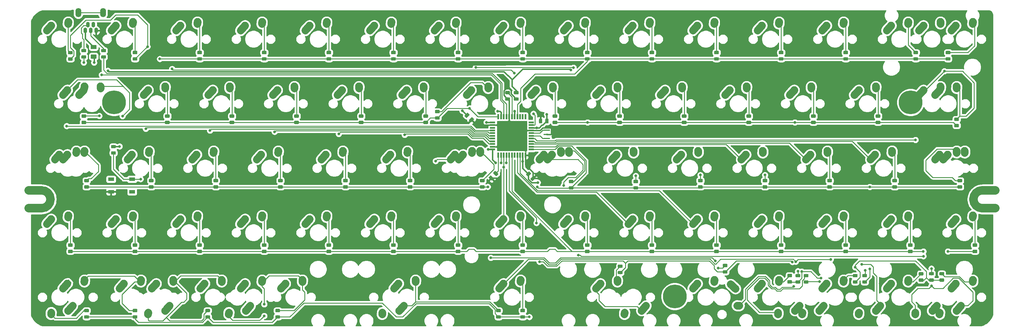
<source format=gbl>
G04 #@! TF.GenerationSoftware,KiCad,Pcbnew,(5.1.2-1)-1*
G04 #@! TF.CreationDate,2020-04-19T17:31:10+02:00*
G04 #@! TF.ProjectId,kicad_pcb,6b696361-645f-4706-9362-2e6b69636164,rev?*
G04 #@! TF.SameCoordinates,Original*
G04 #@! TF.FileFunction,Copper,L2,Bot*
G04 #@! TF.FilePolarity,Positive*
%FSLAX46Y46*%
G04 Gerber Fmt 4.6, Leading zero omitted, Abs format (unit mm)*
G04 Created by KiCad (PCBNEW (5.1.2-1)-1) date 2020-04-19 17:31:10*
%MOMM*%
%LPD*%
G04 APERTURE LIST*
%ADD10C,2.501900*%
%ADD11C,7.001300*%
%ADD12C,7.000240*%
%ADD13C,1.000000*%
%ADD14R,1.900000X0.400000*%
%ADD15C,0.100000*%
%ADD16C,0.975000*%
%ADD17R,1.800000X1.100000*%
%ADD18R,0.550000X1.500000*%
%ADD19R,1.500000X0.550000*%
%ADD20C,1.250000*%
%ADD21C,2.250000*%
%ADD22C,2.250000*%
%ADD23O,1.700000X2.700000*%
%ADD24O,1.100000X1.650000*%
%ADD25C,0.800000*%
%ADD26C,0.381000*%
%ADD27C,0.250000*%
%ADD28C,0.254000*%
G04 APERTURE END LIST*
D10*
X345087500Y-99163450D02*
X348937500Y-99163450D01*
X345087500Y-93861550D02*
X348887500Y-93861550D01*
X345087500Y-99163450D02*
G75*
G02X342436550Y-96512500I0J2650950D01*
G01*
X342436550Y-96512500D02*
G75*
G02X345087500Y-93861550I2650950J0D01*
G01*
X70338450Y-96512500D02*
G75*
G03X67687500Y-93861550I-2650950J0D01*
G01*
X67687500Y-99163450D02*
G75*
G03X70338450Y-96512500I0J2650950D01*
G01*
X63887500Y-99163450D02*
X67687500Y-99163450D01*
X63887500Y-93861550D02*
X67687500Y-93861550D01*
D11*
X89087500Y-67912500D03*
D12*
X254387500Y-125212500D03*
X323937500Y-67912500D03*
D13*
X89087500Y-65612500D03*
X86787500Y-67912500D03*
X91387500Y-67912500D03*
X89087500Y-70212500D03*
X87461154Y-66286154D03*
X90713846Y-66286154D03*
X87461154Y-69538846D03*
X90713846Y-69538846D03*
X323937500Y-65612500D03*
X323937500Y-70212500D03*
X325386500Y-70294500D03*
X322465500Y-70294500D03*
X322592500Y-65595500D03*
X325386500Y-65595500D03*
D14*
X216662000Y-78543000D03*
X216662000Y-77343000D03*
X216662000Y-76143000D03*
D15*
G36*
X193317076Y-70961623D02*
G01*
X193340737Y-70965133D01*
X193363941Y-70970945D01*
X193386463Y-70979003D01*
X193408087Y-70989231D01*
X193428604Y-71001528D01*
X193447817Y-71015778D01*
X193465541Y-71031842D01*
X193810256Y-71376557D01*
X193826320Y-71394281D01*
X193840570Y-71413494D01*
X193852867Y-71434011D01*
X193863095Y-71455635D01*
X193871153Y-71478157D01*
X193876965Y-71501361D01*
X193880475Y-71525022D01*
X193881649Y-71548914D01*
X193880475Y-71572806D01*
X193876965Y-71596467D01*
X193871153Y-71619671D01*
X193863095Y-71642193D01*
X193852867Y-71663817D01*
X193840570Y-71684334D01*
X193826320Y-71703547D01*
X193810256Y-71721271D01*
X193165021Y-72366506D01*
X193147297Y-72382570D01*
X193128084Y-72396820D01*
X193107567Y-72409117D01*
X193085943Y-72419345D01*
X193063421Y-72427403D01*
X193040217Y-72433215D01*
X193016556Y-72436725D01*
X192992664Y-72437899D01*
X192968772Y-72436725D01*
X192945111Y-72433215D01*
X192921907Y-72427403D01*
X192899385Y-72419345D01*
X192877761Y-72409117D01*
X192857244Y-72396820D01*
X192838031Y-72382570D01*
X192820307Y-72366506D01*
X192475592Y-72021791D01*
X192459528Y-72004067D01*
X192445278Y-71984854D01*
X192432981Y-71964337D01*
X192422753Y-71942713D01*
X192414695Y-71920191D01*
X192408883Y-71896987D01*
X192405373Y-71873326D01*
X192404199Y-71849434D01*
X192405373Y-71825542D01*
X192408883Y-71801881D01*
X192414695Y-71778677D01*
X192422753Y-71756155D01*
X192432981Y-71734531D01*
X192445278Y-71714014D01*
X192459528Y-71694801D01*
X192475592Y-71677077D01*
X193120827Y-71031842D01*
X193138551Y-71015778D01*
X193157764Y-71001528D01*
X193178281Y-70989231D01*
X193199905Y-70979003D01*
X193222427Y-70970945D01*
X193245631Y-70965133D01*
X193269292Y-70961623D01*
X193293184Y-70960449D01*
X193317076Y-70961623D01*
X193317076Y-70961623D01*
G37*
D16*
X193142924Y-71699174D03*
D15*
G36*
X194642902Y-72287449D02*
G01*
X194666563Y-72290959D01*
X194689767Y-72296771D01*
X194712289Y-72304829D01*
X194733913Y-72315057D01*
X194754430Y-72327354D01*
X194773643Y-72341604D01*
X194791367Y-72357668D01*
X195136082Y-72702383D01*
X195152146Y-72720107D01*
X195166396Y-72739320D01*
X195178693Y-72759837D01*
X195188921Y-72781461D01*
X195196979Y-72803983D01*
X195202791Y-72827187D01*
X195206301Y-72850848D01*
X195207475Y-72874740D01*
X195206301Y-72898632D01*
X195202791Y-72922293D01*
X195196979Y-72945497D01*
X195188921Y-72968019D01*
X195178693Y-72989643D01*
X195166396Y-73010160D01*
X195152146Y-73029373D01*
X195136082Y-73047097D01*
X194490847Y-73692332D01*
X194473123Y-73708396D01*
X194453910Y-73722646D01*
X194433393Y-73734943D01*
X194411769Y-73745171D01*
X194389247Y-73753229D01*
X194366043Y-73759041D01*
X194342382Y-73762551D01*
X194318490Y-73763725D01*
X194294598Y-73762551D01*
X194270937Y-73759041D01*
X194247733Y-73753229D01*
X194225211Y-73745171D01*
X194203587Y-73734943D01*
X194183070Y-73722646D01*
X194163857Y-73708396D01*
X194146133Y-73692332D01*
X193801418Y-73347617D01*
X193785354Y-73329893D01*
X193771104Y-73310680D01*
X193758807Y-73290163D01*
X193748579Y-73268539D01*
X193740521Y-73246017D01*
X193734709Y-73222813D01*
X193731199Y-73199152D01*
X193730025Y-73175260D01*
X193731199Y-73151368D01*
X193734709Y-73127707D01*
X193740521Y-73104503D01*
X193748579Y-73081981D01*
X193758807Y-73060357D01*
X193771104Y-73039840D01*
X193785354Y-73020627D01*
X193801418Y-73002903D01*
X194446653Y-72357668D01*
X194464377Y-72341604D01*
X194483590Y-72327354D01*
X194504107Y-72315057D01*
X194525731Y-72304829D01*
X194548253Y-72296771D01*
X194571457Y-72290959D01*
X194595118Y-72287449D01*
X194619010Y-72286275D01*
X194642902Y-72287449D01*
X194642902Y-72287449D01*
G37*
D16*
X194468750Y-73025000D03*
D15*
G36*
X76680142Y-54601674D02*
G01*
X76703803Y-54605184D01*
X76727007Y-54610996D01*
X76749529Y-54619054D01*
X76771153Y-54629282D01*
X76791670Y-54641579D01*
X76810883Y-54655829D01*
X76828607Y-54671893D01*
X76844671Y-54689617D01*
X76858921Y-54708830D01*
X76871218Y-54729347D01*
X76881446Y-54750971D01*
X76889504Y-54773493D01*
X76895316Y-54796697D01*
X76898826Y-54820358D01*
X76900000Y-54844250D01*
X76900000Y-55331750D01*
X76898826Y-55355642D01*
X76895316Y-55379303D01*
X76889504Y-55402507D01*
X76881446Y-55425029D01*
X76871218Y-55446653D01*
X76858921Y-55467170D01*
X76844671Y-55486383D01*
X76828607Y-55504107D01*
X76810883Y-55520171D01*
X76791670Y-55534421D01*
X76771153Y-55546718D01*
X76749529Y-55556946D01*
X76727007Y-55565004D01*
X76703803Y-55570816D01*
X76680142Y-55574326D01*
X76656250Y-55575500D01*
X75743750Y-55575500D01*
X75719858Y-55574326D01*
X75696197Y-55570816D01*
X75672993Y-55565004D01*
X75650471Y-55556946D01*
X75628847Y-55546718D01*
X75608330Y-55534421D01*
X75589117Y-55520171D01*
X75571393Y-55504107D01*
X75555329Y-55486383D01*
X75541079Y-55467170D01*
X75528782Y-55446653D01*
X75518554Y-55425029D01*
X75510496Y-55402507D01*
X75504684Y-55379303D01*
X75501174Y-55355642D01*
X75500000Y-55331750D01*
X75500000Y-54844250D01*
X75501174Y-54820358D01*
X75504684Y-54796697D01*
X75510496Y-54773493D01*
X75518554Y-54750971D01*
X75528782Y-54729347D01*
X75541079Y-54708830D01*
X75555329Y-54689617D01*
X75571393Y-54671893D01*
X75589117Y-54655829D01*
X75608330Y-54641579D01*
X75628847Y-54629282D01*
X75650471Y-54619054D01*
X75672993Y-54610996D01*
X75696197Y-54605184D01*
X75719858Y-54601674D01*
X75743750Y-54600500D01*
X76656250Y-54600500D01*
X76680142Y-54601674D01*
X76680142Y-54601674D01*
G37*
D16*
X76200000Y-55088000D03*
D15*
G36*
X76680142Y-52726674D02*
G01*
X76703803Y-52730184D01*
X76727007Y-52735996D01*
X76749529Y-52744054D01*
X76771153Y-52754282D01*
X76791670Y-52766579D01*
X76810883Y-52780829D01*
X76828607Y-52796893D01*
X76844671Y-52814617D01*
X76858921Y-52833830D01*
X76871218Y-52854347D01*
X76881446Y-52875971D01*
X76889504Y-52898493D01*
X76895316Y-52921697D01*
X76898826Y-52945358D01*
X76900000Y-52969250D01*
X76900000Y-53456750D01*
X76898826Y-53480642D01*
X76895316Y-53504303D01*
X76889504Y-53527507D01*
X76881446Y-53550029D01*
X76871218Y-53571653D01*
X76858921Y-53592170D01*
X76844671Y-53611383D01*
X76828607Y-53629107D01*
X76810883Y-53645171D01*
X76791670Y-53659421D01*
X76771153Y-53671718D01*
X76749529Y-53681946D01*
X76727007Y-53690004D01*
X76703803Y-53695816D01*
X76680142Y-53699326D01*
X76656250Y-53700500D01*
X75743750Y-53700500D01*
X75719858Y-53699326D01*
X75696197Y-53695816D01*
X75672993Y-53690004D01*
X75650471Y-53681946D01*
X75628847Y-53671718D01*
X75608330Y-53659421D01*
X75589117Y-53645171D01*
X75571393Y-53629107D01*
X75555329Y-53611383D01*
X75541079Y-53592170D01*
X75528782Y-53571653D01*
X75518554Y-53550029D01*
X75510496Y-53527507D01*
X75504684Y-53504303D01*
X75501174Y-53480642D01*
X75500000Y-53456750D01*
X75500000Y-52969250D01*
X75501174Y-52945358D01*
X75504684Y-52921697D01*
X75510496Y-52898493D01*
X75518554Y-52875971D01*
X75528782Y-52854347D01*
X75541079Y-52833830D01*
X75555329Y-52814617D01*
X75571393Y-52796893D01*
X75589117Y-52780829D01*
X75608330Y-52766579D01*
X75628847Y-52754282D01*
X75650471Y-52744054D01*
X75672993Y-52735996D01*
X75696197Y-52730184D01*
X75719858Y-52726674D01*
X75743750Y-52725500D01*
X76656250Y-52725500D01*
X76680142Y-52726674D01*
X76680142Y-52726674D01*
G37*
D16*
X76200000Y-53213000D03*
D15*
G36*
X95730142Y-54569924D02*
G01*
X95753803Y-54573434D01*
X95777007Y-54579246D01*
X95799529Y-54587304D01*
X95821153Y-54597532D01*
X95841670Y-54609829D01*
X95860883Y-54624079D01*
X95878607Y-54640143D01*
X95894671Y-54657867D01*
X95908921Y-54677080D01*
X95921218Y-54697597D01*
X95931446Y-54719221D01*
X95939504Y-54741743D01*
X95945316Y-54764947D01*
X95948826Y-54788608D01*
X95950000Y-54812500D01*
X95950000Y-55300000D01*
X95948826Y-55323892D01*
X95945316Y-55347553D01*
X95939504Y-55370757D01*
X95931446Y-55393279D01*
X95921218Y-55414903D01*
X95908921Y-55435420D01*
X95894671Y-55454633D01*
X95878607Y-55472357D01*
X95860883Y-55488421D01*
X95841670Y-55502671D01*
X95821153Y-55514968D01*
X95799529Y-55525196D01*
X95777007Y-55533254D01*
X95753803Y-55539066D01*
X95730142Y-55542576D01*
X95706250Y-55543750D01*
X94793750Y-55543750D01*
X94769858Y-55542576D01*
X94746197Y-55539066D01*
X94722993Y-55533254D01*
X94700471Y-55525196D01*
X94678847Y-55514968D01*
X94658330Y-55502671D01*
X94639117Y-55488421D01*
X94621393Y-55472357D01*
X94605329Y-55454633D01*
X94591079Y-55435420D01*
X94578782Y-55414903D01*
X94568554Y-55393279D01*
X94560496Y-55370757D01*
X94554684Y-55347553D01*
X94551174Y-55323892D01*
X94550000Y-55300000D01*
X94550000Y-54812500D01*
X94551174Y-54788608D01*
X94554684Y-54764947D01*
X94560496Y-54741743D01*
X94568554Y-54719221D01*
X94578782Y-54697597D01*
X94591079Y-54677080D01*
X94605329Y-54657867D01*
X94621393Y-54640143D01*
X94639117Y-54624079D01*
X94658330Y-54609829D01*
X94678847Y-54597532D01*
X94700471Y-54587304D01*
X94722993Y-54579246D01*
X94746197Y-54573434D01*
X94769858Y-54569924D01*
X94793750Y-54568750D01*
X95706250Y-54568750D01*
X95730142Y-54569924D01*
X95730142Y-54569924D01*
G37*
D16*
X95250000Y-55056250D03*
D15*
G36*
X95730142Y-52694924D02*
G01*
X95753803Y-52698434D01*
X95777007Y-52704246D01*
X95799529Y-52712304D01*
X95821153Y-52722532D01*
X95841670Y-52734829D01*
X95860883Y-52749079D01*
X95878607Y-52765143D01*
X95894671Y-52782867D01*
X95908921Y-52802080D01*
X95921218Y-52822597D01*
X95931446Y-52844221D01*
X95939504Y-52866743D01*
X95945316Y-52889947D01*
X95948826Y-52913608D01*
X95950000Y-52937500D01*
X95950000Y-53425000D01*
X95948826Y-53448892D01*
X95945316Y-53472553D01*
X95939504Y-53495757D01*
X95931446Y-53518279D01*
X95921218Y-53539903D01*
X95908921Y-53560420D01*
X95894671Y-53579633D01*
X95878607Y-53597357D01*
X95860883Y-53613421D01*
X95841670Y-53627671D01*
X95821153Y-53639968D01*
X95799529Y-53650196D01*
X95777007Y-53658254D01*
X95753803Y-53664066D01*
X95730142Y-53667576D01*
X95706250Y-53668750D01*
X94793750Y-53668750D01*
X94769858Y-53667576D01*
X94746197Y-53664066D01*
X94722993Y-53658254D01*
X94700471Y-53650196D01*
X94678847Y-53639968D01*
X94658330Y-53627671D01*
X94639117Y-53613421D01*
X94621393Y-53597357D01*
X94605329Y-53579633D01*
X94591079Y-53560420D01*
X94578782Y-53539903D01*
X94568554Y-53518279D01*
X94560496Y-53495757D01*
X94554684Y-53472553D01*
X94551174Y-53448892D01*
X94550000Y-53425000D01*
X94550000Y-52937500D01*
X94551174Y-52913608D01*
X94554684Y-52889947D01*
X94560496Y-52866743D01*
X94568554Y-52844221D01*
X94578782Y-52822597D01*
X94591079Y-52802080D01*
X94605329Y-52782867D01*
X94621393Y-52765143D01*
X94639117Y-52749079D01*
X94658330Y-52734829D01*
X94678847Y-52722532D01*
X94700471Y-52712304D01*
X94722993Y-52704246D01*
X94746197Y-52698434D01*
X94769858Y-52694924D01*
X94793750Y-52693750D01*
X95706250Y-52693750D01*
X95730142Y-52694924D01*
X95730142Y-52694924D01*
G37*
D16*
X95250000Y-53181250D03*
D15*
G36*
X114780142Y-54569924D02*
G01*
X114803803Y-54573434D01*
X114827007Y-54579246D01*
X114849529Y-54587304D01*
X114871153Y-54597532D01*
X114891670Y-54609829D01*
X114910883Y-54624079D01*
X114928607Y-54640143D01*
X114944671Y-54657867D01*
X114958921Y-54677080D01*
X114971218Y-54697597D01*
X114981446Y-54719221D01*
X114989504Y-54741743D01*
X114995316Y-54764947D01*
X114998826Y-54788608D01*
X115000000Y-54812500D01*
X115000000Y-55300000D01*
X114998826Y-55323892D01*
X114995316Y-55347553D01*
X114989504Y-55370757D01*
X114981446Y-55393279D01*
X114971218Y-55414903D01*
X114958921Y-55435420D01*
X114944671Y-55454633D01*
X114928607Y-55472357D01*
X114910883Y-55488421D01*
X114891670Y-55502671D01*
X114871153Y-55514968D01*
X114849529Y-55525196D01*
X114827007Y-55533254D01*
X114803803Y-55539066D01*
X114780142Y-55542576D01*
X114756250Y-55543750D01*
X113843750Y-55543750D01*
X113819858Y-55542576D01*
X113796197Y-55539066D01*
X113772993Y-55533254D01*
X113750471Y-55525196D01*
X113728847Y-55514968D01*
X113708330Y-55502671D01*
X113689117Y-55488421D01*
X113671393Y-55472357D01*
X113655329Y-55454633D01*
X113641079Y-55435420D01*
X113628782Y-55414903D01*
X113618554Y-55393279D01*
X113610496Y-55370757D01*
X113604684Y-55347553D01*
X113601174Y-55323892D01*
X113600000Y-55300000D01*
X113600000Y-54812500D01*
X113601174Y-54788608D01*
X113604684Y-54764947D01*
X113610496Y-54741743D01*
X113618554Y-54719221D01*
X113628782Y-54697597D01*
X113641079Y-54677080D01*
X113655329Y-54657867D01*
X113671393Y-54640143D01*
X113689117Y-54624079D01*
X113708330Y-54609829D01*
X113728847Y-54597532D01*
X113750471Y-54587304D01*
X113772993Y-54579246D01*
X113796197Y-54573434D01*
X113819858Y-54569924D01*
X113843750Y-54568750D01*
X114756250Y-54568750D01*
X114780142Y-54569924D01*
X114780142Y-54569924D01*
G37*
D16*
X114300000Y-55056250D03*
D15*
G36*
X114780142Y-52694924D02*
G01*
X114803803Y-52698434D01*
X114827007Y-52704246D01*
X114849529Y-52712304D01*
X114871153Y-52722532D01*
X114891670Y-52734829D01*
X114910883Y-52749079D01*
X114928607Y-52765143D01*
X114944671Y-52782867D01*
X114958921Y-52802080D01*
X114971218Y-52822597D01*
X114981446Y-52844221D01*
X114989504Y-52866743D01*
X114995316Y-52889947D01*
X114998826Y-52913608D01*
X115000000Y-52937500D01*
X115000000Y-53425000D01*
X114998826Y-53448892D01*
X114995316Y-53472553D01*
X114989504Y-53495757D01*
X114981446Y-53518279D01*
X114971218Y-53539903D01*
X114958921Y-53560420D01*
X114944671Y-53579633D01*
X114928607Y-53597357D01*
X114910883Y-53613421D01*
X114891670Y-53627671D01*
X114871153Y-53639968D01*
X114849529Y-53650196D01*
X114827007Y-53658254D01*
X114803803Y-53664066D01*
X114780142Y-53667576D01*
X114756250Y-53668750D01*
X113843750Y-53668750D01*
X113819858Y-53667576D01*
X113796197Y-53664066D01*
X113772993Y-53658254D01*
X113750471Y-53650196D01*
X113728847Y-53639968D01*
X113708330Y-53627671D01*
X113689117Y-53613421D01*
X113671393Y-53597357D01*
X113655329Y-53579633D01*
X113641079Y-53560420D01*
X113628782Y-53539903D01*
X113618554Y-53518279D01*
X113610496Y-53495757D01*
X113604684Y-53472553D01*
X113601174Y-53448892D01*
X113600000Y-53425000D01*
X113600000Y-52937500D01*
X113601174Y-52913608D01*
X113604684Y-52889947D01*
X113610496Y-52866743D01*
X113618554Y-52844221D01*
X113628782Y-52822597D01*
X113641079Y-52802080D01*
X113655329Y-52782867D01*
X113671393Y-52765143D01*
X113689117Y-52749079D01*
X113708330Y-52734829D01*
X113728847Y-52722532D01*
X113750471Y-52712304D01*
X113772993Y-52704246D01*
X113796197Y-52698434D01*
X113819858Y-52694924D01*
X113843750Y-52693750D01*
X114756250Y-52693750D01*
X114780142Y-52694924D01*
X114780142Y-52694924D01*
G37*
D16*
X114300000Y-53181250D03*
D15*
G36*
X133830142Y-54569924D02*
G01*
X133853803Y-54573434D01*
X133877007Y-54579246D01*
X133899529Y-54587304D01*
X133921153Y-54597532D01*
X133941670Y-54609829D01*
X133960883Y-54624079D01*
X133978607Y-54640143D01*
X133994671Y-54657867D01*
X134008921Y-54677080D01*
X134021218Y-54697597D01*
X134031446Y-54719221D01*
X134039504Y-54741743D01*
X134045316Y-54764947D01*
X134048826Y-54788608D01*
X134050000Y-54812500D01*
X134050000Y-55300000D01*
X134048826Y-55323892D01*
X134045316Y-55347553D01*
X134039504Y-55370757D01*
X134031446Y-55393279D01*
X134021218Y-55414903D01*
X134008921Y-55435420D01*
X133994671Y-55454633D01*
X133978607Y-55472357D01*
X133960883Y-55488421D01*
X133941670Y-55502671D01*
X133921153Y-55514968D01*
X133899529Y-55525196D01*
X133877007Y-55533254D01*
X133853803Y-55539066D01*
X133830142Y-55542576D01*
X133806250Y-55543750D01*
X132893750Y-55543750D01*
X132869858Y-55542576D01*
X132846197Y-55539066D01*
X132822993Y-55533254D01*
X132800471Y-55525196D01*
X132778847Y-55514968D01*
X132758330Y-55502671D01*
X132739117Y-55488421D01*
X132721393Y-55472357D01*
X132705329Y-55454633D01*
X132691079Y-55435420D01*
X132678782Y-55414903D01*
X132668554Y-55393279D01*
X132660496Y-55370757D01*
X132654684Y-55347553D01*
X132651174Y-55323892D01*
X132650000Y-55300000D01*
X132650000Y-54812500D01*
X132651174Y-54788608D01*
X132654684Y-54764947D01*
X132660496Y-54741743D01*
X132668554Y-54719221D01*
X132678782Y-54697597D01*
X132691079Y-54677080D01*
X132705329Y-54657867D01*
X132721393Y-54640143D01*
X132739117Y-54624079D01*
X132758330Y-54609829D01*
X132778847Y-54597532D01*
X132800471Y-54587304D01*
X132822993Y-54579246D01*
X132846197Y-54573434D01*
X132869858Y-54569924D01*
X132893750Y-54568750D01*
X133806250Y-54568750D01*
X133830142Y-54569924D01*
X133830142Y-54569924D01*
G37*
D16*
X133350000Y-55056250D03*
D15*
G36*
X133830142Y-52694924D02*
G01*
X133853803Y-52698434D01*
X133877007Y-52704246D01*
X133899529Y-52712304D01*
X133921153Y-52722532D01*
X133941670Y-52734829D01*
X133960883Y-52749079D01*
X133978607Y-52765143D01*
X133994671Y-52782867D01*
X134008921Y-52802080D01*
X134021218Y-52822597D01*
X134031446Y-52844221D01*
X134039504Y-52866743D01*
X134045316Y-52889947D01*
X134048826Y-52913608D01*
X134050000Y-52937500D01*
X134050000Y-53425000D01*
X134048826Y-53448892D01*
X134045316Y-53472553D01*
X134039504Y-53495757D01*
X134031446Y-53518279D01*
X134021218Y-53539903D01*
X134008921Y-53560420D01*
X133994671Y-53579633D01*
X133978607Y-53597357D01*
X133960883Y-53613421D01*
X133941670Y-53627671D01*
X133921153Y-53639968D01*
X133899529Y-53650196D01*
X133877007Y-53658254D01*
X133853803Y-53664066D01*
X133830142Y-53667576D01*
X133806250Y-53668750D01*
X132893750Y-53668750D01*
X132869858Y-53667576D01*
X132846197Y-53664066D01*
X132822993Y-53658254D01*
X132800471Y-53650196D01*
X132778847Y-53639968D01*
X132758330Y-53627671D01*
X132739117Y-53613421D01*
X132721393Y-53597357D01*
X132705329Y-53579633D01*
X132691079Y-53560420D01*
X132678782Y-53539903D01*
X132668554Y-53518279D01*
X132660496Y-53495757D01*
X132654684Y-53472553D01*
X132651174Y-53448892D01*
X132650000Y-53425000D01*
X132650000Y-52937500D01*
X132651174Y-52913608D01*
X132654684Y-52889947D01*
X132660496Y-52866743D01*
X132668554Y-52844221D01*
X132678782Y-52822597D01*
X132691079Y-52802080D01*
X132705329Y-52782867D01*
X132721393Y-52765143D01*
X132739117Y-52749079D01*
X132758330Y-52734829D01*
X132778847Y-52722532D01*
X132800471Y-52712304D01*
X132822993Y-52704246D01*
X132846197Y-52698434D01*
X132869858Y-52694924D01*
X132893750Y-52693750D01*
X133806250Y-52693750D01*
X133830142Y-52694924D01*
X133830142Y-52694924D01*
G37*
D16*
X133350000Y-53181250D03*
D15*
G36*
X152880142Y-54569924D02*
G01*
X152903803Y-54573434D01*
X152927007Y-54579246D01*
X152949529Y-54587304D01*
X152971153Y-54597532D01*
X152991670Y-54609829D01*
X153010883Y-54624079D01*
X153028607Y-54640143D01*
X153044671Y-54657867D01*
X153058921Y-54677080D01*
X153071218Y-54697597D01*
X153081446Y-54719221D01*
X153089504Y-54741743D01*
X153095316Y-54764947D01*
X153098826Y-54788608D01*
X153100000Y-54812500D01*
X153100000Y-55300000D01*
X153098826Y-55323892D01*
X153095316Y-55347553D01*
X153089504Y-55370757D01*
X153081446Y-55393279D01*
X153071218Y-55414903D01*
X153058921Y-55435420D01*
X153044671Y-55454633D01*
X153028607Y-55472357D01*
X153010883Y-55488421D01*
X152991670Y-55502671D01*
X152971153Y-55514968D01*
X152949529Y-55525196D01*
X152927007Y-55533254D01*
X152903803Y-55539066D01*
X152880142Y-55542576D01*
X152856250Y-55543750D01*
X151943750Y-55543750D01*
X151919858Y-55542576D01*
X151896197Y-55539066D01*
X151872993Y-55533254D01*
X151850471Y-55525196D01*
X151828847Y-55514968D01*
X151808330Y-55502671D01*
X151789117Y-55488421D01*
X151771393Y-55472357D01*
X151755329Y-55454633D01*
X151741079Y-55435420D01*
X151728782Y-55414903D01*
X151718554Y-55393279D01*
X151710496Y-55370757D01*
X151704684Y-55347553D01*
X151701174Y-55323892D01*
X151700000Y-55300000D01*
X151700000Y-54812500D01*
X151701174Y-54788608D01*
X151704684Y-54764947D01*
X151710496Y-54741743D01*
X151718554Y-54719221D01*
X151728782Y-54697597D01*
X151741079Y-54677080D01*
X151755329Y-54657867D01*
X151771393Y-54640143D01*
X151789117Y-54624079D01*
X151808330Y-54609829D01*
X151828847Y-54597532D01*
X151850471Y-54587304D01*
X151872993Y-54579246D01*
X151896197Y-54573434D01*
X151919858Y-54569924D01*
X151943750Y-54568750D01*
X152856250Y-54568750D01*
X152880142Y-54569924D01*
X152880142Y-54569924D01*
G37*
D16*
X152400000Y-55056250D03*
D15*
G36*
X152880142Y-52694924D02*
G01*
X152903803Y-52698434D01*
X152927007Y-52704246D01*
X152949529Y-52712304D01*
X152971153Y-52722532D01*
X152991670Y-52734829D01*
X153010883Y-52749079D01*
X153028607Y-52765143D01*
X153044671Y-52782867D01*
X153058921Y-52802080D01*
X153071218Y-52822597D01*
X153081446Y-52844221D01*
X153089504Y-52866743D01*
X153095316Y-52889947D01*
X153098826Y-52913608D01*
X153100000Y-52937500D01*
X153100000Y-53425000D01*
X153098826Y-53448892D01*
X153095316Y-53472553D01*
X153089504Y-53495757D01*
X153081446Y-53518279D01*
X153071218Y-53539903D01*
X153058921Y-53560420D01*
X153044671Y-53579633D01*
X153028607Y-53597357D01*
X153010883Y-53613421D01*
X152991670Y-53627671D01*
X152971153Y-53639968D01*
X152949529Y-53650196D01*
X152927007Y-53658254D01*
X152903803Y-53664066D01*
X152880142Y-53667576D01*
X152856250Y-53668750D01*
X151943750Y-53668750D01*
X151919858Y-53667576D01*
X151896197Y-53664066D01*
X151872993Y-53658254D01*
X151850471Y-53650196D01*
X151828847Y-53639968D01*
X151808330Y-53627671D01*
X151789117Y-53613421D01*
X151771393Y-53597357D01*
X151755329Y-53579633D01*
X151741079Y-53560420D01*
X151728782Y-53539903D01*
X151718554Y-53518279D01*
X151710496Y-53495757D01*
X151704684Y-53472553D01*
X151701174Y-53448892D01*
X151700000Y-53425000D01*
X151700000Y-52937500D01*
X151701174Y-52913608D01*
X151704684Y-52889947D01*
X151710496Y-52866743D01*
X151718554Y-52844221D01*
X151728782Y-52822597D01*
X151741079Y-52802080D01*
X151755329Y-52782867D01*
X151771393Y-52765143D01*
X151789117Y-52749079D01*
X151808330Y-52734829D01*
X151828847Y-52722532D01*
X151850471Y-52712304D01*
X151872993Y-52704246D01*
X151896197Y-52698434D01*
X151919858Y-52694924D01*
X151943750Y-52693750D01*
X152856250Y-52693750D01*
X152880142Y-52694924D01*
X152880142Y-52694924D01*
G37*
D16*
X152400000Y-53181250D03*
D15*
G36*
X171930142Y-54569924D02*
G01*
X171953803Y-54573434D01*
X171977007Y-54579246D01*
X171999529Y-54587304D01*
X172021153Y-54597532D01*
X172041670Y-54609829D01*
X172060883Y-54624079D01*
X172078607Y-54640143D01*
X172094671Y-54657867D01*
X172108921Y-54677080D01*
X172121218Y-54697597D01*
X172131446Y-54719221D01*
X172139504Y-54741743D01*
X172145316Y-54764947D01*
X172148826Y-54788608D01*
X172150000Y-54812500D01*
X172150000Y-55300000D01*
X172148826Y-55323892D01*
X172145316Y-55347553D01*
X172139504Y-55370757D01*
X172131446Y-55393279D01*
X172121218Y-55414903D01*
X172108921Y-55435420D01*
X172094671Y-55454633D01*
X172078607Y-55472357D01*
X172060883Y-55488421D01*
X172041670Y-55502671D01*
X172021153Y-55514968D01*
X171999529Y-55525196D01*
X171977007Y-55533254D01*
X171953803Y-55539066D01*
X171930142Y-55542576D01*
X171906250Y-55543750D01*
X170993750Y-55543750D01*
X170969858Y-55542576D01*
X170946197Y-55539066D01*
X170922993Y-55533254D01*
X170900471Y-55525196D01*
X170878847Y-55514968D01*
X170858330Y-55502671D01*
X170839117Y-55488421D01*
X170821393Y-55472357D01*
X170805329Y-55454633D01*
X170791079Y-55435420D01*
X170778782Y-55414903D01*
X170768554Y-55393279D01*
X170760496Y-55370757D01*
X170754684Y-55347553D01*
X170751174Y-55323892D01*
X170750000Y-55300000D01*
X170750000Y-54812500D01*
X170751174Y-54788608D01*
X170754684Y-54764947D01*
X170760496Y-54741743D01*
X170768554Y-54719221D01*
X170778782Y-54697597D01*
X170791079Y-54677080D01*
X170805329Y-54657867D01*
X170821393Y-54640143D01*
X170839117Y-54624079D01*
X170858330Y-54609829D01*
X170878847Y-54597532D01*
X170900471Y-54587304D01*
X170922993Y-54579246D01*
X170946197Y-54573434D01*
X170969858Y-54569924D01*
X170993750Y-54568750D01*
X171906250Y-54568750D01*
X171930142Y-54569924D01*
X171930142Y-54569924D01*
G37*
D16*
X171450000Y-55056250D03*
D15*
G36*
X171930142Y-52694924D02*
G01*
X171953803Y-52698434D01*
X171977007Y-52704246D01*
X171999529Y-52712304D01*
X172021153Y-52722532D01*
X172041670Y-52734829D01*
X172060883Y-52749079D01*
X172078607Y-52765143D01*
X172094671Y-52782867D01*
X172108921Y-52802080D01*
X172121218Y-52822597D01*
X172131446Y-52844221D01*
X172139504Y-52866743D01*
X172145316Y-52889947D01*
X172148826Y-52913608D01*
X172150000Y-52937500D01*
X172150000Y-53425000D01*
X172148826Y-53448892D01*
X172145316Y-53472553D01*
X172139504Y-53495757D01*
X172131446Y-53518279D01*
X172121218Y-53539903D01*
X172108921Y-53560420D01*
X172094671Y-53579633D01*
X172078607Y-53597357D01*
X172060883Y-53613421D01*
X172041670Y-53627671D01*
X172021153Y-53639968D01*
X171999529Y-53650196D01*
X171977007Y-53658254D01*
X171953803Y-53664066D01*
X171930142Y-53667576D01*
X171906250Y-53668750D01*
X170993750Y-53668750D01*
X170969858Y-53667576D01*
X170946197Y-53664066D01*
X170922993Y-53658254D01*
X170900471Y-53650196D01*
X170878847Y-53639968D01*
X170858330Y-53627671D01*
X170839117Y-53613421D01*
X170821393Y-53597357D01*
X170805329Y-53579633D01*
X170791079Y-53560420D01*
X170778782Y-53539903D01*
X170768554Y-53518279D01*
X170760496Y-53495757D01*
X170754684Y-53472553D01*
X170751174Y-53448892D01*
X170750000Y-53425000D01*
X170750000Y-52937500D01*
X170751174Y-52913608D01*
X170754684Y-52889947D01*
X170760496Y-52866743D01*
X170768554Y-52844221D01*
X170778782Y-52822597D01*
X170791079Y-52802080D01*
X170805329Y-52782867D01*
X170821393Y-52765143D01*
X170839117Y-52749079D01*
X170858330Y-52734829D01*
X170878847Y-52722532D01*
X170900471Y-52712304D01*
X170922993Y-52704246D01*
X170946197Y-52698434D01*
X170969858Y-52694924D01*
X170993750Y-52693750D01*
X171906250Y-52693750D01*
X171930142Y-52694924D01*
X171930142Y-52694924D01*
G37*
D16*
X171450000Y-53181250D03*
D15*
G36*
X190980142Y-54569924D02*
G01*
X191003803Y-54573434D01*
X191027007Y-54579246D01*
X191049529Y-54587304D01*
X191071153Y-54597532D01*
X191091670Y-54609829D01*
X191110883Y-54624079D01*
X191128607Y-54640143D01*
X191144671Y-54657867D01*
X191158921Y-54677080D01*
X191171218Y-54697597D01*
X191181446Y-54719221D01*
X191189504Y-54741743D01*
X191195316Y-54764947D01*
X191198826Y-54788608D01*
X191200000Y-54812500D01*
X191200000Y-55300000D01*
X191198826Y-55323892D01*
X191195316Y-55347553D01*
X191189504Y-55370757D01*
X191181446Y-55393279D01*
X191171218Y-55414903D01*
X191158921Y-55435420D01*
X191144671Y-55454633D01*
X191128607Y-55472357D01*
X191110883Y-55488421D01*
X191091670Y-55502671D01*
X191071153Y-55514968D01*
X191049529Y-55525196D01*
X191027007Y-55533254D01*
X191003803Y-55539066D01*
X190980142Y-55542576D01*
X190956250Y-55543750D01*
X190043750Y-55543750D01*
X190019858Y-55542576D01*
X189996197Y-55539066D01*
X189972993Y-55533254D01*
X189950471Y-55525196D01*
X189928847Y-55514968D01*
X189908330Y-55502671D01*
X189889117Y-55488421D01*
X189871393Y-55472357D01*
X189855329Y-55454633D01*
X189841079Y-55435420D01*
X189828782Y-55414903D01*
X189818554Y-55393279D01*
X189810496Y-55370757D01*
X189804684Y-55347553D01*
X189801174Y-55323892D01*
X189800000Y-55300000D01*
X189800000Y-54812500D01*
X189801174Y-54788608D01*
X189804684Y-54764947D01*
X189810496Y-54741743D01*
X189818554Y-54719221D01*
X189828782Y-54697597D01*
X189841079Y-54677080D01*
X189855329Y-54657867D01*
X189871393Y-54640143D01*
X189889117Y-54624079D01*
X189908330Y-54609829D01*
X189928847Y-54597532D01*
X189950471Y-54587304D01*
X189972993Y-54579246D01*
X189996197Y-54573434D01*
X190019858Y-54569924D01*
X190043750Y-54568750D01*
X190956250Y-54568750D01*
X190980142Y-54569924D01*
X190980142Y-54569924D01*
G37*
D16*
X190500000Y-55056250D03*
D15*
G36*
X190980142Y-52694924D02*
G01*
X191003803Y-52698434D01*
X191027007Y-52704246D01*
X191049529Y-52712304D01*
X191071153Y-52722532D01*
X191091670Y-52734829D01*
X191110883Y-52749079D01*
X191128607Y-52765143D01*
X191144671Y-52782867D01*
X191158921Y-52802080D01*
X191171218Y-52822597D01*
X191181446Y-52844221D01*
X191189504Y-52866743D01*
X191195316Y-52889947D01*
X191198826Y-52913608D01*
X191200000Y-52937500D01*
X191200000Y-53425000D01*
X191198826Y-53448892D01*
X191195316Y-53472553D01*
X191189504Y-53495757D01*
X191181446Y-53518279D01*
X191171218Y-53539903D01*
X191158921Y-53560420D01*
X191144671Y-53579633D01*
X191128607Y-53597357D01*
X191110883Y-53613421D01*
X191091670Y-53627671D01*
X191071153Y-53639968D01*
X191049529Y-53650196D01*
X191027007Y-53658254D01*
X191003803Y-53664066D01*
X190980142Y-53667576D01*
X190956250Y-53668750D01*
X190043750Y-53668750D01*
X190019858Y-53667576D01*
X189996197Y-53664066D01*
X189972993Y-53658254D01*
X189950471Y-53650196D01*
X189928847Y-53639968D01*
X189908330Y-53627671D01*
X189889117Y-53613421D01*
X189871393Y-53597357D01*
X189855329Y-53579633D01*
X189841079Y-53560420D01*
X189828782Y-53539903D01*
X189818554Y-53518279D01*
X189810496Y-53495757D01*
X189804684Y-53472553D01*
X189801174Y-53448892D01*
X189800000Y-53425000D01*
X189800000Y-52937500D01*
X189801174Y-52913608D01*
X189804684Y-52889947D01*
X189810496Y-52866743D01*
X189818554Y-52844221D01*
X189828782Y-52822597D01*
X189841079Y-52802080D01*
X189855329Y-52782867D01*
X189871393Y-52765143D01*
X189889117Y-52749079D01*
X189908330Y-52734829D01*
X189928847Y-52722532D01*
X189950471Y-52712304D01*
X189972993Y-52704246D01*
X189996197Y-52698434D01*
X190019858Y-52694924D01*
X190043750Y-52693750D01*
X190956250Y-52693750D01*
X190980142Y-52694924D01*
X190980142Y-52694924D01*
G37*
D16*
X190500000Y-53181250D03*
D15*
G36*
X210030142Y-52694924D02*
G01*
X210053803Y-52698434D01*
X210077007Y-52704246D01*
X210099529Y-52712304D01*
X210121153Y-52722532D01*
X210141670Y-52734829D01*
X210160883Y-52749079D01*
X210178607Y-52765143D01*
X210194671Y-52782867D01*
X210208921Y-52802080D01*
X210221218Y-52822597D01*
X210231446Y-52844221D01*
X210239504Y-52866743D01*
X210245316Y-52889947D01*
X210248826Y-52913608D01*
X210250000Y-52937500D01*
X210250000Y-53425000D01*
X210248826Y-53448892D01*
X210245316Y-53472553D01*
X210239504Y-53495757D01*
X210231446Y-53518279D01*
X210221218Y-53539903D01*
X210208921Y-53560420D01*
X210194671Y-53579633D01*
X210178607Y-53597357D01*
X210160883Y-53613421D01*
X210141670Y-53627671D01*
X210121153Y-53639968D01*
X210099529Y-53650196D01*
X210077007Y-53658254D01*
X210053803Y-53664066D01*
X210030142Y-53667576D01*
X210006250Y-53668750D01*
X209093750Y-53668750D01*
X209069858Y-53667576D01*
X209046197Y-53664066D01*
X209022993Y-53658254D01*
X209000471Y-53650196D01*
X208978847Y-53639968D01*
X208958330Y-53627671D01*
X208939117Y-53613421D01*
X208921393Y-53597357D01*
X208905329Y-53579633D01*
X208891079Y-53560420D01*
X208878782Y-53539903D01*
X208868554Y-53518279D01*
X208860496Y-53495757D01*
X208854684Y-53472553D01*
X208851174Y-53448892D01*
X208850000Y-53425000D01*
X208850000Y-52937500D01*
X208851174Y-52913608D01*
X208854684Y-52889947D01*
X208860496Y-52866743D01*
X208868554Y-52844221D01*
X208878782Y-52822597D01*
X208891079Y-52802080D01*
X208905329Y-52782867D01*
X208921393Y-52765143D01*
X208939117Y-52749079D01*
X208958330Y-52734829D01*
X208978847Y-52722532D01*
X209000471Y-52712304D01*
X209022993Y-52704246D01*
X209046197Y-52698434D01*
X209069858Y-52694924D01*
X209093750Y-52693750D01*
X210006250Y-52693750D01*
X210030142Y-52694924D01*
X210030142Y-52694924D01*
G37*
D16*
X209550000Y-53181250D03*
D15*
G36*
X210030142Y-54569924D02*
G01*
X210053803Y-54573434D01*
X210077007Y-54579246D01*
X210099529Y-54587304D01*
X210121153Y-54597532D01*
X210141670Y-54609829D01*
X210160883Y-54624079D01*
X210178607Y-54640143D01*
X210194671Y-54657867D01*
X210208921Y-54677080D01*
X210221218Y-54697597D01*
X210231446Y-54719221D01*
X210239504Y-54741743D01*
X210245316Y-54764947D01*
X210248826Y-54788608D01*
X210250000Y-54812500D01*
X210250000Y-55300000D01*
X210248826Y-55323892D01*
X210245316Y-55347553D01*
X210239504Y-55370757D01*
X210231446Y-55393279D01*
X210221218Y-55414903D01*
X210208921Y-55435420D01*
X210194671Y-55454633D01*
X210178607Y-55472357D01*
X210160883Y-55488421D01*
X210141670Y-55502671D01*
X210121153Y-55514968D01*
X210099529Y-55525196D01*
X210077007Y-55533254D01*
X210053803Y-55539066D01*
X210030142Y-55542576D01*
X210006250Y-55543750D01*
X209093750Y-55543750D01*
X209069858Y-55542576D01*
X209046197Y-55539066D01*
X209022993Y-55533254D01*
X209000471Y-55525196D01*
X208978847Y-55514968D01*
X208958330Y-55502671D01*
X208939117Y-55488421D01*
X208921393Y-55472357D01*
X208905329Y-55454633D01*
X208891079Y-55435420D01*
X208878782Y-55414903D01*
X208868554Y-55393279D01*
X208860496Y-55370757D01*
X208854684Y-55347553D01*
X208851174Y-55323892D01*
X208850000Y-55300000D01*
X208850000Y-54812500D01*
X208851174Y-54788608D01*
X208854684Y-54764947D01*
X208860496Y-54741743D01*
X208868554Y-54719221D01*
X208878782Y-54697597D01*
X208891079Y-54677080D01*
X208905329Y-54657867D01*
X208921393Y-54640143D01*
X208939117Y-54624079D01*
X208958330Y-54609829D01*
X208978847Y-54597532D01*
X209000471Y-54587304D01*
X209022993Y-54579246D01*
X209046197Y-54573434D01*
X209069858Y-54569924D01*
X209093750Y-54568750D01*
X210006250Y-54568750D01*
X210030142Y-54569924D01*
X210030142Y-54569924D01*
G37*
D16*
X209550000Y-55056250D03*
D15*
G36*
X229080142Y-54569924D02*
G01*
X229103803Y-54573434D01*
X229127007Y-54579246D01*
X229149529Y-54587304D01*
X229171153Y-54597532D01*
X229191670Y-54609829D01*
X229210883Y-54624079D01*
X229228607Y-54640143D01*
X229244671Y-54657867D01*
X229258921Y-54677080D01*
X229271218Y-54697597D01*
X229281446Y-54719221D01*
X229289504Y-54741743D01*
X229295316Y-54764947D01*
X229298826Y-54788608D01*
X229300000Y-54812500D01*
X229300000Y-55300000D01*
X229298826Y-55323892D01*
X229295316Y-55347553D01*
X229289504Y-55370757D01*
X229281446Y-55393279D01*
X229271218Y-55414903D01*
X229258921Y-55435420D01*
X229244671Y-55454633D01*
X229228607Y-55472357D01*
X229210883Y-55488421D01*
X229191670Y-55502671D01*
X229171153Y-55514968D01*
X229149529Y-55525196D01*
X229127007Y-55533254D01*
X229103803Y-55539066D01*
X229080142Y-55542576D01*
X229056250Y-55543750D01*
X228143750Y-55543750D01*
X228119858Y-55542576D01*
X228096197Y-55539066D01*
X228072993Y-55533254D01*
X228050471Y-55525196D01*
X228028847Y-55514968D01*
X228008330Y-55502671D01*
X227989117Y-55488421D01*
X227971393Y-55472357D01*
X227955329Y-55454633D01*
X227941079Y-55435420D01*
X227928782Y-55414903D01*
X227918554Y-55393279D01*
X227910496Y-55370757D01*
X227904684Y-55347553D01*
X227901174Y-55323892D01*
X227900000Y-55300000D01*
X227900000Y-54812500D01*
X227901174Y-54788608D01*
X227904684Y-54764947D01*
X227910496Y-54741743D01*
X227918554Y-54719221D01*
X227928782Y-54697597D01*
X227941079Y-54677080D01*
X227955329Y-54657867D01*
X227971393Y-54640143D01*
X227989117Y-54624079D01*
X228008330Y-54609829D01*
X228028847Y-54597532D01*
X228050471Y-54587304D01*
X228072993Y-54579246D01*
X228096197Y-54573434D01*
X228119858Y-54569924D01*
X228143750Y-54568750D01*
X229056250Y-54568750D01*
X229080142Y-54569924D01*
X229080142Y-54569924D01*
G37*
D16*
X228600000Y-55056250D03*
D15*
G36*
X229080142Y-52694924D02*
G01*
X229103803Y-52698434D01*
X229127007Y-52704246D01*
X229149529Y-52712304D01*
X229171153Y-52722532D01*
X229191670Y-52734829D01*
X229210883Y-52749079D01*
X229228607Y-52765143D01*
X229244671Y-52782867D01*
X229258921Y-52802080D01*
X229271218Y-52822597D01*
X229281446Y-52844221D01*
X229289504Y-52866743D01*
X229295316Y-52889947D01*
X229298826Y-52913608D01*
X229300000Y-52937500D01*
X229300000Y-53425000D01*
X229298826Y-53448892D01*
X229295316Y-53472553D01*
X229289504Y-53495757D01*
X229281446Y-53518279D01*
X229271218Y-53539903D01*
X229258921Y-53560420D01*
X229244671Y-53579633D01*
X229228607Y-53597357D01*
X229210883Y-53613421D01*
X229191670Y-53627671D01*
X229171153Y-53639968D01*
X229149529Y-53650196D01*
X229127007Y-53658254D01*
X229103803Y-53664066D01*
X229080142Y-53667576D01*
X229056250Y-53668750D01*
X228143750Y-53668750D01*
X228119858Y-53667576D01*
X228096197Y-53664066D01*
X228072993Y-53658254D01*
X228050471Y-53650196D01*
X228028847Y-53639968D01*
X228008330Y-53627671D01*
X227989117Y-53613421D01*
X227971393Y-53597357D01*
X227955329Y-53579633D01*
X227941079Y-53560420D01*
X227928782Y-53539903D01*
X227918554Y-53518279D01*
X227910496Y-53495757D01*
X227904684Y-53472553D01*
X227901174Y-53448892D01*
X227900000Y-53425000D01*
X227900000Y-52937500D01*
X227901174Y-52913608D01*
X227904684Y-52889947D01*
X227910496Y-52866743D01*
X227918554Y-52844221D01*
X227928782Y-52822597D01*
X227941079Y-52802080D01*
X227955329Y-52782867D01*
X227971393Y-52765143D01*
X227989117Y-52749079D01*
X228008330Y-52734829D01*
X228028847Y-52722532D01*
X228050471Y-52712304D01*
X228072993Y-52704246D01*
X228096197Y-52698434D01*
X228119858Y-52694924D01*
X228143750Y-52693750D01*
X229056250Y-52693750D01*
X229080142Y-52694924D01*
X229080142Y-52694924D01*
G37*
D16*
X228600000Y-53181250D03*
D15*
G36*
X248130142Y-52694924D02*
G01*
X248153803Y-52698434D01*
X248177007Y-52704246D01*
X248199529Y-52712304D01*
X248221153Y-52722532D01*
X248241670Y-52734829D01*
X248260883Y-52749079D01*
X248278607Y-52765143D01*
X248294671Y-52782867D01*
X248308921Y-52802080D01*
X248321218Y-52822597D01*
X248331446Y-52844221D01*
X248339504Y-52866743D01*
X248345316Y-52889947D01*
X248348826Y-52913608D01*
X248350000Y-52937500D01*
X248350000Y-53425000D01*
X248348826Y-53448892D01*
X248345316Y-53472553D01*
X248339504Y-53495757D01*
X248331446Y-53518279D01*
X248321218Y-53539903D01*
X248308921Y-53560420D01*
X248294671Y-53579633D01*
X248278607Y-53597357D01*
X248260883Y-53613421D01*
X248241670Y-53627671D01*
X248221153Y-53639968D01*
X248199529Y-53650196D01*
X248177007Y-53658254D01*
X248153803Y-53664066D01*
X248130142Y-53667576D01*
X248106250Y-53668750D01*
X247193750Y-53668750D01*
X247169858Y-53667576D01*
X247146197Y-53664066D01*
X247122993Y-53658254D01*
X247100471Y-53650196D01*
X247078847Y-53639968D01*
X247058330Y-53627671D01*
X247039117Y-53613421D01*
X247021393Y-53597357D01*
X247005329Y-53579633D01*
X246991079Y-53560420D01*
X246978782Y-53539903D01*
X246968554Y-53518279D01*
X246960496Y-53495757D01*
X246954684Y-53472553D01*
X246951174Y-53448892D01*
X246950000Y-53425000D01*
X246950000Y-52937500D01*
X246951174Y-52913608D01*
X246954684Y-52889947D01*
X246960496Y-52866743D01*
X246968554Y-52844221D01*
X246978782Y-52822597D01*
X246991079Y-52802080D01*
X247005329Y-52782867D01*
X247021393Y-52765143D01*
X247039117Y-52749079D01*
X247058330Y-52734829D01*
X247078847Y-52722532D01*
X247100471Y-52712304D01*
X247122993Y-52704246D01*
X247146197Y-52698434D01*
X247169858Y-52694924D01*
X247193750Y-52693750D01*
X248106250Y-52693750D01*
X248130142Y-52694924D01*
X248130142Y-52694924D01*
G37*
D16*
X247650000Y-53181250D03*
D15*
G36*
X248130142Y-54569924D02*
G01*
X248153803Y-54573434D01*
X248177007Y-54579246D01*
X248199529Y-54587304D01*
X248221153Y-54597532D01*
X248241670Y-54609829D01*
X248260883Y-54624079D01*
X248278607Y-54640143D01*
X248294671Y-54657867D01*
X248308921Y-54677080D01*
X248321218Y-54697597D01*
X248331446Y-54719221D01*
X248339504Y-54741743D01*
X248345316Y-54764947D01*
X248348826Y-54788608D01*
X248350000Y-54812500D01*
X248350000Y-55300000D01*
X248348826Y-55323892D01*
X248345316Y-55347553D01*
X248339504Y-55370757D01*
X248331446Y-55393279D01*
X248321218Y-55414903D01*
X248308921Y-55435420D01*
X248294671Y-55454633D01*
X248278607Y-55472357D01*
X248260883Y-55488421D01*
X248241670Y-55502671D01*
X248221153Y-55514968D01*
X248199529Y-55525196D01*
X248177007Y-55533254D01*
X248153803Y-55539066D01*
X248130142Y-55542576D01*
X248106250Y-55543750D01*
X247193750Y-55543750D01*
X247169858Y-55542576D01*
X247146197Y-55539066D01*
X247122993Y-55533254D01*
X247100471Y-55525196D01*
X247078847Y-55514968D01*
X247058330Y-55502671D01*
X247039117Y-55488421D01*
X247021393Y-55472357D01*
X247005329Y-55454633D01*
X246991079Y-55435420D01*
X246978782Y-55414903D01*
X246968554Y-55393279D01*
X246960496Y-55370757D01*
X246954684Y-55347553D01*
X246951174Y-55323892D01*
X246950000Y-55300000D01*
X246950000Y-54812500D01*
X246951174Y-54788608D01*
X246954684Y-54764947D01*
X246960496Y-54741743D01*
X246968554Y-54719221D01*
X246978782Y-54697597D01*
X246991079Y-54677080D01*
X247005329Y-54657867D01*
X247021393Y-54640143D01*
X247039117Y-54624079D01*
X247058330Y-54609829D01*
X247078847Y-54597532D01*
X247100471Y-54587304D01*
X247122993Y-54579246D01*
X247146197Y-54573434D01*
X247169858Y-54569924D01*
X247193750Y-54568750D01*
X248106250Y-54568750D01*
X248130142Y-54569924D01*
X248130142Y-54569924D01*
G37*
D16*
X247650000Y-55056250D03*
D15*
G36*
X267180142Y-52694924D02*
G01*
X267203803Y-52698434D01*
X267227007Y-52704246D01*
X267249529Y-52712304D01*
X267271153Y-52722532D01*
X267291670Y-52734829D01*
X267310883Y-52749079D01*
X267328607Y-52765143D01*
X267344671Y-52782867D01*
X267358921Y-52802080D01*
X267371218Y-52822597D01*
X267381446Y-52844221D01*
X267389504Y-52866743D01*
X267395316Y-52889947D01*
X267398826Y-52913608D01*
X267400000Y-52937500D01*
X267400000Y-53425000D01*
X267398826Y-53448892D01*
X267395316Y-53472553D01*
X267389504Y-53495757D01*
X267381446Y-53518279D01*
X267371218Y-53539903D01*
X267358921Y-53560420D01*
X267344671Y-53579633D01*
X267328607Y-53597357D01*
X267310883Y-53613421D01*
X267291670Y-53627671D01*
X267271153Y-53639968D01*
X267249529Y-53650196D01*
X267227007Y-53658254D01*
X267203803Y-53664066D01*
X267180142Y-53667576D01*
X267156250Y-53668750D01*
X266243750Y-53668750D01*
X266219858Y-53667576D01*
X266196197Y-53664066D01*
X266172993Y-53658254D01*
X266150471Y-53650196D01*
X266128847Y-53639968D01*
X266108330Y-53627671D01*
X266089117Y-53613421D01*
X266071393Y-53597357D01*
X266055329Y-53579633D01*
X266041079Y-53560420D01*
X266028782Y-53539903D01*
X266018554Y-53518279D01*
X266010496Y-53495757D01*
X266004684Y-53472553D01*
X266001174Y-53448892D01*
X266000000Y-53425000D01*
X266000000Y-52937500D01*
X266001174Y-52913608D01*
X266004684Y-52889947D01*
X266010496Y-52866743D01*
X266018554Y-52844221D01*
X266028782Y-52822597D01*
X266041079Y-52802080D01*
X266055329Y-52782867D01*
X266071393Y-52765143D01*
X266089117Y-52749079D01*
X266108330Y-52734829D01*
X266128847Y-52722532D01*
X266150471Y-52712304D01*
X266172993Y-52704246D01*
X266196197Y-52698434D01*
X266219858Y-52694924D01*
X266243750Y-52693750D01*
X267156250Y-52693750D01*
X267180142Y-52694924D01*
X267180142Y-52694924D01*
G37*
D16*
X266700000Y-53181250D03*
D15*
G36*
X267180142Y-54569924D02*
G01*
X267203803Y-54573434D01*
X267227007Y-54579246D01*
X267249529Y-54587304D01*
X267271153Y-54597532D01*
X267291670Y-54609829D01*
X267310883Y-54624079D01*
X267328607Y-54640143D01*
X267344671Y-54657867D01*
X267358921Y-54677080D01*
X267371218Y-54697597D01*
X267381446Y-54719221D01*
X267389504Y-54741743D01*
X267395316Y-54764947D01*
X267398826Y-54788608D01*
X267400000Y-54812500D01*
X267400000Y-55300000D01*
X267398826Y-55323892D01*
X267395316Y-55347553D01*
X267389504Y-55370757D01*
X267381446Y-55393279D01*
X267371218Y-55414903D01*
X267358921Y-55435420D01*
X267344671Y-55454633D01*
X267328607Y-55472357D01*
X267310883Y-55488421D01*
X267291670Y-55502671D01*
X267271153Y-55514968D01*
X267249529Y-55525196D01*
X267227007Y-55533254D01*
X267203803Y-55539066D01*
X267180142Y-55542576D01*
X267156250Y-55543750D01*
X266243750Y-55543750D01*
X266219858Y-55542576D01*
X266196197Y-55539066D01*
X266172993Y-55533254D01*
X266150471Y-55525196D01*
X266128847Y-55514968D01*
X266108330Y-55502671D01*
X266089117Y-55488421D01*
X266071393Y-55472357D01*
X266055329Y-55454633D01*
X266041079Y-55435420D01*
X266028782Y-55414903D01*
X266018554Y-55393279D01*
X266010496Y-55370757D01*
X266004684Y-55347553D01*
X266001174Y-55323892D01*
X266000000Y-55300000D01*
X266000000Y-54812500D01*
X266001174Y-54788608D01*
X266004684Y-54764947D01*
X266010496Y-54741743D01*
X266018554Y-54719221D01*
X266028782Y-54697597D01*
X266041079Y-54677080D01*
X266055329Y-54657867D01*
X266071393Y-54640143D01*
X266089117Y-54624079D01*
X266108330Y-54609829D01*
X266128847Y-54597532D01*
X266150471Y-54587304D01*
X266172993Y-54579246D01*
X266196197Y-54573434D01*
X266219858Y-54569924D01*
X266243750Y-54568750D01*
X267156250Y-54568750D01*
X267180142Y-54569924D01*
X267180142Y-54569924D01*
G37*
D16*
X266700000Y-55056250D03*
D15*
G36*
X286230142Y-52694924D02*
G01*
X286253803Y-52698434D01*
X286277007Y-52704246D01*
X286299529Y-52712304D01*
X286321153Y-52722532D01*
X286341670Y-52734829D01*
X286360883Y-52749079D01*
X286378607Y-52765143D01*
X286394671Y-52782867D01*
X286408921Y-52802080D01*
X286421218Y-52822597D01*
X286431446Y-52844221D01*
X286439504Y-52866743D01*
X286445316Y-52889947D01*
X286448826Y-52913608D01*
X286450000Y-52937500D01*
X286450000Y-53425000D01*
X286448826Y-53448892D01*
X286445316Y-53472553D01*
X286439504Y-53495757D01*
X286431446Y-53518279D01*
X286421218Y-53539903D01*
X286408921Y-53560420D01*
X286394671Y-53579633D01*
X286378607Y-53597357D01*
X286360883Y-53613421D01*
X286341670Y-53627671D01*
X286321153Y-53639968D01*
X286299529Y-53650196D01*
X286277007Y-53658254D01*
X286253803Y-53664066D01*
X286230142Y-53667576D01*
X286206250Y-53668750D01*
X285293750Y-53668750D01*
X285269858Y-53667576D01*
X285246197Y-53664066D01*
X285222993Y-53658254D01*
X285200471Y-53650196D01*
X285178847Y-53639968D01*
X285158330Y-53627671D01*
X285139117Y-53613421D01*
X285121393Y-53597357D01*
X285105329Y-53579633D01*
X285091079Y-53560420D01*
X285078782Y-53539903D01*
X285068554Y-53518279D01*
X285060496Y-53495757D01*
X285054684Y-53472553D01*
X285051174Y-53448892D01*
X285050000Y-53425000D01*
X285050000Y-52937500D01*
X285051174Y-52913608D01*
X285054684Y-52889947D01*
X285060496Y-52866743D01*
X285068554Y-52844221D01*
X285078782Y-52822597D01*
X285091079Y-52802080D01*
X285105329Y-52782867D01*
X285121393Y-52765143D01*
X285139117Y-52749079D01*
X285158330Y-52734829D01*
X285178847Y-52722532D01*
X285200471Y-52712304D01*
X285222993Y-52704246D01*
X285246197Y-52698434D01*
X285269858Y-52694924D01*
X285293750Y-52693750D01*
X286206250Y-52693750D01*
X286230142Y-52694924D01*
X286230142Y-52694924D01*
G37*
D16*
X285750000Y-53181250D03*
D15*
G36*
X286230142Y-54569924D02*
G01*
X286253803Y-54573434D01*
X286277007Y-54579246D01*
X286299529Y-54587304D01*
X286321153Y-54597532D01*
X286341670Y-54609829D01*
X286360883Y-54624079D01*
X286378607Y-54640143D01*
X286394671Y-54657867D01*
X286408921Y-54677080D01*
X286421218Y-54697597D01*
X286431446Y-54719221D01*
X286439504Y-54741743D01*
X286445316Y-54764947D01*
X286448826Y-54788608D01*
X286450000Y-54812500D01*
X286450000Y-55300000D01*
X286448826Y-55323892D01*
X286445316Y-55347553D01*
X286439504Y-55370757D01*
X286431446Y-55393279D01*
X286421218Y-55414903D01*
X286408921Y-55435420D01*
X286394671Y-55454633D01*
X286378607Y-55472357D01*
X286360883Y-55488421D01*
X286341670Y-55502671D01*
X286321153Y-55514968D01*
X286299529Y-55525196D01*
X286277007Y-55533254D01*
X286253803Y-55539066D01*
X286230142Y-55542576D01*
X286206250Y-55543750D01*
X285293750Y-55543750D01*
X285269858Y-55542576D01*
X285246197Y-55539066D01*
X285222993Y-55533254D01*
X285200471Y-55525196D01*
X285178847Y-55514968D01*
X285158330Y-55502671D01*
X285139117Y-55488421D01*
X285121393Y-55472357D01*
X285105329Y-55454633D01*
X285091079Y-55435420D01*
X285078782Y-55414903D01*
X285068554Y-55393279D01*
X285060496Y-55370757D01*
X285054684Y-55347553D01*
X285051174Y-55323892D01*
X285050000Y-55300000D01*
X285050000Y-54812500D01*
X285051174Y-54788608D01*
X285054684Y-54764947D01*
X285060496Y-54741743D01*
X285068554Y-54719221D01*
X285078782Y-54697597D01*
X285091079Y-54677080D01*
X285105329Y-54657867D01*
X285121393Y-54640143D01*
X285139117Y-54624079D01*
X285158330Y-54609829D01*
X285178847Y-54597532D01*
X285200471Y-54587304D01*
X285222993Y-54579246D01*
X285246197Y-54573434D01*
X285269858Y-54569924D01*
X285293750Y-54568750D01*
X286206250Y-54568750D01*
X286230142Y-54569924D01*
X286230142Y-54569924D01*
G37*
D16*
X285750000Y-55056250D03*
D15*
G36*
X305280142Y-52694924D02*
G01*
X305303803Y-52698434D01*
X305327007Y-52704246D01*
X305349529Y-52712304D01*
X305371153Y-52722532D01*
X305391670Y-52734829D01*
X305410883Y-52749079D01*
X305428607Y-52765143D01*
X305444671Y-52782867D01*
X305458921Y-52802080D01*
X305471218Y-52822597D01*
X305481446Y-52844221D01*
X305489504Y-52866743D01*
X305495316Y-52889947D01*
X305498826Y-52913608D01*
X305500000Y-52937500D01*
X305500000Y-53425000D01*
X305498826Y-53448892D01*
X305495316Y-53472553D01*
X305489504Y-53495757D01*
X305481446Y-53518279D01*
X305471218Y-53539903D01*
X305458921Y-53560420D01*
X305444671Y-53579633D01*
X305428607Y-53597357D01*
X305410883Y-53613421D01*
X305391670Y-53627671D01*
X305371153Y-53639968D01*
X305349529Y-53650196D01*
X305327007Y-53658254D01*
X305303803Y-53664066D01*
X305280142Y-53667576D01*
X305256250Y-53668750D01*
X304343750Y-53668750D01*
X304319858Y-53667576D01*
X304296197Y-53664066D01*
X304272993Y-53658254D01*
X304250471Y-53650196D01*
X304228847Y-53639968D01*
X304208330Y-53627671D01*
X304189117Y-53613421D01*
X304171393Y-53597357D01*
X304155329Y-53579633D01*
X304141079Y-53560420D01*
X304128782Y-53539903D01*
X304118554Y-53518279D01*
X304110496Y-53495757D01*
X304104684Y-53472553D01*
X304101174Y-53448892D01*
X304100000Y-53425000D01*
X304100000Y-52937500D01*
X304101174Y-52913608D01*
X304104684Y-52889947D01*
X304110496Y-52866743D01*
X304118554Y-52844221D01*
X304128782Y-52822597D01*
X304141079Y-52802080D01*
X304155329Y-52782867D01*
X304171393Y-52765143D01*
X304189117Y-52749079D01*
X304208330Y-52734829D01*
X304228847Y-52722532D01*
X304250471Y-52712304D01*
X304272993Y-52704246D01*
X304296197Y-52698434D01*
X304319858Y-52694924D01*
X304343750Y-52693750D01*
X305256250Y-52693750D01*
X305280142Y-52694924D01*
X305280142Y-52694924D01*
G37*
D16*
X304800000Y-53181250D03*
D15*
G36*
X305280142Y-54569924D02*
G01*
X305303803Y-54573434D01*
X305327007Y-54579246D01*
X305349529Y-54587304D01*
X305371153Y-54597532D01*
X305391670Y-54609829D01*
X305410883Y-54624079D01*
X305428607Y-54640143D01*
X305444671Y-54657867D01*
X305458921Y-54677080D01*
X305471218Y-54697597D01*
X305481446Y-54719221D01*
X305489504Y-54741743D01*
X305495316Y-54764947D01*
X305498826Y-54788608D01*
X305500000Y-54812500D01*
X305500000Y-55300000D01*
X305498826Y-55323892D01*
X305495316Y-55347553D01*
X305489504Y-55370757D01*
X305481446Y-55393279D01*
X305471218Y-55414903D01*
X305458921Y-55435420D01*
X305444671Y-55454633D01*
X305428607Y-55472357D01*
X305410883Y-55488421D01*
X305391670Y-55502671D01*
X305371153Y-55514968D01*
X305349529Y-55525196D01*
X305327007Y-55533254D01*
X305303803Y-55539066D01*
X305280142Y-55542576D01*
X305256250Y-55543750D01*
X304343750Y-55543750D01*
X304319858Y-55542576D01*
X304296197Y-55539066D01*
X304272993Y-55533254D01*
X304250471Y-55525196D01*
X304228847Y-55514968D01*
X304208330Y-55502671D01*
X304189117Y-55488421D01*
X304171393Y-55472357D01*
X304155329Y-55454633D01*
X304141079Y-55435420D01*
X304128782Y-55414903D01*
X304118554Y-55393279D01*
X304110496Y-55370757D01*
X304104684Y-55347553D01*
X304101174Y-55323892D01*
X304100000Y-55300000D01*
X304100000Y-54812500D01*
X304101174Y-54788608D01*
X304104684Y-54764947D01*
X304110496Y-54741743D01*
X304118554Y-54719221D01*
X304128782Y-54697597D01*
X304141079Y-54677080D01*
X304155329Y-54657867D01*
X304171393Y-54640143D01*
X304189117Y-54624079D01*
X304208330Y-54609829D01*
X304228847Y-54597532D01*
X304250471Y-54587304D01*
X304272993Y-54579246D01*
X304296197Y-54573434D01*
X304319858Y-54569924D01*
X304343750Y-54568750D01*
X305256250Y-54568750D01*
X305280142Y-54569924D01*
X305280142Y-54569924D01*
G37*
D16*
X304800000Y-55056250D03*
D15*
G36*
X325917642Y-52694924D02*
G01*
X325941303Y-52698434D01*
X325964507Y-52704246D01*
X325987029Y-52712304D01*
X326008653Y-52722532D01*
X326029170Y-52734829D01*
X326048383Y-52749079D01*
X326066107Y-52765143D01*
X326082171Y-52782867D01*
X326096421Y-52802080D01*
X326108718Y-52822597D01*
X326118946Y-52844221D01*
X326127004Y-52866743D01*
X326132816Y-52889947D01*
X326136326Y-52913608D01*
X326137500Y-52937500D01*
X326137500Y-53425000D01*
X326136326Y-53448892D01*
X326132816Y-53472553D01*
X326127004Y-53495757D01*
X326118946Y-53518279D01*
X326108718Y-53539903D01*
X326096421Y-53560420D01*
X326082171Y-53579633D01*
X326066107Y-53597357D01*
X326048383Y-53613421D01*
X326029170Y-53627671D01*
X326008653Y-53639968D01*
X325987029Y-53650196D01*
X325964507Y-53658254D01*
X325941303Y-53664066D01*
X325917642Y-53667576D01*
X325893750Y-53668750D01*
X324981250Y-53668750D01*
X324957358Y-53667576D01*
X324933697Y-53664066D01*
X324910493Y-53658254D01*
X324887971Y-53650196D01*
X324866347Y-53639968D01*
X324845830Y-53627671D01*
X324826617Y-53613421D01*
X324808893Y-53597357D01*
X324792829Y-53579633D01*
X324778579Y-53560420D01*
X324766282Y-53539903D01*
X324756054Y-53518279D01*
X324747996Y-53495757D01*
X324742184Y-53472553D01*
X324738674Y-53448892D01*
X324737500Y-53425000D01*
X324737500Y-52937500D01*
X324738674Y-52913608D01*
X324742184Y-52889947D01*
X324747996Y-52866743D01*
X324756054Y-52844221D01*
X324766282Y-52822597D01*
X324778579Y-52802080D01*
X324792829Y-52782867D01*
X324808893Y-52765143D01*
X324826617Y-52749079D01*
X324845830Y-52734829D01*
X324866347Y-52722532D01*
X324887971Y-52712304D01*
X324910493Y-52704246D01*
X324933697Y-52698434D01*
X324957358Y-52694924D01*
X324981250Y-52693750D01*
X325893750Y-52693750D01*
X325917642Y-52694924D01*
X325917642Y-52694924D01*
G37*
D16*
X325437500Y-53181250D03*
D15*
G36*
X325917642Y-54569924D02*
G01*
X325941303Y-54573434D01*
X325964507Y-54579246D01*
X325987029Y-54587304D01*
X326008653Y-54597532D01*
X326029170Y-54609829D01*
X326048383Y-54624079D01*
X326066107Y-54640143D01*
X326082171Y-54657867D01*
X326096421Y-54677080D01*
X326108718Y-54697597D01*
X326118946Y-54719221D01*
X326127004Y-54741743D01*
X326132816Y-54764947D01*
X326136326Y-54788608D01*
X326137500Y-54812500D01*
X326137500Y-55300000D01*
X326136326Y-55323892D01*
X326132816Y-55347553D01*
X326127004Y-55370757D01*
X326118946Y-55393279D01*
X326108718Y-55414903D01*
X326096421Y-55435420D01*
X326082171Y-55454633D01*
X326066107Y-55472357D01*
X326048383Y-55488421D01*
X326029170Y-55502671D01*
X326008653Y-55514968D01*
X325987029Y-55525196D01*
X325964507Y-55533254D01*
X325941303Y-55539066D01*
X325917642Y-55542576D01*
X325893750Y-55543750D01*
X324981250Y-55543750D01*
X324957358Y-55542576D01*
X324933697Y-55539066D01*
X324910493Y-55533254D01*
X324887971Y-55525196D01*
X324866347Y-55514968D01*
X324845830Y-55502671D01*
X324826617Y-55488421D01*
X324808893Y-55472357D01*
X324792829Y-55454633D01*
X324778579Y-55435420D01*
X324766282Y-55414903D01*
X324756054Y-55393279D01*
X324747996Y-55370757D01*
X324742184Y-55347553D01*
X324738674Y-55323892D01*
X324737500Y-55300000D01*
X324737500Y-54812500D01*
X324738674Y-54788608D01*
X324742184Y-54764947D01*
X324747996Y-54741743D01*
X324756054Y-54719221D01*
X324766282Y-54697597D01*
X324778579Y-54677080D01*
X324792829Y-54657867D01*
X324808893Y-54640143D01*
X324826617Y-54624079D01*
X324845830Y-54609829D01*
X324866347Y-54597532D01*
X324887971Y-54587304D01*
X324910493Y-54579246D01*
X324933697Y-54573434D01*
X324957358Y-54569924D01*
X324981250Y-54568750D01*
X325893750Y-54568750D01*
X325917642Y-54569924D01*
X325917642Y-54569924D01*
G37*
D16*
X325437500Y-55056250D03*
D15*
G36*
X335442642Y-54569924D02*
G01*
X335466303Y-54573434D01*
X335489507Y-54579246D01*
X335512029Y-54587304D01*
X335533653Y-54597532D01*
X335554170Y-54609829D01*
X335573383Y-54624079D01*
X335591107Y-54640143D01*
X335607171Y-54657867D01*
X335621421Y-54677080D01*
X335633718Y-54697597D01*
X335643946Y-54719221D01*
X335652004Y-54741743D01*
X335657816Y-54764947D01*
X335661326Y-54788608D01*
X335662500Y-54812500D01*
X335662500Y-55300000D01*
X335661326Y-55323892D01*
X335657816Y-55347553D01*
X335652004Y-55370757D01*
X335643946Y-55393279D01*
X335633718Y-55414903D01*
X335621421Y-55435420D01*
X335607171Y-55454633D01*
X335591107Y-55472357D01*
X335573383Y-55488421D01*
X335554170Y-55502671D01*
X335533653Y-55514968D01*
X335512029Y-55525196D01*
X335489507Y-55533254D01*
X335466303Y-55539066D01*
X335442642Y-55542576D01*
X335418750Y-55543750D01*
X334506250Y-55543750D01*
X334482358Y-55542576D01*
X334458697Y-55539066D01*
X334435493Y-55533254D01*
X334412971Y-55525196D01*
X334391347Y-55514968D01*
X334370830Y-55502671D01*
X334351617Y-55488421D01*
X334333893Y-55472357D01*
X334317829Y-55454633D01*
X334303579Y-55435420D01*
X334291282Y-55414903D01*
X334281054Y-55393279D01*
X334272996Y-55370757D01*
X334267184Y-55347553D01*
X334263674Y-55323892D01*
X334262500Y-55300000D01*
X334262500Y-54812500D01*
X334263674Y-54788608D01*
X334267184Y-54764947D01*
X334272996Y-54741743D01*
X334281054Y-54719221D01*
X334291282Y-54697597D01*
X334303579Y-54677080D01*
X334317829Y-54657867D01*
X334333893Y-54640143D01*
X334351617Y-54624079D01*
X334370830Y-54609829D01*
X334391347Y-54597532D01*
X334412971Y-54587304D01*
X334435493Y-54579246D01*
X334458697Y-54573434D01*
X334482358Y-54569924D01*
X334506250Y-54568750D01*
X335418750Y-54568750D01*
X335442642Y-54569924D01*
X335442642Y-54569924D01*
G37*
D16*
X334962500Y-55056250D03*
D15*
G36*
X335442642Y-52694924D02*
G01*
X335466303Y-52698434D01*
X335489507Y-52704246D01*
X335512029Y-52712304D01*
X335533653Y-52722532D01*
X335554170Y-52734829D01*
X335573383Y-52749079D01*
X335591107Y-52765143D01*
X335607171Y-52782867D01*
X335621421Y-52802080D01*
X335633718Y-52822597D01*
X335643946Y-52844221D01*
X335652004Y-52866743D01*
X335657816Y-52889947D01*
X335661326Y-52913608D01*
X335662500Y-52937500D01*
X335662500Y-53425000D01*
X335661326Y-53448892D01*
X335657816Y-53472553D01*
X335652004Y-53495757D01*
X335643946Y-53518279D01*
X335633718Y-53539903D01*
X335621421Y-53560420D01*
X335607171Y-53579633D01*
X335591107Y-53597357D01*
X335573383Y-53613421D01*
X335554170Y-53627671D01*
X335533653Y-53639968D01*
X335512029Y-53650196D01*
X335489507Y-53658254D01*
X335466303Y-53664066D01*
X335442642Y-53667576D01*
X335418750Y-53668750D01*
X334506250Y-53668750D01*
X334482358Y-53667576D01*
X334458697Y-53664066D01*
X334435493Y-53658254D01*
X334412971Y-53650196D01*
X334391347Y-53639968D01*
X334370830Y-53627671D01*
X334351617Y-53613421D01*
X334333893Y-53597357D01*
X334317829Y-53579633D01*
X334303579Y-53560420D01*
X334291282Y-53539903D01*
X334281054Y-53518279D01*
X334272996Y-53495757D01*
X334267184Y-53472553D01*
X334263674Y-53448892D01*
X334262500Y-53425000D01*
X334262500Y-52937500D01*
X334263674Y-52913608D01*
X334267184Y-52889947D01*
X334272996Y-52866743D01*
X334281054Y-52844221D01*
X334291282Y-52822597D01*
X334303579Y-52802080D01*
X334317829Y-52782867D01*
X334333893Y-52765143D01*
X334351617Y-52749079D01*
X334370830Y-52734829D01*
X334391347Y-52722532D01*
X334412971Y-52712304D01*
X334435493Y-52704246D01*
X334458697Y-52698434D01*
X334482358Y-52694924D01*
X334506250Y-52693750D01*
X335418750Y-52693750D01*
X335442642Y-52694924D01*
X335442642Y-52694924D01*
G37*
D16*
X334962500Y-53181250D03*
D15*
G36*
X80648892Y-73332424D02*
G01*
X80672553Y-73335934D01*
X80695757Y-73341746D01*
X80718279Y-73349804D01*
X80739903Y-73360032D01*
X80760420Y-73372329D01*
X80779633Y-73386579D01*
X80797357Y-73402643D01*
X80813421Y-73420367D01*
X80827671Y-73439580D01*
X80839968Y-73460097D01*
X80850196Y-73481721D01*
X80858254Y-73504243D01*
X80864066Y-73527447D01*
X80867576Y-73551108D01*
X80868750Y-73575000D01*
X80868750Y-74062500D01*
X80867576Y-74086392D01*
X80864066Y-74110053D01*
X80858254Y-74133257D01*
X80850196Y-74155779D01*
X80839968Y-74177403D01*
X80827671Y-74197920D01*
X80813421Y-74217133D01*
X80797357Y-74234857D01*
X80779633Y-74250921D01*
X80760420Y-74265171D01*
X80739903Y-74277468D01*
X80718279Y-74287696D01*
X80695757Y-74295754D01*
X80672553Y-74301566D01*
X80648892Y-74305076D01*
X80625000Y-74306250D01*
X79712500Y-74306250D01*
X79688608Y-74305076D01*
X79664947Y-74301566D01*
X79641743Y-74295754D01*
X79619221Y-74287696D01*
X79597597Y-74277468D01*
X79577080Y-74265171D01*
X79557867Y-74250921D01*
X79540143Y-74234857D01*
X79524079Y-74217133D01*
X79509829Y-74197920D01*
X79497532Y-74177403D01*
X79487304Y-74155779D01*
X79479246Y-74133257D01*
X79473434Y-74110053D01*
X79469924Y-74086392D01*
X79468750Y-74062500D01*
X79468750Y-73575000D01*
X79469924Y-73551108D01*
X79473434Y-73527447D01*
X79479246Y-73504243D01*
X79487304Y-73481721D01*
X79497532Y-73460097D01*
X79509829Y-73439580D01*
X79524079Y-73420367D01*
X79540143Y-73402643D01*
X79557867Y-73386579D01*
X79577080Y-73372329D01*
X79597597Y-73360032D01*
X79619221Y-73349804D01*
X79641743Y-73341746D01*
X79664947Y-73335934D01*
X79688608Y-73332424D01*
X79712500Y-73331250D01*
X80625000Y-73331250D01*
X80648892Y-73332424D01*
X80648892Y-73332424D01*
G37*
D16*
X80168750Y-73818750D03*
D15*
G36*
X80648892Y-71457424D02*
G01*
X80672553Y-71460934D01*
X80695757Y-71466746D01*
X80718279Y-71474804D01*
X80739903Y-71485032D01*
X80760420Y-71497329D01*
X80779633Y-71511579D01*
X80797357Y-71527643D01*
X80813421Y-71545367D01*
X80827671Y-71564580D01*
X80839968Y-71585097D01*
X80850196Y-71606721D01*
X80858254Y-71629243D01*
X80864066Y-71652447D01*
X80867576Y-71676108D01*
X80868750Y-71700000D01*
X80868750Y-72187500D01*
X80867576Y-72211392D01*
X80864066Y-72235053D01*
X80858254Y-72258257D01*
X80850196Y-72280779D01*
X80839968Y-72302403D01*
X80827671Y-72322920D01*
X80813421Y-72342133D01*
X80797357Y-72359857D01*
X80779633Y-72375921D01*
X80760420Y-72390171D01*
X80739903Y-72402468D01*
X80718279Y-72412696D01*
X80695757Y-72420754D01*
X80672553Y-72426566D01*
X80648892Y-72430076D01*
X80625000Y-72431250D01*
X79712500Y-72431250D01*
X79688608Y-72430076D01*
X79664947Y-72426566D01*
X79641743Y-72420754D01*
X79619221Y-72412696D01*
X79597597Y-72402468D01*
X79577080Y-72390171D01*
X79557867Y-72375921D01*
X79540143Y-72359857D01*
X79524079Y-72342133D01*
X79509829Y-72322920D01*
X79497532Y-72302403D01*
X79487304Y-72280779D01*
X79479246Y-72258257D01*
X79473434Y-72235053D01*
X79469924Y-72211392D01*
X79468750Y-72187500D01*
X79468750Y-71700000D01*
X79469924Y-71676108D01*
X79473434Y-71652447D01*
X79479246Y-71629243D01*
X79487304Y-71606721D01*
X79497532Y-71585097D01*
X79509829Y-71564580D01*
X79524079Y-71545367D01*
X79540143Y-71527643D01*
X79557867Y-71511579D01*
X79577080Y-71497329D01*
X79597597Y-71485032D01*
X79619221Y-71474804D01*
X79641743Y-71466746D01*
X79664947Y-71460934D01*
X79688608Y-71457424D01*
X79712500Y-71456250D01*
X80625000Y-71456250D01*
X80648892Y-71457424D01*
X80648892Y-71457424D01*
G37*
D16*
X80168750Y-71943750D03*
D15*
G36*
X105255142Y-73332424D02*
G01*
X105278803Y-73335934D01*
X105302007Y-73341746D01*
X105324529Y-73349804D01*
X105346153Y-73360032D01*
X105366670Y-73372329D01*
X105385883Y-73386579D01*
X105403607Y-73402643D01*
X105419671Y-73420367D01*
X105433921Y-73439580D01*
X105446218Y-73460097D01*
X105456446Y-73481721D01*
X105464504Y-73504243D01*
X105470316Y-73527447D01*
X105473826Y-73551108D01*
X105475000Y-73575000D01*
X105475000Y-74062500D01*
X105473826Y-74086392D01*
X105470316Y-74110053D01*
X105464504Y-74133257D01*
X105456446Y-74155779D01*
X105446218Y-74177403D01*
X105433921Y-74197920D01*
X105419671Y-74217133D01*
X105403607Y-74234857D01*
X105385883Y-74250921D01*
X105366670Y-74265171D01*
X105346153Y-74277468D01*
X105324529Y-74287696D01*
X105302007Y-74295754D01*
X105278803Y-74301566D01*
X105255142Y-74305076D01*
X105231250Y-74306250D01*
X104318750Y-74306250D01*
X104294858Y-74305076D01*
X104271197Y-74301566D01*
X104247993Y-74295754D01*
X104225471Y-74287696D01*
X104203847Y-74277468D01*
X104183330Y-74265171D01*
X104164117Y-74250921D01*
X104146393Y-74234857D01*
X104130329Y-74217133D01*
X104116079Y-74197920D01*
X104103782Y-74177403D01*
X104093554Y-74155779D01*
X104085496Y-74133257D01*
X104079684Y-74110053D01*
X104076174Y-74086392D01*
X104075000Y-74062500D01*
X104075000Y-73575000D01*
X104076174Y-73551108D01*
X104079684Y-73527447D01*
X104085496Y-73504243D01*
X104093554Y-73481721D01*
X104103782Y-73460097D01*
X104116079Y-73439580D01*
X104130329Y-73420367D01*
X104146393Y-73402643D01*
X104164117Y-73386579D01*
X104183330Y-73372329D01*
X104203847Y-73360032D01*
X104225471Y-73349804D01*
X104247993Y-73341746D01*
X104271197Y-73335934D01*
X104294858Y-73332424D01*
X104318750Y-73331250D01*
X105231250Y-73331250D01*
X105255142Y-73332424D01*
X105255142Y-73332424D01*
G37*
D16*
X104775000Y-73818750D03*
D15*
G36*
X105255142Y-71457424D02*
G01*
X105278803Y-71460934D01*
X105302007Y-71466746D01*
X105324529Y-71474804D01*
X105346153Y-71485032D01*
X105366670Y-71497329D01*
X105385883Y-71511579D01*
X105403607Y-71527643D01*
X105419671Y-71545367D01*
X105433921Y-71564580D01*
X105446218Y-71585097D01*
X105456446Y-71606721D01*
X105464504Y-71629243D01*
X105470316Y-71652447D01*
X105473826Y-71676108D01*
X105475000Y-71700000D01*
X105475000Y-72187500D01*
X105473826Y-72211392D01*
X105470316Y-72235053D01*
X105464504Y-72258257D01*
X105456446Y-72280779D01*
X105446218Y-72302403D01*
X105433921Y-72322920D01*
X105419671Y-72342133D01*
X105403607Y-72359857D01*
X105385883Y-72375921D01*
X105366670Y-72390171D01*
X105346153Y-72402468D01*
X105324529Y-72412696D01*
X105302007Y-72420754D01*
X105278803Y-72426566D01*
X105255142Y-72430076D01*
X105231250Y-72431250D01*
X104318750Y-72431250D01*
X104294858Y-72430076D01*
X104271197Y-72426566D01*
X104247993Y-72420754D01*
X104225471Y-72412696D01*
X104203847Y-72402468D01*
X104183330Y-72390171D01*
X104164117Y-72375921D01*
X104146393Y-72359857D01*
X104130329Y-72342133D01*
X104116079Y-72322920D01*
X104103782Y-72302403D01*
X104093554Y-72280779D01*
X104085496Y-72258257D01*
X104079684Y-72235053D01*
X104076174Y-72211392D01*
X104075000Y-72187500D01*
X104075000Y-71700000D01*
X104076174Y-71676108D01*
X104079684Y-71652447D01*
X104085496Y-71629243D01*
X104093554Y-71606721D01*
X104103782Y-71585097D01*
X104116079Y-71564580D01*
X104130329Y-71545367D01*
X104146393Y-71527643D01*
X104164117Y-71511579D01*
X104183330Y-71497329D01*
X104203847Y-71485032D01*
X104225471Y-71474804D01*
X104247993Y-71466746D01*
X104271197Y-71460934D01*
X104294858Y-71457424D01*
X104318750Y-71456250D01*
X105231250Y-71456250D01*
X105255142Y-71457424D01*
X105255142Y-71457424D01*
G37*
D16*
X104775000Y-71943750D03*
D15*
G36*
X124305142Y-73332424D02*
G01*
X124328803Y-73335934D01*
X124352007Y-73341746D01*
X124374529Y-73349804D01*
X124396153Y-73360032D01*
X124416670Y-73372329D01*
X124435883Y-73386579D01*
X124453607Y-73402643D01*
X124469671Y-73420367D01*
X124483921Y-73439580D01*
X124496218Y-73460097D01*
X124506446Y-73481721D01*
X124514504Y-73504243D01*
X124520316Y-73527447D01*
X124523826Y-73551108D01*
X124525000Y-73575000D01*
X124525000Y-74062500D01*
X124523826Y-74086392D01*
X124520316Y-74110053D01*
X124514504Y-74133257D01*
X124506446Y-74155779D01*
X124496218Y-74177403D01*
X124483921Y-74197920D01*
X124469671Y-74217133D01*
X124453607Y-74234857D01*
X124435883Y-74250921D01*
X124416670Y-74265171D01*
X124396153Y-74277468D01*
X124374529Y-74287696D01*
X124352007Y-74295754D01*
X124328803Y-74301566D01*
X124305142Y-74305076D01*
X124281250Y-74306250D01*
X123368750Y-74306250D01*
X123344858Y-74305076D01*
X123321197Y-74301566D01*
X123297993Y-74295754D01*
X123275471Y-74287696D01*
X123253847Y-74277468D01*
X123233330Y-74265171D01*
X123214117Y-74250921D01*
X123196393Y-74234857D01*
X123180329Y-74217133D01*
X123166079Y-74197920D01*
X123153782Y-74177403D01*
X123143554Y-74155779D01*
X123135496Y-74133257D01*
X123129684Y-74110053D01*
X123126174Y-74086392D01*
X123125000Y-74062500D01*
X123125000Y-73575000D01*
X123126174Y-73551108D01*
X123129684Y-73527447D01*
X123135496Y-73504243D01*
X123143554Y-73481721D01*
X123153782Y-73460097D01*
X123166079Y-73439580D01*
X123180329Y-73420367D01*
X123196393Y-73402643D01*
X123214117Y-73386579D01*
X123233330Y-73372329D01*
X123253847Y-73360032D01*
X123275471Y-73349804D01*
X123297993Y-73341746D01*
X123321197Y-73335934D01*
X123344858Y-73332424D01*
X123368750Y-73331250D01*
X124281250Y-73331250D01*
X124305142Y-73332424D01*
X124305142Y-73332424D01*
G37*
D16*
X123825000Y-73818750D03*
D15*
G36*
X124305142Y-71457424D02*
G01*
X124328803Y-71460934D01*
X124352007Y-71466746D01*
X124374529Y-71474804D01*
X124396153Y-71485032D01*
X124416670Y-71497329D01*
X124435883Y-71511579D01*
X124453607Y-71527643D01*
X124469671Y-71545367D01*
X124483921Y-71564580D01*
X124496218Y-71585097D01*
X124506446Y-71606721D01*
X124514504Y-71629243D01*
X124520316Y-71652447D01*
X124523826Y-71676108D01*
X124525000Y-71700000D01*
X124525000Y-72187500D01*
X124523826Y-72211392D01*
X124520316Y-72235053D01*
X124514504Y-72258257D01*
X124506446Y-72280779D01*
X124496218Y-72302403D01*
X124483921Y-72322920D01*
X124469671Y-72342133D01*
X124453607Y-72359857D01*
X124435883Y-72375921D01*
X124416670Y-72390171D01*
X124396153Y-72402468D01*
X124374529Y-72412696D01*
X124352007Y-72420754D01*
X124328803Y-72426566D01*
X124305142Y-72430076D01*
X124281250Y-72431250D01*
X123368750Y-72431250D01*
X123344858Y-72430076D01*
X123321197Y-72426566D01*
X123297993Y-72420754D01*
X123275471Y-72412696D01*
X123253847Y-72402468D01*
X123233330Y-72390171D01*
X123214117Y-72375921D01*
X123196393Y-72359857D01*
X123180329Y-72342133D01*
X123166079Y-72322920D01*
X123153782Y-72302403D01*
X123143554Y-72280779D01*
X123135496Y-72258257D01*
X123129684Y-72235053D01*
X123126174Y-72211392D01*
X123125000Y-72187500D01*
X123125000Y-71700000D01*
X123126174Y-71676108D01*
X123129684Y-71652447D01*
X123135496Y-71629243D01*
X123143554Y-71606721D01*
X123153782Y-71585097D01*
X123166079Y-71564580D01*
X123180329Y-71545367D01*
X123196393Y-71527643D01*
X123214117Y-71511579D01*
X123233330Y-71497329D01*
X123253847Y-71485032D01*
X123275471Y-71474804D01*
X123297993Y-71466746D01*
X123321197Y-71460934D01*
X123344858Y-71457424D01*
X123368750Y-71456250D01*
X124281250Y-71456250D01*
X124305142Y-71457424D01*
X124305142Y-71457424D01*
G37*
D16*
X123825000Y-71943750D03*
D15*
G36*
X143355142Y-73332424D02*
G01*
X143378803Y-73335934D01*
X143402007Y-73341746D01*
X143424529Y-73349804D01*
X143446153Y-73360032D01*
X143466670Y-73372329D01*
X143485883Y-73386579D01*
X143503607Y-73402643D01*
X143519671Y-73420367D01*
X143533921Y-73439580D01*
X143546218Y-73460097D01*
X143556446Y-73481721D01*
X143564504Y-73504243D01*
X143570316Y-73527447D01*
X143573826Y-73551108D01*
X143575000Y-73575000D01*
X143575000Y-74062500D01*
X143573826Y-74086392D01*
X143570316Y-74110053D01*
X143564504Y-74133257D01*
X143556446Y-74155779D01*
X143546218Y-74177403D01*
X143533921Y-74197920D01*
X143519671Y-74217133D01*
X143503607Y-74234857D01*
X143485883Y-74250921D01*
X143466670Y-74265171D01*
X143446153Y-74277468D01*
X143424529Y-74287696D01*
X143402007Y-74295754D01*
X143378803Y-74301566D01*
X143355142Y-74305076D01*
X143331250Y-74306250D01*
X142418750Y-74306250D01*
X142394858Y-74305076D01*
X142371197Y-74301566D01*
X142347993Y-74295754D01*
X142325471Y-74287696D01*
X142303847Y-74277468D01*
X142283330Y-74265171D01*
X142264117Y-74250921D01*
X142246393Y-74234857D01*
X142230329Y-74217133D01*
X142216079Y-74197920D01*
X142203782Y-74177403D01*
X142193554Y-74155779D01*
X142185496Y-74133257D01*
X142179684Y-74110053D01*
X142176174Y-74086392D01*
X142175000Y-74062500D01*
X142175000Y-73575000D01*
X142176174Y-73551108D01*
X142179684Y-73527447D01*
X142185496Y-73504243D01*
X142193554Y-73481721D01*
X142203782Y-73460097D01*
X142216079Y-73439580D01*
X142230329Y-73420367D01*
X142246393Y-73402643D01*
X142264117Y-73386579D01*
X142283330Y-73372329D01*
X142303847Y-73360032D01*
X142325471Y-73349804D01*
X142347993Y-73341746D01*
X142371197Y-73335934D01*
X142394858Y-73332424D01*
X142418750Y-73331250D01*
X143331250Y-73331250D01*
X143355142Y-73332424D01*
X143355142Y-73332424D01*
G37*
D16*
X142875000Y-73818750D03*
D15*
G36*
X143355142Y-71457424D02*
G01*
X143378803Y-71460934D01*
X143402007Y-71466746D01*
X143424529Y-71474804D01*
X143446153Y-71485032D01*
X143466670Y-71497329D01*
X143485883Y-71511579D01*
X143503607Y-71527643D01*
X143519671Y-71545367D01*
X143533921Y-71564580D01*
X143546218Y-71585097D01*
X143556446Y-71606721D01*
X143564504Y-71629243D01*
X143570316Y-71652447D01*
X143573826Y-71676108D01*
X143575000Y-71700000D01*
X143575000Y-72187500D01*
X143573826Y-72211392D01*
X143570316Y-72235053D01*
X143564504Y-72258257D01*
X143556446Y-72280779D01*
X143546218Y-72302403D01*
X143533921Y-72322920D01*
X143519671Y-72342133D01*
X143503607Y-72359857D01*
X143485883Y-72375921D01*
X143466670Y-72390171D01*
X143446153Y-72402468D01*
X143424529Y-72412696D01*
X143402007Y-72420754D01*
X143378803Y-72426566D01*
X143355142Y-72430076D01*
X143331250Y-72431250D01*
X142418750Y-72431250D01*
X142394858Y-72430076D01*
X142371197Y-72426566D01*
X142347993Y-72420754D01*
X142325471Y-72412696D01*
X142303847Y-72402468D01*
X142283330Y-72390171D01*
X142264117Y-72375921D01*
X142246393Y-72359857D01*
X142230329Y-72342133D01*
X142216079Y-72322920D01*
X142203782Y-72302403D01*
X142193554Y-72280779D01*
X142185496Y-72258257D01*
X142179684Y-72235053D01*
X142176174Y-72211392D01*
X142175000Y-72187500D01*
X142175000Y-71700000D01*
X142176174Y-71676108D01*
X142179684Y-71652447D01*
X142185496Y-71629243D01*
X142193554Y-71606721D01*
X142203782Y-71585097D01*
X142216079Y-71564580D01*
X142230329Y-71545367D01*
X142246393Y-71527643D01*
X142264117Y-71511579D01*
X142283330Y-71497329D01*
X142303847Y-71485032D01*
X142325471Y-71474804D01*
X142347993Y-71466746D01*
X142371197Y-71460934D01*
X142394858Y-71457424D01*
X142418750Y-71456250D01*
X143331250Y-71456250D01*
X143355142Y-71457424D01*
X143355142Y-71457424D01*
G37*
D16*
X142875000Y-71943750D03*
D15*
G36*
X162405142Y-73332424D02*
G01*
X162428803Y-73335934D01*
X162452007Y-73341746D01*
X162474529Y-73349804D01*
X162496153Y-73360032D01*
X162516670Y-73372329D01*
X162535883Y-73386579D01*
X162553607Y-73402643D01*
X162569671Y-73420367D01*
X162583921Y-73439580D01*
X162596218Y-73460097D01*
X162606446Y-73481721D01*
X162614504Y-73504243D01*
X162620316Y-73527447D01*
X162623826Y-73551108D01*
X162625000Y-73575000D01*
X162625000Y-74062500D01*
X162623826Y-74086392D01*
X162620316Y-74110053D01*
X162614504Y-74133257D01*
X162606446Y-74155779D01*
X162596218Y-74177403D01*
X162583921Y-74197920D01*
X162569671Y-74217133D01*
X162553607Y-74234857D01*
X162535883Y-74250921D01*
X162516670Y-74265171D01*
X162496153Y-74277468D01*
X162474529Y-74287696D01*
X162452007Y-74295754D01*
X162428803Y-74301566D01*
X162405142Y-74305076D01*
X162381250Y-74306250D01*
X161468750Y-74306250D01*
X161444858Y-74305076D01*
X161421197Y-74301566D01*
X161397993Y-74295754D01*
X161375471Y-74287696D01*
X161353847Y-74277468D01*
X161333330Y-74265171D01*
X161314117Y-74250921D01*
X161296393Y-74234857D01*
X161280329Y-74217133D01*
X161266079Y-74197920D01*
X161253782Y-74177403D01*
X161243554Y-74155779D01*
X161235496Y-74133257D01*
X161229684Y-74110053D01*
X161226174Y-74086392D01*
X161225000Y-74062500D01*
X161225000Y-73575000D01*
X161226174Y-73551108D01*
X161229684Y-73527447D01*
X161235496Y-73504243D01*
X161243554Y-73481721D01*
X161253782Y-73460097D01*
X161266079Y-73439580D01*
X161280329Y-73420367D01*
X161296393Y-73402643D01*
X161314117Y-73386579D01*
X161333330Y-73372329D01*
X161353847Y-73360032D01*
X161375471Y-73349804D01*
X161397993Y-73341746D01*
X161421197Y-73335934D01*
X161444858Y-73332424D01*
X161468750Y-73331250D01*
X162381250Y-73331250D01*
X162405142Y-73332424D01*
X162405142Y-73332424D01*
G37*
D16*
X161925000Y-73818750D03*
D15*
G36*
X162405142Y-71457424D02*
G01*
X162428803Y-71460934D01*
X162452007Y-71466746D01*
X162474529Y-71474804D01*
X162496153Y-71485032D01*
X162516670Y-71497329D01*
X162535883Y-71511579D01*
X162553607Y-71527643D01*
X162569671Y-71545367D01*
X162583921Y-71564580D01*
X162596218Y-71585097D01*
X162606446Y-71606721D01*
X162614504Y-71629243D01*
X162620316Y-71652447D01*
X162623826Y-71676108D01*
X162625000Y-71700000D01*
X162625000Y-72187500D01*
X162623826Y-72211392D01*
X162620316Y-72235053D01*
X162614504Y-72258257D01*
X162606446Y-72280779D01*
X162596218Y-72302403D01*
X162583921Y-72322920D01*
X162569671Y-72342133D01*
X162553607Y-72359857D01*
X162535883Y-72375921D01*
X162516670Y-72390171D01*
X162496153Y-72402468D01*
X162474529Y-72412696D01*
X162452007Y-72420754D01*
X162428803Y-72426566D01*
X162405142Y-72430076D01*
X162381250Y-72431250D01*
X161468750Y-72431250D01*
X161444858Y-72430076D01*
X161421197Y-72426566D01*
X161397993Y-72420754D01*
X161375471Y-72412696D01*
X161353847Y-72402468D01*
X161333330Y-72390171D01*
X161314117Y-72375921D01*
X161296393Y-72359857D01*
X161280329Y-72342133D01*
X161266079Y-72322920D01*
X161253782Y-72302403D01*
X161243554Y-72280779D01*
X161235496Y-72258257D01*
X161229684Y-72235053D01*
X161226174Y-72211392D01*
X161225000Y-72187500D01*
X161225000Y-71700000D01*
X161226174Y-71676108D01*
X161229684Y-71652447D01*
X161235496Y-71629243D01*
X161243554Y-71606721D01*
X161253782Y-71585097D01*
X161266079Y-71564580D01*
X161280329Y-71545367D01*
X161296393Y-71527643D01*
X161314117Y-71511579D01*
X161333330Y-71497329D01*
X161353847Y-71485032D01*
X161375471Y-71474804D01*
X161397993Y-71466746D01*
X161421197Y-71460934D01*
X161444858Y-71457424D01*
X161468750Y-71456250D01*
X162381250Y-71456250D01*
X162405142Y-71457424D01*
X162405142Y-71457424D01*
G37*
D16*
X161925000Y-71943750D03*
D15*
G36*
X181455142Y-71457424D02*
G01*
X181478803Y-71460934D01*
X181502007Y-71466746D01*
X181524529Y-71474804D01*
X181546153Y-71485032D01*
X181566670Y-71497329D01*
X181585883Y-71511579D01*
X181603607Y-71527643D01*
X181619671Y-71545367D01*
X181633921Y-71564580D01*
X181646218Y-71585097D01*
X181656446Y-71606721D01*
X181664504Y-71629243D01*
X181670316Y-71652447D01*
X181673826Y-71676108D01*
X181675000Y-71700000D01*
X181675000Y-72187500D01*
X181673826Y-72211392D01*
X181670316Y-72235053D01*
X181664504Y-72258257D01*
X181656446Y-72280779D01*
X181646218Y-72302403D01*
X181633921Y-72322920D01*
X181619671Y-72342133D01*
X181603607Y-72359857D01*
X181585883Y-72375921D01*
X181566670Y-72390171D01*
X181546153Y-72402468D01*
X181524529Y-72412696D01*
X181502007Y-72420754D01*
X181478803Y-72426566D01*
X181455142Y-72430076D01*
X181431250Y-72431250D01*
X180518750Y-72431250D01*
X180494858Y-72430076D01*
X180471197Y-72426566D01*
X180447993Y-72420754D01*
X180425471Y-72412696D01*
X180403847Y-72402468D01*
X180383330Y-72390171D01*
X180364117Y-72375921D01*
X180346393Y-72359857D01*
X180330329Y-72342133D01*
X180316079Y-72322920D01*
X180303782Y-72302403D01*
X180293554Y-72280779D01*
X180285496Y-72258257D01*
X180279684Y-72235053D01*
X180276174Y-72211392D01*
X180275000Y-72187500D01*
X180275000Y-71700000D01*
X180276174Y-71676108D01*
X180279684Y-71652447D01*
X180285496Y-71629243D01*
X180293554Y-71606721D01*
X180303782Y-71585097D01*
X180316079Y-71564580D01*
X180330329Y-71545367D01*
X180346393Y-71527643D01*
X180364117Y-71511579D01*
X180383330Y-71497329D01*
X180403847Y-71485032D01*
X180425471Y-71474804D01*
X180447993Y-71466746D01*
X180471197Y-71460934D01*
X180494858Y-71457424D01*
X180518750Y-71456250D01*
X181431250Y-71456250D01*
X181455142Y-71457424D01*
X181455142Y-71457424D01*
G37*
D16*
X180975000Y-71943750D03*
D15*
G36*
X181455142Y-73332424D02*
G01*
X181478803Y-73335934D01*
X181502007Y-73341746D01*
X181524529Y-73349804D01*
X181546153Y-73360032D01*
X181566670Y-73372329D01*
X181585883Y-73386579D01*
X181603607Y-73402643D01*
X181619671Y-73420367D01*
X181633921Y-73439580D01*
X181646218Y-73460097D01*
X181656446Y-73481721D01*
X181664504Y-73504243D01*
X181670316Y-73527447D01*
X181673826Y-73551108D01*
X181675000Y-73575000D01*
X181675000Y-74062500D01*
X181673826Y-74086392D01*
X181670316Y-74110053D01*
X181664504Y-74133257D01*
X181656446Y-74155779D01*
X181646218Y-74177403D01*
X181633921Y-74197920D01*
X181619671Y-74217133D01*
X181603607Y-74234857D01*
X181585883Y-74250921D01*
X181566670Y-74265171D01*
X181546153Y-74277468D01*
X181524529Y-74287696D01*
X181502007Y-74295754D01*
X181478803Y-74301566D01*
X181455142Y-74305076D01*
X181431250Y-74306250D01*
X180518750Y-74306250D01*
X180494858Y-74305076D01*
X180471197Y-74301566D01*
X180447993Y-74295754D01*
X180425471Y-74287696D01*
X180403847Y-74277468D01*
X180383330Y-74265171D01*
X180364117Y-74250921D01*
X180346393Y-74234857D01*
X180330329Y-74217133D01*
X180316079Y-74197920D01*
X180303782Y-74177403D01*
X180293554Y-74155779D01*
X180285496Y-74133257D01*
X180279684Y-74110053D01*
X180276174Y-74086392D01*
X180275000Y-74062500D01*
X180275000Y-73575000D01*
X180276174Y-73551108D01*
X180279684Y-73527447D01*
X180285496Y-73504243D01*
X180293554Y-73481721D01*
X180303782Y-73460097D01*
X180316079Y-73439580D01*
X180330329Y-73420367D01*
X180346393Y-73402643D01*
X180364117Y-73386579D01*
X180383330Y-73372329D01*
X180403847Y-73360032D01*
X180425471Y-73349804D01*
X180447993Y-73341746D01*
X180471197Y-73335934D01*
X180494858Y-73332424D01*
X180518750Y-73331250D01*
X181431250Y-73331250D01*
X181455142Y-73332424D01*
X181455142Y-73332424D01*
G37*
D16*
X180975000Y-73818750D03*
D15*
G36*
X184884142Y-72000674D02*
G01*
X184907803Y-72004184D01*
X184931007Y-72009996D01*
X184953529Y-72018054D01*
X184975153Y-72028282D01*
X184995670Y-72040579D01*
X185014883Y-72054829D01*
X185032607Y-72070893D01*
X185048671Y-72088617D01*
X185062921Y-72107830D01*
X185075218Y-72128347D01*
X185085446Y-72149971D01*
X185093504Y-72172493D01*
X185099316Y-72195697D01*
X185102826Y-72219358D01*
X185104000Y-72243250D01*
X185104000Y-72730750D01*
X185102826Y-72754642D01*
X185099316Y-72778303D01*
X185093504Y-72801507D01*
X185085446Y-72824029D01*
X185075218Y-72845653D01*
X185062921Y-72866170D01*
X185048671Y-72885383D01*
X185032607Y-72903107D01*
X185014883Y-72919171D01*
X184995670Y-72933421D01*
X184975153Y-72945718D01*
X184953529Y-72955946D01*
X184931007Y-72964004D01*
X184907803Y-72969816D01*
X184884142Y-72973326D01*
X184860250Y-72974500D01*
X183947750Y-72974500D01*
X183923858Y-72973326D01*
X183900197Y-72969816D01*
X183876993Y-72964004D01*
X183854471Y-72955946D01*
X183832847Y-72945718D01*
X183812330Y-72933421D01*
X183793117Y-72919171D01*
X183775393Y-72903107D01*
X183759329Y-72885383D01*
X183745079Y-72866170D01*
X183732782Y-72845653D01*
X183722554Y-72824029D01*
X183714496Y-72801507D01*
X183708684Y-72778303D01*
X183705174Y-72754642D01*
X183704000Y-72730750D01*
X183704000Y-72243250D01*
X183705174Y-72219358D01*
X183708684Y-72195697D01*
X183714496Y-72172493D01*
X183722554Y-72149971D01*
X183732782Y-72128347D01*
X183745079Y-72107830D01*
X183759329Y-72088617D01*
X183775393Y-72070893D01*
X183793117Y-72054829D01*
X183812330Y-72040579D01*
X183832847Y-72028282D01*
X183854471Y-72018054D01*
X183876993Y-72009996D01*
X183900197Y-72004184D01*
X183923858Y-72000674D01*
X183947750Y-71999500D01*
X184860250Y-71999500D01*
X184884142Y-72000674D01*
X184884142Y-72000674D01*
G37*
D16*
X184404000Y-72487000D03*
D15*
G36*
X184884142Y-70125674D02*
G01*
X184907803Y-70129184D01*
X184931007Y-70134996D01*
X184953529Y-70143054D01*
X184975153Y-70153282D01*
X184995670Y-70165579D01*
X185014883Y-70179829D01*
X185032607Y-70195893D01*
X185048671Y-70213617D01*
X185062921Y-70232830D01*
X185075218Y-70253347D01*
X185085446Y-70274971D01*
X185093504Y-70297493D01*
X185099316Y-70320697D01*
X185102826Y-70344358D01*
X185104000Y-70368250D01*
X185104000Y-70855750D01*
X185102826Y-70879642D01*
X185099316Y-70903303D01*
X185093504Y-70926507D01*
X185085446Y-70949029D01*
X185075218Y-70970653D01*
X185062921Y-70991170D01*
X185048671Y-71010383D01*
X185032607Y-71028107D01*
X185014883Y-71044171D01*
X184995670Y-71058421D01*
X184975153Y-71070718D01*
X184953529Y-71080946D01*
X184931007Y-71089004D01*
X184907803Y-71094816D01*
X184884142Y-71098326D01*
X184860250Y-71099500D01*
X183947750Y-71099500D01*
X183923858Y-71098326D01*
X183900197Y-71094816D01*
X183876993Y-71089004D01*
X183854471Y-71080946D01*
X183832847Y-71070718D01*
X183812330Y-71058421D01*
X183793117Y-71044171D01*
X183775393Y-71028107D01*
X183759329Y-71010383D01*
X183745079Y-70991170D01*
X183732782Y-70970653D01*
X183722554Y-70949029D01*
X183714496Y-70926507D01*
X183708684Y-70903303D01*
X183705174Y-70879642D01*
X183704000Y-70855750D01*
X183704000Y-70368250D01*
X183705174Y-70344358D01*
X183708684Y-70320697D01*
X183714496Y-70297493D01*
X183722554Y-70274971D01*
X183732782Y-70253347D01*
X183745079Y-70232830D01*
X183759329Y-70213617D01*
X183775393Y-70195893D01*
X183793117Y-70179829D01*
X183812330Y-70165579D01*
X183832847Y-70153282D01*
X183854471Y-70143054D01*
X183876993Y-70134996D01*
X183900197Y-70129184D01*
X183923858Y-70125674D01*
X183947750Y-70124500D01*
X184860250Y-70124500D01*
X184884142Y-70125674D01*
X184884142Y-70125674D01*
G37*
D16*
X184404000Y-70612000D03*
D15*
G36*
X219555142Y-71457424D02*
G01*
X219578803Y-71460934D01*
X219602007Y-71466746D01*
X219624529Y-71474804D01*
X219646153Y-71485032D01*
X219666670Y-71497329D01*
X219685883Y-71511579D01*
X219703607Y-71527643D01*
X219719671Y-71545367D01*
X219733921Y-71564580D01*
X219746218Y-71585097D01*
X219756446Y-71606721D01*
X219764504Y-71629243D01*
X219770316Y-71652447D01*
X219773826Y-71676108D01*
X219775000Y-71700000D01*
X219775000Y-72187500D01*
X219773826Y-72211392D01*
X219770316Y-72235053D01*
X219764504Y-72258257D01*
X219756446Y-72280779D01*
X219746218Y-72302403D01*
X219733921Y-72322920D01*
X219719671Y-72342133D01*
X219703607Y-72359857D01*
X219685883Y-72375921D01*
X219666670Y-72390171D01*
X219646153Y-72402468D01*
X219624529Y-72412696D01*
X219602007Y-72420754D01*
X219578803Y-72426566D01*
X219555142Y-72430076D01*
X219531250Y-72431250D01*
X218618750Y-72431250D01*
X218594858Y-72430076D01*
X218571197Y-72426566D01*
X218547993Y-72420754D01*
X218525471Y-72412696D01*
X218503847Y-72402468D01*
X218483330Y-72390171D01*
X218464117Y-72375921D01*
X218446393Y-72359857D01*
X218430329Y-72342133D01*
X218416079Y-72322920D01*
X218403782Y-72302403D01*
X218393554Y-72280779D01*
X218385496Y-72258257D01*
X218379684Y-72235053D01*
X218376174Y-72211392D01*
X218375000Y-72187500D01*
X218375000Y-71700000D01*
X218376174Y-71676108D01*
X218379684Y-71652447D01*
X218385496Y-71629243D01*
X218393554Y-71606721D01*
X218403782Y-71585097D01*
X218416079Y-71564580D01*
X218430329Y-71545367D01*
X218446393Y-71527643D01*
X218464117Y-71511579D01*
X218483330Y-71497329D01*
X218503847Y-71485032D01*
X218525471Y-71474804D01*
X218547993Y-71466746D01*
X218571197Y-71460934D01*
X218594858Y-71457424D01*
X218618750Y-71456250D01*
X219531250Y-71456250D01*
X219555142Y-71457424D01*
X219555142Y-71457424D01*
G37*
D16*
X219075000Y-71943750D03*
D15*
G36*
X219555142Y-73332424D02*
G01*
X219578803Y-73335934D01*
X219602007Y-73341746D01*
X219624529Y-73349804D01*
X219646153Y-73360032D01*
X219666670Y-73372329D01*
X219685883Y-73386579D01*
X219703607Y-73402643D01*
X219719671Y-73420367D01*
X219733921Y-73439580D01*
X219746218Y-73460097D01*
X219756446Y-73481721D01*
X219764504Y-73504243D01*
X219770316Y-73527447D01*
X219773826Y-73551108D01*
X219775000Y-73575000D01*
X219775000Y-74062500D01*
X219773826Y-74086392D01*
X219770316Y-74110053D01*
X219764504Y-74133257D01*
X219756446Y-74155779D01*
X219746218Y-74177403D01*
X219733921Y-74197920D01*
X219719671Y-74217133D01*
X219703607Y-74234857D01*
X219685883Y-74250921D01*
X219666670Y-74265171D01*
X219646153Y-74277468D01*
X219624529Y-74287696D01*
X219602007Y-74295754D01*
X219578803Y-74301566D01*
X219555142Y-74305076D01*
X219531250Y-74306250D01*
X218618750Y-74306250D01*
X218594858Y-74305076D01*
X218571197Y-74301566D01*
X218547993Y-74295754D01*
X218525471Y-74287696D01*
X218503847Y-74277468D01*
X218483330Y-74265171D01*
X218464117Y-74250921D01*
X218446393Y-74234857D01*
X218430329Y-74217133D01*
X218416079Y-74197920D01*
X218403782Y-74177403D01*
X218393554Y-74155779D01*
X218385496Y-74133257D01*
X218379684Y-74110053D01*
X218376174Y-74086392D01*
X218375000Y-74062500D01*
X218375000Y-73575000D01*
X218376174Y-73551108D01*
X218379684Y-73527447D01*
X218385496Y-73504243D01*
X218393554Y-73481721D01*
X218403782Y-73460097D01*
X218416079Y-73439580D01*
X218430329Y-73420367D01*
X218446393Y-73402643D01*
X218464117Y-73386579D01*
X218483330Y-73372329D01*
X218503847Y-73360032D01*
X218525471Y-73349804D01*
X218547993Y-73341746D01*
X218571197Y-73335934D01*
X218594858Y-73332424D01*
X218618750Y-73331250D01*
X219531250Y-73331250D01*
X219555142Y-73332424D01*
X219555142Y-73332424D01*
G37*
D16*
X219075000Y-73818750D03*
D15*
G36*
X238605142Y-71457424D02*
G01*
X238628803Y-71460934D01*
X238652007Y-71466746D01*
X238674529Y-71474804D01*
X238696153Y-71485032D01*
X238716670Y-71497329D01*
X238735883Y-71511579D01*
X238753607Y-71527643D01*
X238769671Y-71545367D01*
X238783921Y-71564580D01*
X238796218Y-71585097D01*
X238806446Y-71606721D01*
X238814504Y-71629243D01*
X238820316Y-71652447D01*
X238823826Y-71676108D01*
X238825000Y-71700000D01*
X238825000Y-72187500D01*
X238823826Y-72211392D01*
X238820316Y-72235053D01*
X238814504Y-72258257D01*
X238806446Y-72280779D01*
X238796218Y-72302403D01*
X238783921Y-72322920D01*
X238769671Y-72342133D01*
X238753607Y-72359857D01*
X238735883Y-72375921D01*
X238716670Y-72390171D01*
X238696153Y-72402468D01*
X238674529Y-72412696D01*
X238652007Y-72420754D01*
X238628803Y-72426566D01*
X238605142Y-72430076D01*
X238581250Y-72431250D01*
X237668750Y-72431250D01*
X237644858Y-72430076D01*
X237621197Y-72426566D01*
X237597993Y-72420754D01*
X237575471Y-72412696D01*
X237553847Y-72402468D01*
X237533330Y-72390171D01*
X237514117Y-72375921D01*
X237496393Y-72359857D01*
X237480329Y-72342133D01*
X237466079Y-72322920D01*
X237453782Y-72302403D01*
X237443554Y-72280779D01*
X237435496Y-72258257D01*
X237429684Y-72235053D01*
X237426174Y-72211392D01*
X237425000Y-72187500D01*
X237425000Y-71700000D01*
X237426174Y-71676108D01*
X237429684Y-71652447D01*
X237435496Y-71629243D01*
X237443554Y-71606721D01*
X237453782Y-71585097D01*
X237466079Y-71564580D01*
X237480329Y-71545367D01*
X237496393Y-71527643D01*
X237514117Y-71511579D01*
X237533330Y-71497329D01*
X237553847Y-71485032D01*
X237575471Y-71474804D01*
X237597993Y-71466746D01*
X237621197Y-71460934D01*
X237644858Y-71457424D01*
X237668750Y-71456250D01*
X238581250Y-71456250D01*
X238605142Y-71457424D01*
X238605142Y-71457424D01*
G37*
D16*
X238125000Y-71943750D03*
D15*
G36*
X238605142Y-73332424D02*
G01*
X238628803Y-73335934D01*
X238652007Y-73341746D01*
X238674529Y-73349804D01*
X238696153Y-73360032D01*
X238716670Y-73372329D01*
X238735883Y-73386579D01*
X238753607Y-73402643D01*
X238769671Y-73420367D01*
X238783921Y-73439580D01*
X238796218Y-73460097D01*
X238806446Y-73481721D01*
X238814504Y-73504243D01*
X238820316Y-73527447D01*
X238823826Y-73551108D01*
X238825000Y-73575000D01*
X238825000Y-74062500D01*
X238823826Y-74086392D01*
X238820316Y-74110053D01*
X238814504Y-74133257D01*
X238806446Y-74155779D01*
X238796218Y-74177403D01*
X238783921Y-74197920D01*
X238769671Y-74217133D01*
X238753607Y-74234857D01*
X238735883Y-74250921D01*
X238716670Y-74265171D01*
X238696153Y-74277468D01*
X238674529Y-74287696D01*
X238652007Y-74295754D01*
X238628803Y-74301566D01*
X238605142Y-74305076D01*
X238581250Y-74306250D01*
X237668750Y-74306250D01*
X237644858Y-74305076D01*
X237621197Y-74301566D01*
X237597993Y-74295754D01*
X237575471Y-74287696D01*
X237553847Y-74277468D01*
X237533330Y-74265171D01*
X237514117Y-74250921D01*
X237496393Y-74234857D01*
X237480329Y-74217133D01*
X237466079Y-74197920D01*
X237453782Y-74177403D01*
X237443554Y-74155779D01*
X237435496Y-74133257D01*
X237429684Y-74110053D01*
X237426174Y-74086392D01*
X237425000Y-74062500D01*
X237425000Y-73575000D01*
X237426174Y-73551108D01*
X237429684Y-73527447D01*
X237435496Y-73504243D01*
X237443554Y-73481721D01*
X237453782Y-73460097D01*
X237466079Y-73439580D01*
X237480329Y-73420367D01*
X237496393Y-73402643D01*
X237514117Y-73386579D01*
X237533330Y-73372329D01*
X237553847Y-73360032D01*
X237575471Y-73349804D01*
X237597993Y-73341746D01*
X237621197Y-73335934D01*
X237644858Y-73332424D01*
X237668750Y-73331250D01*
X238581250Y-73331250D01*
X238605142Y-73332424D01*
X238605142Y-73332424D01*
G37*
D16*
X238125000Y-73818750D03*
D15*
G36*
X257655142Y-71457424D02*
G01*
X257678803Y-71460934D01*
X257702007Y-71466746D01*
X257724529Y-71474804D01*
X257746153Y-71485032D01*
X257766670Y-71497329D01*
X257785883Y-71511579D01*
X257803607Y-71527643D01*
X257819671Y-71545367D01*
X257833921Y-71564580D01*
X257846218Y-71585097D01*
X257856446Y-71606721D01*
X257864504Y-71629243D01*
X257870316Y-71652447D01*
X257873826Y-71676108D01*
X257875000Y-71700000D01*
X257875000Y-72187500D01*
X257873826Y-72211392D01*
X257870316Y-72235053D01*
X257864504Y-72258257D01*
X257856446Y-72280779D01*
X257846218Y-72302403D01*
X257833921Y-72322920D01*
X257819671Y-72342133D01*
X257803607Y-72359857D01*
X257785883Y-72375921D01*
X257766670Y-72390171D01*
X257746153Y-72402468D01*
X257724529Y-72412696D01*
X257702007Y-72420754D01*
X257678803Y-72426566D01*
X257655142Y-72430076D01*
X257631250Y-72431250D01*
X256718750Y-72431250D01*
X256694858Y-72430076D01*
X256671197Y-72426566D01*
X256647993Y-72420754D01*
X256625471Y-72412696D01*
X256603847Y-72402468D01*
X256583330Y-72390171D01*
X256564117Y-72375921D01*
X256546393Y-72359857D01*
X256530329Y-72342133D01*
X256516079Y-72322920D01*
X256503782Y-72302403D01*
X256493554Y-72280779D01*
X256485496Y-72258257D01*
X256479684Y-72235053D01*
X256476174Y-72211392D01*
X256475000Y-72187500D01*
X256475000Y-71700000D01*
X256476174Y-71676108D01*
X256479684Y-71652447D01*
X256485496Y-71629243D01*
X256493554Y-71606721D01*
X256503782Y-71585097D01*
X256516079Y-71564580D01*
X256530329Y-71545367D01*
X256546393Y-71527643D01*
X256564117Y-71511579D01*
X256583330Y-71497329D01*
X256603847Y-71485032D01*
X256625471Y-71474804D01*
X256647993Y-71466746D01*
X256671197Y-71460934D01*
X256694858Y-71457424D01*
X256718750Y-71456250D01*
X257631250Y-71456250D01*
X257655142Y-71457424D01*
X257655142Y-71457424D01*
G37*
D16*
X257175000Y-71943750D03*
D15*
G36*
X257655142Y-73332424D02*
G01*
X257678803Y-73335934D01*
X257702007Y-73341746D01*
X257724529Y-73349804D01*
X257746153Y-73360032D01*
X257766670Y-73372329D01*
X257785883Y-73386579D01*
X257803607Y-73402643D01*
X257819671Y-73420367D01*
X257833921Y-73439580D01*
X257846218Y-73460097D01*
X257856446Y-73481721D01*
X257864504Y-73504243D01*
X257870316Y-73527447D01*
X257873826Y-73551108D01*
X257875000Y-73575000D01*
X257875000Y-74062500D01*
X257873826Y-74086392D01*
X257870316Y-74110053D01*
X257864504Y-74133257D01*
X257856446Y-74155779D01*
X257846218Y-74177403D01*
X257833921Y-74197920D01*
X257819671Y-74217133D01*
X257803607Y-74234857D01*
X257785883Y-74250921D01*
X257766670Y-74265171D01*
X257746153Y-74277468D01*
X257724529Y-74287696D01*
X257702007Y-74295754D01*
X257678803Y-74301566D01*
X257655142Y-74305076D01*
X257631250Y-74306250D01*
X256718750Y-74306250D01*
X256694858Y-74305076D01*
X256671197Y-74301566D01*
X256647993Y-74295754D01*
X256625471Y-74287696D01*
X256603847Y-74277468D01*
X256583330Y-74265171D01*
X256564117Y-74250921D01*
X256546393Y-74234857D01*
X256530329Y-74217133D01*
X256516079Y-74197920D01*
X256503782Y-74177403D01*
X256493554Y-74155779D01*
X256485496Y-74133257D01*
X256479684Y-74110053D01*
X256476174Y-74086392D01*
X256475000Y-74062500D01*
X256475000Y-73575000D01*
X256476174Y-73551108D01*
X256479684Y-73527447D01*
X256485496Y-73504243D01*
X256493554Y-73481721D01*
X256503782Y-73460097D01*
X256516079Y-73439580D01*
X256530329Y-73420367D01*
X256546393Y-73402643D01*
X256564117Y-73386579D01*
X256583330Y-73372329D01*
X256603847Y-73360032D01*
X256625471Y-73349804D01*
X256647993Y-73341746D01*
X256671197Y-73335934D01*
X256694858Y-73332424D01*
X256718750Y-73331250D01*
X257631250Y-73331250D01*
X257655142Y-73332424D01*
X257655142Y-73332424D01*
G37*
D16*
X257175000Y-73818750D03*
D15*
G36*
X276705142Y-71457424D02*
G01*
X276728803Y-71460934D01*
X276752007Y-71466746D01*
X276774529Y-71474804D01*
X276796153Y-71485032D01*
X276816670Y-71497329D01*
X276835883Y-71511579D01*
X276853607Y-71527643D01*
X276869671Y-71545367D01*
X276883921Y-71564580D01*
X276896218Y-71585097D01*
X276906446Y-71606721D01*
X276914504Y-71629243D01*
X276920316Y-71652447D01*
X276923826Y-71676108D01*
X276925000Y-71700000D01*
X276925000Y-72187500D01*
X276923826Y-72211392D01*
X276920316Y-72235053D01*
X276914504Y-72258257D01*
X276906446Y-72280779D01*
X276896218Y-72302403D01*
X276883921Y-72322920D01*
X276869671Y-72342133D01*
X276853607Y-72359857D01*
X276835883Y-72375921D01*
X276816670Y-72390171D01*
X276796153Y-72402468D01*
X276774529Y-72412696D01*
X276752007Y-72420754D01*
X276728803Y-72426566D01*
X276705142Y-72430076D01*
X276681250Y-72431250D01*
X275768750Y-72431250D01*
X275744858Y-72430076D01*
X275721197Y-72426566D01*
X275697993Y-72420754D01*
X275675471Y-72412696D01*
X275653847Y-72402468D01*
X275633330Y-72390171D01*
X275614117Y-72375921D01*
X275596393Y-72359857D01*
X275580329Y-72342133D01*
X275566079Y-72322920D01*
X275553782Y-72302403D01*
X275543554Y-72280779D01*
X275535496Y-72258257D01*
X275529684Y-72235053D01*
X275526174Y-72211392D01*
X275525000Y-72187500D01*
X275525000Y-71700000D01*
X275526174Y-71676108D01*
X275529684Y-71652447D01*
X275535496Y-71629243D01*
X275543554Y-71606721D01*
X275553782Y-71585097D01*
X275566079Y-71564580D01*
X275580329Y-71545367D01*
X275596393Y-71527643D01*
X275614117Y-71511579D01*
X275633330Y-71497329D01*
X275653847Y-71485032D01*
X275675471Y-71474804D01*
X275697993Y-71466746D01*
X275721197Y-71460934D01*
X275744858Y-71457424D01*
X275768750Y-71456250D01*
X276681250Y-71456250D01*
X276705142Y-71457424D01*
X276705142Y-71457424D01*
G37*
D16*
X276225000Y-71943750D03*
D15*
G36*
X276705142Y-73332424D02*
G01*
X276728803Y-73335934D01*
X276752007Y-73341746D01*
X276774529Y-73349804D01*
X276796153Y-73360032D01*
X276816670Y-73372329D01*
X276835883Y-73386579D01*
X276853607Y-73402643D01*
X276869671Y-73420367D01*
X276883921Y-73439580D01*
X276896218Y-73460097D01*
X276906446Y-73481721D01*
X276914504Y-73504243D01*
X276920316Y-73527447D01*
X276923826Y-73551108D01*
X276925000Y-73575000D01*
X276925000Y-74062500D01*
X276923826Y-74086392D01*
X276920316Y-74110053D01*
X276914504Y-74133257D01*
X276906446Y-74155779D01*
X276896218Y-74177403D01*
X276883921Y-74197920D01*
X276869671Y-74217133D01*
X276853607Y-74234857D01*
X276835883Y-74250921D01*
X276816670Y-74265171D01*
X276796153Y-74277468D01*
X276774529Y-74287696D01*
X276752007Y-74295754D01*
X276728803Y-74301566D01*
X276705142Y-74305076D01*
X276681250Y-74306250D01*
X275768750Y-74306250D01*
X275744858Y-74305076D01*
X275721197Y-74301566D01*
X275697993Y-74295754D01*
X275675471Y-74287696D01*
X275653847Y-74277468D01*
X275633330Y-74265171D01*
X275614117Y-74250921D01*
X275596393Y-74234857D01*
X275580329Y-74217133D01*
X275566079Y-74197920D01*
X275553782Y-74177403D01*
X275543554Y-74155779D01*
X275535496Y-74133257D01*
X275529684Y-74110053D01*
X275526174Y-74086392D01*
X275525000Y-74062500D01*
X275525000Y-73575000D01*
X275526174Y-73551108D01*
X275529684Y-73527447D01*
X275535496Y-73504243D01*
X275543554Y-73481721D01*
X275553782Y-73460097D01*
X275566079Y-73439580D01*
X275580329Y-73420367D01*
X275596393Y-73402643D01*
X275614117Y-73386579D01*
X275633330Y-73372329D01*
X275653847Y-73360032D01*
X275675471Y-73349804D01*
X275697993Y-73341746D01*
X275721197Y-73335934D01*
X275744858Y-73332424D01*
X275768750Y-73331250D01*
X276681250Y-73331250D01*
X276705142Y-73332424D01*
X276705142Y-73332424D01*
G37*
D16*
X276225000Y-73818750D03*
D15*
G36*
X295755142Y-71457424D02*
G01*
X295778803Y-71460934D01*
X295802007Y-71466746D01*
X295824529Y-71474804D01*
X295846153Y-71485032D01*
X295866670Y-71497329D01*
X295885883Y-71511579D01*
X295903607Y-71527643D01*
X295919671Y-71545367D01*
X295933921Y-71564580D01*
X295946218Y-71585097D01*
X295956446Y-71606721D01*
X295964504Y-71629243D01*
X295970316Y-71652447D01*
X295973826Y-71676108D01*
X295975000Y-71700000D01*
X295975000Y-72187500D01*
X295973826Y-72211392D01*
X295970316Y-72235053D01*
X295964504Y-72258257D01*
X295956446Y-72280779D01*
X295946218Y-72302403D01*
X295933921Y-72322920D01*
X295919671Y-72342133D01*
X295903607Y-72359857D01*
X295885883Y-72375921D01*
X295866670Y-72390171D01*
X295846153Y-72402468D01*
X295824529Y-72412696D01*
X295802007Y-72420754D01*
X295778803Y-72426566D01*
X295755142Y-72430076D01*
X295731250Y-72431250D01*
X294818750Y-72431250D01*
X294794858Y-72430076D01*
X294771197Y-72426566D01*
X294747993Y-72420754D01*
X294725471Y-72412696D01*
X294703847Y-72402468D01*
X294683330Y-72390171D01*
X294664117Y-72375921D01*
X294646393Y-72359857D01*
X294630329Y-72342133D01*
X294616079Y-72322920D01*
X294603782Y-72302403D01*
X294593554Y-72280779D01*
X294585496Y-72258257D01*
X294579684Y-72235053D01*
X294576174Y-72211392D01*
X294575000Y-72187500D01*
X294575000Y-71700000D01*
X294576174Y-71676108D01*
X294579684Y-71652447D01*
X294585496Y-71629243D01*
X294593554Y-71606721D01*
X294603782Y-71585097D01*
X294616079Y-71564580D01*
X294630329Y-71545367D01*
X294646393Y-71527643D01*
X294664117Y-71511579D01*
X294683330Y-71497329D01*
X294703847Y-71485032D01*
X294725471Y-71474804D01*
X294747993Y-71466746D01*
X294771197Y-71460934D01*
X294794858Y-71457424D01*
X294818750Y-71456250D01*
X295731250Y-71456250D01*
X295755142Y-71457424D01*
X295755142Y-71457424D01*
G37*
D16*
X295275000Y-71943750D03*
D15*
G36*
X295755142Y-73332424D02*
G01*
X295778803Y-73335934D01*
X295802007Y-73341746D01*
X295824529Y-73349804D01*
X295846153Y-73360032D01*
X295866670Y-73372329D01*
X295885883Y-73386579D01*
X295903607Y-73402643D01*
X295919671Y-73420367D01*
X295933921Y-73439580D01*
X295946218Y-73460097D01*
X295956446Y-73481721D01*
X295964504Y-73504243D01*
X295970316Y-73527447D01*
X295973826Y-73551108D01*
X295975000Y-73575000D01*
X295975000Y-74062500D01*
X295973826Y-74086392D01*
X295970316Y-74110053D01*
X295964504Y-74133257D01*
X295956446Y-74155779D01*
X295946218Y-74177403D01*
X295933921Y-74197920D01*
X295919671Y-74217133D01*
X295903607Y-74234857D01*
X295885883Y-74250921D01*
X295866670Y-74265171D01*
X295846153Y-74277468D01*
X295824529Y-74287696D01*
X295802007Y-74295754D01*
X295778803Y-74301566D01*
X295755142Y-74305076D01*
X295731250Y-74306250D01*
X294818750Y-74306250D01*
X294794858Y-74305076D01*
X294771197Y-74301566D01*
X294747993Y-74295754D01*
X294725471Y-74287696D01*
X294703847Y-74277468D01*
X294683330Y-74265171D01*
X294664117Y-74250921D01*
X294646393Y-74234857D01*
X294630329Y-74217133D01*
X294616079Y-74197920D01*
X294603782Y-74177403D01*
X294593554Y-74155779D01*
X294585496Y-74133257D01*
X294579684Y-74110053D01*
X294576174Y-74086392D01*
X294575000Y-74062500D01*
X294575000Y-73575000D01*
X294576174Y-73551108D01*
X294579684Y-73527447D01*
X294585496Y-73504243D01*
X294593554Y-73481721D01*
X294603782Y-73460097D01*
X294616079Y-73439580D01*
X294630329Y-73420367D01*
X294646393Y-73402643D01*
X294664117Y-73386579D01*
X294683330Y-73372329D01*
X294703847Y-73360032D01*
X294725471Y-73349804D01*
X294747993Y-73341746D01*
X294771197Y-73335934D01*
X294794858Y-73332424D01*
X294818750Y-73331250D01*
X295731250Y-73331250D01*
X295755142Y-73332424D01*
X295755142Y-73332424D01*
G37*
D16*
X295275000Y-73818750D03*
D15*
G36*
X314805142Y-71457424D02*
G01*
X314828803Y-71460934D01*
X314852007Y-71466746D01*
X314874529Y-71474804D01*
X314896153Y-71485032D01*
X314916670Y-71497329D01*
X314935883Y-71511579D01*
X314953607Y-71527643D01*
X314969671Y-71545367D01*
X314983921Y-71564580D01*
X314996218Y-71585097D01*
X315006446Y-71606721D01*
X315014504Y-71629243D01*
X315020316Y-71652447D01*
X315023826Y-71676108D01*
X315025000Y-71700000D01*
X315025000Y-72187500D01*
X315023826Y-72211392D01*
X315020316Y-72235053D01*
X315014504Y-72258257D01*
X315006446Y-72280779D01*
X314996218Y-72302403D01*
X314983921Y-72322920D01*
X314969671Y-72342133D01*
X314953607Y-72359857D01*
X314935883Y-72375921D01*
X314916670Y-72390171D01*
X314896153Y-72402468D01*
X314874529Y-72412696D01*
X314852007Y-72420754D01*
X314828803Y-72426566D01*
X314805142Y-72430076D01*
X314781250Y-72431250D01*
X313868750Y-72431250D01*
X313844858Y-72430076D01*
X313821197Y-72426566D01*
X313797993Y-72420754D01*
X313775471Y-72412696D01*
X313753847Y-72402468D01*
X313733330Y-72390171D01*
X313714117Y-72375921D01*
X313696393Y-72359857D01*
X313680329Y-72342133D01*
X313666079Y-72322920D01*
X313653782Y-72302403D01*
X313643554Y-72280779D01*
X313635496Y-72258257D01*
X313629684Y-72235053D01*
X313626174Y-72211392D01*
X313625000Y-72187500D01*
X313625000Y-71700000D01*
X313626174Y-71676108D01*
X313629684Y-71652447D01*
X313635496Y-71629243D01*
X313643554Y-71606721D01*
X313653782Y-71585097D01*
X313666079Y-71564580D01*
X313680329Y-71545367D01*
X313696393Y-71527643D01*
X313714117Y-71511579D01*
X313733330Y-71497329D01*
X313753847Y-71485032D01*
X313775471Y-71474804D01*
X313797993Y-71466746D01*
X313821197Y-71460934D01*
X313844858Y-71457424D01*
X313868750Y-71456250D01*
X314781250Y-71456250D01*
X314805142Y-71457424D01*
X314805142Y-71457424D01*
G37*
D16*
X314325000Y-71943750D03*
D15*
G36*
X314805142Y-73332424D02*
G01*
X314828803Y-73335934D01*
X314852007Y-73341746D01*
X314874529Y-73349804D01*
X314896153Y-73360032D01*
X314916670Y-73372329D01*
X314935883Y-73386579D01*
X314953607Y-73402643D01*
X314969671Y-73420367D01*
X314983921Y-73439580D01*
X314996218Y-73460097D01*
X315006446Y-73481721D01*
X315014504Y-73504243D01*
X315020316Y-73527447D01*
X315023826Y-73551108D01*
X315025000Y-73575000D01*
X315025000Y-74062500D01*
X315023826Y-74086392D01*
X315020316Y-74110053D01*
X315014504Y-74133257D01*
X315006446Y-74155779D01*
X314996218Y-74177403D01*
X314983921Y-74197920D01*
X314969671Y-74217133D01*
X314953607Y-74234857D01*
X314935883Y-74250921D01*
X314916670Y-74265171D01*
X314896153Y-74277468D01*
X314874529Y-74287696D01*
X314852007Y-74295754D01*
X314828803Y-74301566D01*
X314805142Y-74305076D01*
X314781250Y-74306250D01*
X313868750Y-74306250D01*
X313844858Y-74305076D01*
X313821197Y-74301566D01*
X313797993Y-74295754D01*
X313775471Y-74287696D01*
X313753847Y-74277468D01*
X313733330Y-74265171D01*
X313714117Y-74250921D01*
X313696393Y-74234857D01*
X313680329Y-74217133D01*
X313666079Y-74197920D01*
X313653782Y-74177403D01*
X313643554Y-74155779D01*
X313635496Y-74133257D01*
X313629684Y-74110053D01*
X313626174Y-74086392D01*
X313625000Y-74062500D01*
X313625000Y-73575000D01*
X313626174Y-73551108D01*
X313629684Y-73527447D01*
X313635496Y-73504243D01*
X313643554Y-73481721D01*
X313653782Y-73460097D01*
X313666079Y-73439580D01*
X313680329Y-73420367D01*
X313696393Y-73402643D01*
X313714117Y-73386579D01*
X313733330Y-73372329D01*
X313753847Y-73360032D01*
X313775471Y-73349804D01*
X313797993Y-73341746D01*
X313821197Y-73335934D01*
X313844858Y-73332424D01*
X313868750Y-73331250D01*
X314781250Y-73331250D01*
X314805142Y-73332424D01*
X314805142Y-73332424D01*
G37*
D16*
X314325000Y-73818750D03*
D15*
G36*
X337967642Y-72394924D02*
G01*
X337991303Y-72398434D01*
X338014507Y-72404246D01*
X338037029Y-72412304D01*
X338058653Y-72422532D01*
X338079170Y-72434829D01*
X338098383Y-72449079D01*
X338116107Y-72465143D01*
X338132171Y-72482867D01*
X338146421Y-72502080D01*
X338158718Y-72522597D01*
X338168946Y-72544221D01*
X338177004Y-72566743D01*
X338182816Y-72589947D01*
X338186326Y-72613608D01*
X338187500Y-72637500D01*
X338187500Y-73125000D01*
X338186326Y-73148892D01*
X338182816Y-73172553D01*
X338177004Y-73195757D01*
X338168946Y-73218279D01*
X338158718Y-73239903D01*
X338146421Y-73260420D01*
X338132171Y-73279633D01*
X338116107Y-73297357D01*
X338098383Y-73313421D01*
X338079170Y-73327671D01*
X338058653Y-73339968D01*
X338037029Y-73350196D01*
X338014507Y-73358254D01*
X337991303Y-73364066D01*
X337967642Y-73367576D01*
X337943750Y-73368750D01*
X337031250Y-73368750D01*
X337007358Y-73367576D01*
X336983697Y-73364066D01*
X336960493Y-73358254D01*
X336937971Y-73350196D01*
X336916347Y-73339968D01*
X336895830Y-73327671D01*
X336876617Y-73313421D01*
X336858893Y-73297357D01*
X336842829Y-73279633D01*
X336828579Y-73260420D01*
X336816282Y-73239903D01*
X336806054Y-73218279D01*
X336797996Y-73195757D01*
X336792184Y-73172553D01*
X336788674Y-73148892D01*
X336787500Y-73125000D01*
X336787500Y-72637500D01*
X336788674Y-72613608D01*
X336792184Y-72589947D01*
X336797996Y-72566743D01*
X336806054Y-72544221D01*
X336816282Y-72522597D01*
X336828579Y-72502080D01*
X336842829Y-72482867D01*
X336858893Y-72465143D01*
X336876617Y-72449079D01*
X336895830Y-72434829D01*
X336916347Y-72422532D01*
X336937971Y-72412304D01*
X336960493Y-72404246D01*
X336983697Y-72398434D01*
X337007358Y-72394924D01*
X337031250Y-72393750D01*
X337943750Y-72393750D01*
X337967642Y-72394924D01*
X337967642Y-72394924D01*
G37*
D16*
X337487500Y-72881250D03*
D15*
G36*
X337967642Y-74269924D02*
G01*
X337991303Y-74273434D01*
X338014507Y-74279246D01*
X338037029Y-74287304D01*
X338058653Y-74297532D01*
X338079170Y-74309829D01*
X338098383Y-74324079D01*
X338116107Y-74340143D01*
X338132171Y-74357867D01*
X338146421Y-74377080D01*
X338158718Y-74397597D01*
X338168946Y-74419221D01*
X338177004Y-74441743D01*
X338182816Y-74464947D01*
X338186326Y-74488608D01*
X338187500Y-74512500D01*
X338187500Y-75000000D01*
X338186326Y-75023892D01*
X338182816Y-75047553D01*
X338177004Y-75070757D01*
X338168946Y-75093279D01*
X338158718Y-75114903D01*
X338146421Y-75135420D01*
X338132171Y-75154633D01*
X338116107Y-75172357D01*
X338098383Y-75188421D01*
X338079170Y-75202671D01*
X338058653Y-75214968D01*
X338037029Y-75225196D01*
X338014507Y-75233254D01*
X337991303Y-75239066D01*
X337967642Y-75242576D01*
X337943750Y-75243750D01*
X337031250Y-75243750D01*
X337007358Y-75242576D01*
X336983697Y-75239066D01*
X336960493Y-75233254D01*
X336937971Y-75225196D01*
X336916347Y-75214968D01*
X336895830Y-75202671D01*
X336876617Y-75188421D01*
X336858893Y-75172357D01*
X336842829Y-75154633D01*
X336828579Y-75135420D01*
X336816282Y-75114903D01*
X336806054Y-75093279D01*
X336797996Y-75070757D01*
X336792184Y-75047553D01*
X336788674Y-75023892D01*
X336787500Y-75000000D01*
X336787500Y-74512500D01*
X336788674Y-74488608D01*
X336792184Y-74464947D01*
X336797996Y-74441743D01*
X336806054Y-74419221D01*
X336816282Y-74397597D01*
X336828579Y-74377080D01*
X336842829Y-74357867D01*
X336858893Y-74340143D01*
X336876617Y-74324079D01*
X336895830Y-74309829D01*
X336916347Y-74297532D01*
X336937971Y-74287304D01*
X336960493Y-74279246D01*
X336983697Y-74273434D01*
X337007358Y-74269924D01*
X337031250Y-74268750D01*
X337943750Y-74268750D01*
X337967642Y-74269924D01*
X337967642Y-74269924D01*
G37*
D16*
X337487500Y-74756250D03*
D15*
G36*
X81442642Y-92382424D02*
G01*
X81466303Y-92385934D01*
X81489507Y-92391746D01*
X81512029Y-92399804D01*
X81533653Y-92410032D01*
X81554170Y-92422329D01*
X81573383Y-92436579D01*
X81591107Y-92452643D01*
X81607171Y-92470367D01*
X81621421Y-92489580D01*
X81633718Y-92510097D01*
X81643946Y-92531721D01*
X81652004Y-92554243D01*
X81657816Y-92577447D01*
X81661326Y-92601108D01*
X81662500Y-92625000D01*
X81662500Y-93112500D01*
X81661326Y-93136392D01*
X81657816Y-93160053D01*
X81652004Y-93183257D01*
X81643946Y-93205779D01*
X81633718Y-93227403D01*
X81621421Y-93247920D01*
X81607171Y-93267133D01*
X81591107Y-93284857D01*
X81573383Y-93300921D01*
X81554170Y-93315171D01*
X81533653Y-93327468D01*
X81512029Y-93337696D01*
X81489507Y-93345754D01*
X81466303Y-93351566D01*
X81442642Y-93355076D01*
X81418750Y-93356250D01*
X80506250Y-93356250D01*
X80482358Y-93355076D01*
X80458697Y-93351566D01*
X80435493Y-93345754D01*
X80412971Y-93337696D01*
X80391347Y-93327468D01*
X80370830Y-93315171D01*
X80351617Y-93300921D01*
X80333893Y-93284857D01*
X80317829Y-93267133D01*
X80303579Y-93247920D01*
X80291282Y-93227403D01*
X80281054Y-93205779D01*
X80272996Y-93183257D01*
X80267184Y-93160053D01*
X80263674Y-93136392D01*
X80262500Y-93112500D01*
X80262500Y-92625000D01*
X80263674Y-92601108D01*
X80267184Y-92577447D01*
X80272996Y-92554243D01*
X80281054Y-92531721D01*
X80291282Y-92510097D01*
X80303579Y-92489580D01*
X80317829Y-92470367D01*
X80333893Y-92452643D01*
X80351617Y-92436579D01*
X80370830Y-92422329D01*
X80391347Y-92410032D01*
X80412971Y-92399804D01*
X80435493Y-92391746D01*
X80458697Y-92385934D01*
X80482358Y-92382424D01*
X80506250Y-92381250D01*
X81418750Y-92381250D01*
X81442642Y-92382424D01*
X81442642Y-92382424D01*
G37*
D16*
X80962500Y-92868750D03*
D15*
G36*
X81442642Y-90507424D02*
G01*
X81466303Y-90510934D01*
X81489507Y-90516746D01*
X81512029Y-90524804D01*
X81533653Y-90535032D01*
X81554170Y-90547329D01*
X81573383Y-90561579D01*
X81591107Y-90577643D01*
X81607171Y-90595367D01*
X81621421Y-90614580D01*
X81633718Y-90635097D01*
X81643946Y-90656721D01*
X81652004Y-90679243D01*
X81657816Y-90702447D01*
X81661326Y-90726108D01*
X81662500Y-90750000D01*
X81662500Y-91237500D01*
X81661326Y-91261392D01*
X81657816Y-91285053D01*
X81652004Y-91308257D01*
X81643946Y-91330779D01*
X81633718Y-91352403D01*
X81621421Y-91372920D01*
X81607171Y-91392133D01*
X81591107Y-91409857D01*
X81573383Y-91425921D01*
X81554170Y-91440171D01*
X81533653Y-91452468D01*
X81512029Y-91462696D01*
X81489507Y-91470754D01*
X81466303Y-91476566D01*
X81442642Y-91480076D01*
X81418750Y-91481250D01*
X80506250Y-91481250D01*
X80482358Y-91480076D01*
X80458697Y-91476566D01*
X80435493Y-91470754D01*
X80412971Y-91462696D01*
X80391347Y-91452468D01*
X80370830Y-91440171D01*
X80351617Y-91425921D01*
X80333893Y-91409857D01*
X80317829Y-91392133D01*
X80303579Y-91372920D01*
X80291282Y-91352403D01*
X80281054Y-91330779D01*
X80272996Y-91308257D01*
X80267184Y-91285053D01*
X80263674Y-91261392D01*
X80262500Y-91237500D01*
X80262500Y-90750000D01*
X80263674Y-90726108D01*
X80267184Y-90702447D01*
X80272996Y-90679243D01*
X80281054Y-90656721D01*
X80291282Y-90635097D01*
X80303579Y-90614580D01*
X80317829Y-90595367D01*
X80333893Y-90577643D01*
X80351617Y-90561579D01*
X80370830Y-90547329D01*
X80391347Y-90535032D01*
X80412971Y-90524804D01*
X80435493Y-90516746D01*
X80458697Y-90510934D01*
X80482358Y-90507424D01*
X80506250Y-90506250D01*
X81418750Y-90506250D01*
X81442642Y-90507424D01*
X81442642Y-90507424D01*
G37*
D16*
X80962500Y-90993750D03*
D15*
G36*
X100492642Y-92382424D02*
G01*
X100516303Y-92385934D01*
X100539507Y-92391746D01*
X100562029Y-92399804D01*
X100583653Y-92410032D01*
X100604170Y-92422329D01*
X100623383Y-92436579D01*
X100641107Y-92452643D01*
X100657171Y-92470367D01*
X100671421Y-92489580D01*
X100683718Y-92510097D01*
X100693946Y-92531721D01*
X100702004Y-92554243D01*
X100707816Y-92577447D01*
X100711326Y-92601108D01*
X100712500Y-92625000D01*
X100712500Y-93112500D01*
X100711326Y-93136392D01*
X100707816Y-93160053D01*
X100702004Y-93183257D01*
X100693946Y-93205779D01*
X100683718Y-93227403D01*
X100671421Y-93247920D01*
X100657171Y-93267133D01*
X100641107Y-93284857D01*
X100623383Y-93300921D01*
X100604170Y-93315171D01*
X100583653Y-93327468D01*
X100562029Y-93337696D01*
X100539507Y-93345754D01*
X100516303Y-93351566D01*
X100492642Y-93355076D01*
X100468750Y-93356250D01*
X99556250Y-93356250D01*
X99532358Y-93355076D01*
X99508697Y-93351566D01*
X99485493Y-93345754D01*
X99462971Y-93337696D01*
X99441347Y-93327468D01*
X99420830Y-93315171D01*
X99401617Y-93300921D01*
X99383893Y-93284857D01*
X99367829Y-93267133D01*
X99353579Y-93247920D01*
X99341282Y-93227403D01*
X99331054Y-93205779D01*
X99322996Y-93183257D01*
X99317184Y-93160053D01*
X99313674Y-93136392D01*
X99312500Y-93112500D01*
X99312500Y-92625000D01*
X99313674Y-92601108D01*
X99317184Y-92577447D01*
X99322996Y-92554243D01*
X99331054Y-92531721D01*
X99341282Y-92510097D01*
X99353579Y-92489580D01*
X99367829Y-92470367D01*
X99383893Y-92452643D01*
X99401617Y-92436579D01*
X99420830Y-92422329D01*
X99441347Y-92410032D01*
X99462971Y-92399804D01*
X99485493Y-92391746D01*
X99508697Y-92385934D01*
X99532358Y-92382424D01*
X99556250Y-92381250D01*
X100468750Y-92381250D01*
X100492642Y-92382424D01*
X100492642Y-92382424D01*
G37*
D16*
X100012500Y-92868750D03*
D15*
G36*
X100492642Y-90507424D02*
G01*
X100516303Y-90510934D01*
X100539507Y-90516746D01*
X100562029Y-90524804D01*
X100583653Y-90535032D01*
X100604170Y-90547329D01*
X100623383Y-90561579D01*
X100641107Y-90577643D01*
X100657171Y-90595367D01*
X100671421Y-90614580D01*
X100683718Y-90635097D01*
X100693946Y-90656721D01*
X100702004Y-90679243D01*
X100707816Y-90702447D01*
X100711326Y-90726108D01*
X100712500Y-90750000D01*
X100712500Y-91237500D01*
X100711326Y-91261392D01*
X100707816Y-91285053D01*
X100702004Y-91308257D01*
X100693946Y-91330779D01*
X100683718Y-91352403D01*
X100671421Y-91372920D01*
X100657171Y-91392133D01*
X100641107Y-91409857D01*
X100623383Y-91425921D01*
X100604170Y-91440171D01*
X100583653Y-91452468D01*
X100562029Y-91462696D01*
X100539507Y-91470754D01*
X100516303Y-91476566D01*
X100492642Y-91480076D01*
X100468750Y-91481250D01*
X99556250Y-91481250D01*
X99532358Y-91480076D01*
X99508697Y-91476566D01*
X99485493Y-91470754D01*
X99462971Y-91462696D01*
X99441347Y-91452468D01*
X99420830Y-91440171D01*
X99401617Y-91425921D01*
X99383893Y-91409857D01*
X99367829Y-91392133D01*
X99353579Y-91372920D01*
X99341282Y-91352403D01*
X99331054Y-91330779D01*
X99322996Y-91308257D01*
X99317184Y-91285053D01*
X99313674Y-91261392D01*
X99312500Y-91237500D01*
X99312500Y-90750000D01*
X99313674Y-90726108D01*
X99317184Y-90702447D01*
X99322996Y-90679243D01*
X99331054Y-90656721D01*
X99341282Y-90635097D01*
X99353579Y-90614580D01*
X99367829Y-90595367D01*
X99383893Y-90577643D01*
X99401617Y-90561579D01*
X99420830Y-90547329D01*
X99441347Y-90535032D01*
X99462971Y-90524804D01*
X99485493Y-90516746D01*
X99508697Y-90510934D01*
X99532358Y-90507424D01*
X99556250Y-90506250D01*
X100468750Y-90506250D01*
X100492642Y-90507424D01*
X100492642Y-90507424D01*
G37*
D16*
X100012500Y-90993750D03*
D15*
G36*
X119542642Y-92382424D02*
G01*
X119566303Y-92385934D01*
X119589507Y-92391746D01*
X119612029Y-92399804D01*
X119633653Y-92410032D01*
X119654170Y-92422329D01*
X119673383Y-92436579D01*
X119691107Y-92452643D01*
X119707171Y-92470367D01*
X119721421Y-92489580D01*
X119733718Y-92510097D01*
X119743946Y-92531721D01*
X119752004Y-92554243D01*
X119757816Y-92577447D01*
X119761326Y-92601108D01*
X119762500Y-92625000D01*
X119762500Y-93112500D01*
X119761326Y-93136392D01*
X119757816Y-93160053D01*
X119752004Y-93183257D01*
X119743946Y-93205779D01*
X119733718Y-93227403D01*
X119721421Y-93247920D01*
X119707171Y-93267133D01*
X119691107Y-93284857D01*
X119673383Y-93300921D01*
X119654170Y-93315171D01*
X119633653Y-93327468D01*
X119612029Y-93337696D01*
X119589507Y-93345754D01*
X119566303Y-93351566D01*
X119542642Y-93355076D01*
X119518750Y-93356250D01*
X118606250Y-93356250D01*
X118582358Y-93355076D01*
X118558697Y-93351566D01*
X118535493Y-93345754D01*
X118512971Y-93337696D01*
X118491347Y-93327468D01*
X118470830Y-93315171D01*
X118451617Y-93300921D01*
X118433893Y-93284857D01*
X118417829Y-93267133D01*
X118403579Y-93247920D01*
X118391282Y-93227403D01*
X118381054Y-93205779D01*
X118372996Y-93183257D01*
X118367184Y-93160053D01*
X118363674Y-93136392D01*
X118362500Y-93112500D01*
X118362500Y-92625000D01*
X118363674Y-92601108D01*
X118367184Y-92577447D01*
X118372996Y-92554243D01*
X118381054Y-92531721D01*
X118391282Y-92510097D01*
X118403579Y-92489580D01*
X118417829Y-92470367D01*
X118433893Y-92452643D01*
X118451617Y-92436579D01*
X118470830Y-92422329D01*
X118491347Y-92410032D01*
X118512971Y-92399804D01*
X118535493Y-92391746D01*
X118558697Y-92385934D01*
X118582358Y-92382424D01*
X118606250Y-92381250D01*
X119518750Y-92381250D01*
X119542642Y-92382424D01*
X119542642Y-92382424D01*
G37*
D16*
X119062500Y-92868750D03*
D15*
G36*
X119542642Y-90507424D02*
G01*
X119566303Y-90510934D01*
X119589507Y-90516746D01*
X119612029Y-90524804D01*
X119633653Y-90535032D01*
X119654170Y-90547329D01*
X119673383Y-90561579D01*
X119691107Y-90577643D01*
X119707171Y-90595367D01*
X119721421Y-90614580D01*
X119733718Y-90635097D01*
X119743946Y-90656721D01*
X119752004Y-90679243D01*
X119757816Y-90702447D01*
X119761326Y-90726108D01*
X119762500Y-90750000D01*
X119762500Y-91237500D01*
X119761326Y-91261392D01*
X119757816Y-91285053D01*
X119752004Y-91308257D01*
X119743946Y-91330779D01*
X119733718Y-91352403D01*
X119721421Y-91372920D01*
X119707171Y-91392133D01*
X119691107Y-91409857D01*
X119673383Y-91425921D01*
X119654170Y-91440171D01*
X119633653Y-91452468D01*
X119612029Y-91462696D01*
X119589507Y-91470754D01*
X119566303Y-91476566D01*
X119542642Y-91480076D01*
X119518750Y-91481250D01*
X118606250Y-91481250D01*
X118582358Y-91480076D01*
X118558697Y-91476566D01*
X118535493Y-91470754D01*
X118512971Y-91462696D01*
X118491347Y-91452468D01*
X118470830Y-91440171D01*
X118451617Y-91425921D01*
X118433893Y-91409857D01*
X118417829Y-91392133D01*
X118403579Y-91372920D01*
X118391282Y-91352403D01*
X118381054Y-91330779D01*
X118372996Y-91308257D01*
X118367184Y-91285053D01*
X118363674Y-91261392D01*
X118362500Y-91237500D01*
X118362500Y-90750000D01*
X118363674Y-90726108D01*
X118367184Y-90702447D01*
X118372996Y-90679243D01*
X118381054Y-90656721D01*
X118391282Y-90635097D01*
X118403579Y-90614580D01*
X118417829Y-90595367D01*
X118433893Y-90577643D01*
X118451617Y-90561579D01*
X118470830Y-90547329D01*
X118491347Y-90535032D01*
X118512971Y-90524804D01*
X118535493Y-90516746D01*
X118558697Y-90510934D01*
X118582358Y-90507424D01*
X118606250Y-90506250D01*
X119518750Y-90506250D01*
X119542642Y-90507424D01*
X119542642Y-90507424D01*
G37*
D16*
X119062500Y-90993750D03*
D15*
G36*
X138592642Y-92382424D02*
G01*
X138616303Y-92385934D01*
X138639507Y-92391746D01*
X138662029Y-92399804D01*
X138683653Y-92410032D01*
X138704170Y-92422329D01*
X138723383Y-92436579D01*
X138741107Y-92452643D01*
X138757171Y-92470367D01*
X138771421Y-92489580D01*
X138783718Y-92510097D01*
X138793946Y-92531721D01*
X138802004Y-92554243D01*
X138807816Y-92577447D01*
X138811326Y-92601108D01*
X138812500Y-92625000D01*
X138812500Y-93112500D01*
X138811326Y-93136392D01*
X138807816Y-93160053D01*
X138802004Y-93183257D01*
X138793946Y-93205779D01*
X138783718Y-93227403D01*
X138771421Y-93247920D01*
X138757171Y-93267133D01*
X138741107Y-93284857D01*
X138723383Y-93300921D01*
X138704170Y-93315171D01*
X138683653Y-93327468D01*
X138662029Y-93337696D01*
X138639507Y-93345754D01*
X138616303Y-93351566D01*
X138592642Y-93355076D01*
X138568750Y-93356250D01*
X137656250Y-93356250D01*
X137632358Y-93355076D01*
X137608697Y-93351566D01*
X137585493Y-93345754D01*
X137562971Y-93337696D01*
X137541347Y-93327468D01*
X137520830Y-93315171D01*
X137501617Y-93300921D01*
X137483893Y-93284857D01*
X137467829Y-93267133D01*
X137453579Y-93247920D01*
X137441282Y-93227403D01*
X137431054Y-93205779D01*
X137422996Y-93183257D01*
X137417184Y-93160053D01*
X137413674Y-93136392D01*
X137412500Y-93112500D01*
X137412500Y-92625000D01*
X137413674Y-92601108D01*
X137417184Y-92577447D01*
X137422996Y-92554243D01*
X137431054Y-92531721D01*
X137441282Y-92510097D01*
X137453579Y-92489580D01*
X137467829Y-92470367D01*
X137483893Y-92452643D01*
X137501617Y-92436579D01*
X137520830Y-92422329D01*
X137541347Y-92410032D01*
X137562971Y-92399804D01*
X137585493Y-92391746D01*
X137608697Y-92385934D01*
X137632358Y-92382424D01*
X137656250Y-92381250D01*
X138568750Y-92381250D01*
X138592642Y-92382424D01*
X138592642Y-92382424D01*
G37*
D16*
X138112500Y-92868750D03*
D15*
G36*
X138592642Y-90507424D02*
G01*
X138616303Y-90510934D01*
X138639507Y-90516746D01*
X138662029Y-90524804D01*
X138683653Y-90535032D01*
X138704170Y-90547329D01*
X138723383Y-90561579D01*
X138741107Y-90577643D01*
X138757171Y-90595367D01*
X138771421Y-90614580D01*
X138783718Y-90635097D01*
X138793946Y-90656721D01*
X138802004Y-90679243D01*
X138807816Y-90702447D01*
X138811326Y-90726108D01*
X138812500Y-90750000D01*
X138812500Y-91237500D01*
X138811326Y-91261392D01*
X138807816Y-91285053D01*
X138802004Y-91308257D01*
X138793946Y-91330779D01*
X138783718Y-91352403D01*
X138771421Y-91372920D01*
X138757171Y-91392133D01*
X138741107Y-91409857D01*
X138723383Y-91425921D01*
X138704170Y-91440171D01*
X138683653Y-91452468D01*
X138662029Y-91462696D01*
X138639507Y-91470754D01*
X138616303Y-91476566D01*
X138592642Y-91480076D01*
X138568750Y-91481250D01*
X137656250Y-91481250D01*
X137632358Y-91480076D01*
X137608697Y-91476566D01*
X137585493Y-91470754D01*
X137562971Y-91462696D01*
X137541347Y-91452468D01*
X137520830Y-91440171D01*
X137501617Y-91425921D01*
X137483893Y-91409857D01*
X137467829Y-91392133D01*
X137453579Y-91372920D01*
X137441282Y-91352403D01*
X137431054Y-91330779D01*
X137422996Y-91308257D01*
X137417184Y-91285053D01*
X137413674Y-91261392D01*
X137412500Y-91237500D01*
X137412500Y-90750000D01*
X137413674Y-90726108D01*
X137417184Y-90702447D01*
X137422996Y-90679243D01*
X137431054Y-90656721D01*
X137441282Y-90635097D01*
X137453579Y-90614580D01*
X137467829Y-90595367D01*
X137483893Y-90577643D01*
X137501617Y-90561579D01*
X137520830Y-90547329D01*
X137541347Y-90535032D01*
X137562971Y-90524804D01*
X137585493Y-90516746D01*
X137608697Y-90510934D01*
X137632358Y-90507424D01*
X137656250Y-90506250D01*
X138568750Y-90506250D01*
X138592642Y-90507424D01*
X138592642Y-90507424D01*
G37*
D16*
X138112500Y-90993750D03*
D15*
G36*
X157786392Y-92382424D02*
G01*
X157810053Y-92385934D01*
X157833257Y-92391746D01*
X157855779Y-92399804D01*
X157877403Y-92410032D01*
X157897920Y-92422329D01*
X157917133Y-92436579D01*
X157934857Y-92452643D01*
X157950921Y-92470367D01*
X157965171Y-92489580D01*
X157977468Y-92510097D01*
X157987696Y-92531721D01*
X157995754Y-92554243D01*
X158001566Y-92577447D01*
X158005076Y-92601108D01*
X158006250Y-92625000D01*
X158006250Y-93112500D01*
X158005076Y-93136392D01*
X158001566Y-93160053D01*
X157995754Y-93183257D01*
X157987696Y-93205779D01*
X157977468Y-93227403D01*
X157965171Y-93247920D01*
X157950921Y-93267133D01*
X157934857Y-93284857D01*
X157917133Y-93300921D01*
X157897920Y-93315171D01*
X157877403Y-93327468D01*
X157855779Y-93337696D01*
X157833257Y-93345754D01*
X157810053Y-93351566D01*
X157786392Y-93355076D01*
X157762500Y-93356250D01*
X156850000Y-93356250D01*
X156826108Y-93355076D01*
X156802447Y-93351566D01*
X156779243Y-93345754D01*
X156756721Y-93337696D01*
X156735097Y-93327468D01*
X156714580Y-93315171D01*
X156695367Y-93300921D01*
X156677643Y-93284857D01*
X156661579Y-93267133D01*
X156647329Y-93247920D01*
X156635032Y-93227403D01*
X156624804Y-93205779D01*
X156616746Y-93183257D01*
X156610934Y-93160053D01*
X156607424Y-93136392D01*
X156606250Y-93112500D01*
X156606250Y-92625000D01*
X156607424Y-92601108D01*
X156610934Y-92577447D01*
X156616746Y-92554243D01*
X156624804Y-92531721D01*
X156635032Y-92510097D01*
X156647329Y-92489580D01*
X156661579Y-92470367D01*
X156677643Y-92452643D01*
X156695367Y-92436579D01*
X156714580Y-92422329D01*
X156735097Y-92410032D01*
X156756721Y-92399804D01*
X156779243Y-92391746D01*
X156802447Y-92385934D01*
X156826108Y-92382424D01*
X156850000Y-92381250D01*
X157762500Y-92381250D01*
X157786392Y-92382424D01*
X157786392Y-92382424D01*
G37*
D16*
X157306250Y-92868750D03*
D15*
G36*
X157786392Y-90507424D02*
G01*
X157810053Y-90510934D01*
X157833257Y-90516746D01*
X157855779Y-90524804D01*
X157877403Y-90535032D01*
X157897920Y-90547329D01*
X157917133Y-90561579D01*
X157934857Y-90577643D01*
X157950921Y-90595367D01*
X157965171Y-90614580D01*
X157977468Y-90635097D01*
X157987696Y-90656721D01*
X157995754Y-90679243D01*
X158001566Y-90702447D01*
X158005076Y-90726108D01*
X158006250Y-90750000D01*
X158006250Y-91237500D01*
X158005076Y-91261392D01*
X158001566Y-91285053D01*
X157995754Y-91308257D01*
X157987696Y-91330779D01*
X157977468Y-91352403D01*
X157965171Y-91372920D01*
X157950921Y-91392133D01*
X157934857Y-91409857D01*
X157917133Y-91425921D01*
X157897920Y-91440171D01*
X157877403Y-91452468D01*
X157855779Y-91462696D01*
X157833257Y-91470754D01*
X157810053Y-91476566D01*
X157786392Y-91480076D01*
X157762500Y-91481250D01*
X156850000Y-91481250D01*
X156826108Y-91480076D01*
X156802447Y-91476566D01*
X156779243Y-91470754D01*
X156756721Y-91462696D01*
X156735097Y-91452468D01*
X156714580Y-91440171D01*
X156695367Y-91425921D01*
X156677643Y-91409857D01*
X156661579Y-91392133D01*
X156647329Y-91372920D01*
X156635032Y-91352403D01*
X156624804Y-91330779D01*
X156616746Y-91308257D01*
X156610934Y-91285053D01*
X156607424Y-91261392D01*
X156606250Y-91237500D01*
X156606250Y-90750000D01*
X156607424Y-90726108D01*
X156610934Y-90702447D01*
X156616746Y-90679243D01*
X156624804Y-90656721D01*
X156635032Y-90635097D01*
X156647329Y-90614580D01*
X156661579Y-90595367D01*
X156677643Y-90577643D01*
X156695367Y-90561579D01*
X156714580Y-90547329D01*
X156735097Y-90535032D01*
X156756721Y-90524804D01*
X156779243Y-90516746D01*
X156802447Y-90510934D01*
X156826108Y-90507424D01*
X156850000Y-90506250D01*
X157762500Y-90506250D01*
X157786392Y-90507424D01*
X157786392Y-90507424D01*
G37*
D16*
X157306250Y-90993750D03*
D15*
G36*
X176836392Y-92382424D02*
G01*
X176860053Y-92385934D01*
X176883257Y-92391746D01*
X176905779Y-92399804D01*
X176927403Y-92410032D01*
X176947920Y-92422329D01*
X176967133Y-92436579D01*
X176984857Y-92452643D01*
X177000921Y-92470367D01*
X177015171Y-92489580D01*
X177027468Y-92510097D01*
X177037696Y-92531721D01*
X177045754Y-92554243D01*
X177051566Y-92577447D01*
X177055076Y-92601108D01*
X177056250Y-92625000D01*
X177056250Y-93112500D01*
X177055076Y-93136392D01*
X177051566Y-93160053D01*
X177045754Y-93183257D01*
X177037696Y-93205779D01*
X177027468Y-93227403D01*
X177015171Y-93247920D01*
X177000921Y-93267133D01*
X176984857Y-93284857D01*
X176967133Y-93300921D01*
X176947920Y-93315171D01*
X176927403Y-93327468D01*
X176905779Y-93337696D01*
X176883257Y-93345754D01*
X176860053Y-93351566D01*
X176836392Y-93355076D01*
X176812500Y-93356250D01*
X175900000Y-93356250D01*
X175876108Y-93355076D01*
X175852447Y-93351566D01*
X175829243Y-93345754D01*
X175806721Y-93337696D01*
X175785097Y-93327468D01*
X175764580Y-93315171D01*
X175745367Y-93300921D01*
X175727643Y-93284857D01*
X175711579Y-93267133D01*
X175697329Y-93247920D01*
X175685032Y-93227403D01*
X175674804Y-93205779D01*
X175666746Y-93183257D01*
X175660934Y-93160053D01*
X175657424Y-93136392D01*
X175656250Y-93112500D01*
X175656250Y-92625000D01*
X175657424Y-92601108D01*
X175660934Y-92577447D01*
X175666746Y-92554243D01*
X175674804Y-92531721D01*
X175685032Y-92510097D01*
X175697329Y-92489580D01*
X175711579Y-92470367D01*
X175727643Y-92452643D01*
X175745367Y-92436579D01*
X175764580Y-92422329D01*
X175785097Y-92410032D01*
X175806721Y-92399804D01*
X175829243Y-92391746D01*
X175852447Y-92385934D01*
X175876108Y-92382424D01*
X175900000Y-92381250D01*
X176812500Y-92381250D01*
X176836392Y-92382424D01*
X176836392Y-92382424D01*
G37*
D16*
X176356250Y-92868750D03*
D15*
G36*
X176836392Y-90507424D02*
G01*
X176860053Y-90510934D01*
X176883257Y-90516746D01*
X176905779Y-90524804D01*
X176927403Y-90535032D01*
X176947920Y-90547329D01*
X176967133Y-90561579D01*
X176984857Y-90577643D01*
X177000921Y-90595367D01*
X177015171Y-90614580D01*
X177027468Y-90635097D01*
X177037696Y-90656721D01*
X177045754Y-90679243D01*
X177051566Y-90702447D01*
X177055076Y-90726108D01*
X177056250Y-90750000D01*
X177056250Y-91237500D01*
X177055076Y-91261392D01*
X177051566Y-91285053D01*
X177045754Y-91308257D01*
X177037696Y-91330779D01*
X177027468Y-91352403D01*
X177015171Y-91372920D01*
X177000921Y-91392133D01*
X176984857Y-91409857D01*
X176967133Y-91425921D01*
X176947920Y-91440171D01*
X176927403Y-91452468D01*
X176905779Y-91462696D01*
X176883257Y-91470754D01*
X176860053Y-91476566D01*
X176836392Y-91480076D01*
X176812500Y-91481250D01*
X175900000Y-91481250D01*
X175876108Y-91480076D01*
X175852447Y-91476566D01*
X175829243Y-91470754D01*
X175806721Y-91462696D01*
X175785097Y-91452468D01*
X175764580Y-91440171D01*
X175745367Y-91425921D01*
X175727643Y-91409857D01*
X175711579Y-91392133D01*
X175697329Y-91372920D01*
X175685032Y-91352403D01*
X175674804Y-91330779D01*
X175666746Y-91308257D01*
X175660934Y-91285053D01*
X175657424Y-91261392D01*
X175656250Y-91237500D01*
X175656250Y-90750000D01*
X175657424Y-90726108D01*
X175660934Y-90702447D01*
X175666746Y-90679243D01*
X175674804Y-90656721D01*
X175685032Y-90635097D01*
X175697329Y-90614580D01*
X175711579Y-90595367D01*
X175727643Y-90577643D01*
X175745367Y-90561579D01*
X175764580Y-90547329D01*
X175785097Y-90535032D01*
X175806721Y-90524804D01*
X175829243Y-90516746D01*
X175852447Y-90510934D01*
X175876108Y-90507424D01*
X175900000Y-90506250D01*
X176812500Y-90506250D01*
X176836392Y-90507424D01*
X176836392Y-90507424D01*
G37*
D16*
X176356250Y-90993750D03*
D15*
G36*
X198123892Y-90507424D02*
G01*
X198147553Y-90510934D01*
X198170757Y-90516746D01*
X198193279Y-90524804D01*
X198214903Y-90535032D01*
X198235420Y-90547329D01*
X198254633Y-90561579D01*
X198272357Y-90577643D01*
X198288421Y-90595367D01*
X198302671Y-90614580D01*
X198314968Y-90635097D01*
X198325196Y-90656721D01*
X198333254Y-90679243D01*
X198339066Y-90702447D01*
X198342576Y-90726108D01*
X198343750Y-90750000D01*
X198343750Y-91237500D01*
X198342576Y-91261392D01*
X198339066Y-91285053D01*
X198333254Y-91308257D01*
X198325196Y-91330779D01*
X198314968Y-91352403D01*
X198302671Y-91372920D01*
X198288421Y-91392133D01*
X198272357Y-91409857D01*
X198254633Y-91425921D01*
X198235420Y-91440171D01*
X198214903Y-91452468D01*
X198193279Y-91462696D01*
X198170757Y-91470754D01*
X198147553Y-91476566D01*
X198123892Y-91480076D01*
X198100000Y-91481250D01*
X197187500Y-91481250D01*
X197163608Y-91480076D01*
X197139947Y-91476566D01*
X197116743Y-91470754D01*
X197094221Y-91462696D01*
X197072597Y-91452468D01*
X197052080Y-91440171D01*
X197032867Y-91425921D01*
X197015143Y-91409857D01*
X196999079Y-91392133D01*
X196984829Y-91372920D01*
X196972532Y-91352403D01*
X196962304Y-91330779D01*
X196954246Y-91308257D01*
X196948434Y-91285053D01*
X196944924Y-91261392D01*
X196943750Y-91237500D01*
X196943750Y-90750000D01*
X196944924Y-90726108D01*
X196948434Y-90702447D01*
X196954246Y-90679243D01*
X196962304Y-90656721D01*
X196972532Y-90635097D01*
X196984829Y-90614580D01*
X196999079Y-90595367D01*
X197015143Y-90577643D01*
X197032867Y-90561579D01*
X197052080Y-90547329D01*
X197072597Y-90535032D01*
X197094221Y-90524804D01*
X197116743Y-90516746D01*
X197139947Y-90510934D01*
X197163608Y-90507424D01*
X197187500Y-90506250D01*
X198100000Y-90506250D01*
X198123892Y-90507424D01*
X198123892Y-90507424D01*
G37*
D16*
X197643750Y-90993750D03*
D15*
G36*
X198123892Y-92382424D02*
G01*
X198147553Y-92385934D01*
X198170757Y-92391746D01*
X198193279Y-92399804D01*
X198214903Y-92410032D01*
X198235420Y-92422329D01*
X198254633Y-92436579D01*
X198272357Y-92452643D01*
X198288421Y-92470367D01*
X198302671Y-92489580D01*
X198314968Y-92510097D01*
X198325196Y-92531721D01*
X198333254Y-92554243D01*
X198339066Y-92577447D01*
X198342576Y-92601108D01*
X198343750Y-92625000D01*
X198343750Y-93112500D01*
X198342576Y-93136392D01*
X198339066Y-93160053D01*
X198333254Y-93183257D01*
X198325196Y-93205779D01*
X198314968Y-93227403D01*
X198302671Y-93247920D01*
X198288421Y-93267133D01*
X198272357Y-93284857D01*
X198254633Y-93300921D01*
X198235420Y-93315171D01*
X198214903Y-93327468D01*
X198193279Y-93337696D01*
X198170757Y-93345754D01*
X198147553Y-93351566D01*
X198123892Y-93355076D01*
X198100000Y-93356250D01*
X197187500Y-93356250D01*
X197163608Y-93355076D01*
X197139947Y-93351566D01*
X197116743Y-93345754D01*
X197094221Y-93337696D01*
X197072597Y-93327468D01*
X197052080Y-93315171D01*
X197032867Y-93300921D01*
X197015143Y-93284857D01*
X196999079Y-93267133D01*
X196984829Y-93247920D01*
X196972532Y-93227403D01*
X196962304Y-93205779D01*
X196954246Y-93183257D01*
X196948434Y-93160053D01*
X196944924Y-93136392D01*
X196943750Y-93112500D01*
X196943750Y-92625000D01*
X196944924Y-92601108D01*
X196948434Y-92577447D01*
X196954246Y-92554243D01*
X196962304Y-92531721D01*
X196972532Y-92510097D01*
X196984829Y-92489580D01*
X196999079Y-92470367D01*
X197015143Y-92452643D01*
X197032867Y-92436579D01*
X197052080Y-92422329D01*
X197072597Y-92410032D01*
X197094221Y-92399804D01*
X197116743Y-92391746D01*
X197139947Y-92385934D01*
X197163608Y-92382424D01*
X197187500Y-92381250D01*
X198100000Y-92381250D01*
X198123892Y-92382424D01*
X198123892Y-92382424D01*
G37*
D16*
X197643750Y-92868750D03*
D15*
G36*
X224317642Y-90794924D02*
G01*
X224341303Y-90798434D01*
X224364507Y-90804246D01*
X224387029Y-90812304D01*
X224408653Y-90822532D01*
X224429170Y-90834829D01*
X224448383Y-90849079D01*
X224466107Y-90865143D01*
X224482171Y-90882867D01*
X224496421Y-90902080D01*
X224508718Y-90922597D01*
X224518946Y-90944221D01*
X224527004Y-90966743D01*
X224532816Y-90989947D01*
X224536326Y-91013608D01*
X224537500Y-91037500D01*
X224537500Y-91525000D01*
X224536326Y-91548892D01*
X224532816Y-91572553D01*
X224527004Y-91595757D01*
X224518946Y-91618279D01*
X224508718Y-91639903D01*
X224496421Y-91660420D01*
X224482171Y-91679633D01*
X224466107Y-91697357D01*
X224448383Y-91713421D01*
X224429170Y-91727671D01*
X224408653Y-91739968D01*
X224387029Y-91750196D01*
X224364507Y-91758254D01*
X224341303Y-91764066D01*
X224317642Y-91767576D01*
X224293750Y-91768750D01*
X223381250Y-91768750D01*
X223357358Y-91767576D01*
X223333697Y-91764066D01*
X223310493Y-91758254D01*
X223287971Y-91750196D01*
X223266347Y-91739968D01*
X223245830Y-91727671D01*
X223226617Y-91713421D01*
X223208893Y-91697357D01*
X223192829Y-91679633D01*
X223178579Y-91660420D01*
X223166282Y-91639903D01*
X223156054Y-91618279D01*
X223147996Y-91595757D01*
X223142184Y-91572553D01*
X223138674Y-91548892D01*
X223137500Y-91525000D01*
X223137500Y-91037500D01*
X223138674Y-91013608D01*
X223142184Y-90989947D01*
X223147996Y-90966743D01*
X223156054Y-90944221D01*
X223166282Y-90922597D01*
X223178579Y-90902080D01*
X223192829Y-90882867D01*
X223208893Y-90865143D01*
X223226617Y-90849079D01*
X223245830Y-90834829D01*
X223266347Y-90822532D01*
X223287971Y-90812304D01*
X223310493Y-90804246D01*
X223333697Y-90798434D01*
X223357358Y-90794924D01*
X223381250Y-90793750D01*
X224293750Y-90793750D01*
X224317642Y-90794924D01*
X224317642Y-90794924D01*
G37*
D16*
X223837500Y-91281250D03*
D15*
G36*
X224317642Y-92669924D02*
G01*
X224341303Y-92673434D01*
X224364507Y-92679246D01*
X224387029Y-92687304D01*
X224408653Y-92697532D01*
X224429170Y-92709829D01*
X224448383Y-92724079D01*
X224466107Y-92740143D01*
X224482171Y-92757867D01*
X224496421Y-92777080D01*
X224508718Y-92797597D01*
X224518946Y-92819221D01*
X224527004Y-92841743D01*
X224532816Y-92864947D01*
X224536326Y-92888608D01*
X224537500Y-92912500D01*
X224537500Y-93400000D01*
X224536326Y-93423892D01*
X224532816Y-93447553D01*
X224527004Y-93470757D01*
X224518946Y-93493279D01*
X224508718Y-93514903D01*
X224496421Y-93535420D01*
X224482171Y-93554633D01*
X224466107Y-93572357D01*
X224448383Y-93588421D01*
X224429170Y-93602671D01*
X224408653Y-93614968D01*
X224387029Y-93625196D01*
X224364507Y-93633254D01*
X224341303Y-93639066D01*
X224317642Y-93642576D01*
X224293750Y-93643750D01*
X223381250Y-93643750D01*
X223357358Y-93642576D01*
X223333697Y-93639066D01*
X223310493Y-93633254D01*
X223287971Y-93625196D01*
X223266347Y-93614968D01*
X223245830Y-93602671D01*
X223226617Y-93588421D01*
X223208893Y-93572357D01*
X223192829Y-93554633D01*
X223178579Y-93535420D01*
X223166282Y-93514903D01*
X223156054Y-93493279D01*
X223147996Y-93470757D01*
X223142184Y-93447553D01*
X223138674Y-93423892D01*
X223137500Y-93400000D01*
X223137500Y-92912500D01*
X223138674Y-92888608D01*
X223142184Y-92864947D01*
X223147996Y-92841743D01*
X223156054Y-92819221D01*
X223166282Y-92797597D01*
X223178579Y-92777080D01*
X223192829Y-92757867D01*
X223208893Y-92740143D01*
X223226617Y-92724079D01*
X223245830Y-92709829D01*
X223266347Y-92697532D01*
X223287971Y-92687304D01*
X223310493Y-92679246D01*
X223333697Y-92673434D01*
X223357358Y-92669924D01*
X223381250Y-92668750D01*
X224293750Y-92668750D01*
X224317642Y-92669924D01*
X224317642Y-92669924D01*
G37*
D16*
X223837500Y-93156250D03*
D15*
G36*
X243367642Y-90794924D02*
G01*
X243391303Y-90798434D01*
X243414507Y-90804246D01*
X243437029Y-90812304D01*
X243458653Y-90822532D01*
X243479170Y-90834829D01*
X243498383Y-90849079D01*
X243516107Y-90865143D01*
X243532171Y-90882867D01*
X243546421Y-90902080D01*
X243558718Y-90922597D01*
X243568946Y-90944221D01*
X243577004Y-90966743D01*
X243582816Y-90989947D01*
X243586326Y-91013608D01*
X243587500Y-91037500D01*
X243587500Y-91525000D01*
X243586326Y-91548892D01*
X243582816Y-91572553D01*
X243577004Y-91595757D01*
X243568946Y-91618279D01*
X243558718Y-91639903D01*
X243546421Y-91660420D01*
X243532171Y-91679633D01*
X243516107Y-91697357D01*
X243498383Y-91713421D01*
X243479170Y-91727671D01*
X243458653Y-91739968D01*
X243437029Y-91750196D01*
X243414507Y-91758254D01*
X243391303Y-91764066D01*
X243367642Y-91767576D01*
X243343750Y-91768750D01*
X242431250Y-91768750D01*
X242407358Y-91767576D01*
X242383697Y-91764066D01*
X242360493Y-91758254D01*
X242337971Y-91750196D01*
X242316347Y-91739968D01*
X242295830Y-91727671D01*
X242276617Y-91713421D01*
X242258893Y-91697357D01*
X242242829Y-91679633D01*
X242228579Y-91660420D01*
X242216282Y-91639903D01*
X242206054Y-91618279D01*
X242197996Y-91595757D01*
X242192184Y-91572553D01*
X242188674Y-91548892D01*
X242187500Y-91525000D01*
X242187500Y-91037500D01*
X242188674Y-91013608D01*
X242192184Y-90989947D01*
X242197996Y-90966743D01*
X242206054Y-90944221D01*
X242216282Y-90922597D01*
X242228579Y-90902080D01*
X242242829Y-90882867D01*
X242258893Y-90865143D01*
X242276617Y-90849079D01*
X242295830Y-90834829D01*
X242316347Y-90822532D01*
X242337971Y-90812304D01*
X242360493Y-90804246D01*
X242383697Y-90798434D01*
X242407358Y-90794924D01*
X242431250Y-90793750D01*
X243343750Y-90793750D01*
X243367642Y-90794924D01*
X243367642Y-90794924D01*
G37*
D16*
X242887500Y-91281250D03*
D15*
G36*
X243367642Y-92669924D02*
G01*
X243391303Y-92673434D01*
X243414507Y-92679246D01*
X243437029Y-92687304D01*
X243458653Y-92697532D01*
X243479170Y-92709829D01*
X243498383Y-92724079D01*
X243516107Y-92740143D01*
X243532171Y-92757867D01*
X243546421Y-92777080D01*
X243558718Y-92797597D01*
X243568946Y-92819221D01*
X243577004Y-92841743D01*
X243582816Y-92864947D01*
X243586326Y-92888608D01*
X243587500Y-92912500D01*
X243587500Y-93400000D01*
X243586326Y-93423892D01*
X243582816Y-93447553D01*
X243577004Y-93470757D01*
X243568946Y-93493279D01*
X243558718Y-93514903D01*
X243546421Y-93535420D01*
X243532171Y-93554633D01*
X243516107Y-93572357D01*
X243498383Y-93588421D01*
X243479170Y-93602671D01*
X243458653Y-93614968D01*
X243437029Y-93625196D01*
X243414507Y-93633254D01*
X243391303Y-93639066D01*
X243367642Y-93642576D01*
X243343750Y-93643750D01*
X242431250Y-93643750D01*
X242407358Y-93642576D01*
X242383697Y-93639066D01*
X242360493Y-93633254D01*
X242337971Y-93625196D01*
X242316347Y-93614968D01*
X242295830Y-93602671D01*
X242276617Y-93588421D01*
X242258893Y-93572357D01*
X242242829Y-93554633D01*
X242228579Y-93535420D01*
X242216282Y-93514903D01*
X242206054Y-93493279D01*
X242197996Y-93470757D01*
X242192184Y-93447553D01*
X242188674Y-93423892D01*
X242187500Y-93400000D01*
X242187500Y-92912500D01*
X242188674Y-92888608D01*
X242192184Y-92864947D01*
X242197996Y-92841743D01*
X242206054Y-92819221D01*
X242216282Y-92797597D01*
X242228579Y-92777080D01*
X242242829Y-92757867D01*
X242258893Y-92740143D01*
X242276617Y-92724079D01*
X242295830Y-92709829D01*
X242316347Y-92697532D01*
X242337971Y-92687304D01*
X242360493Y-92679246D01*
X242383697Y-92673434D01*
X242407358Y-92669924D01*
X242431250Y-92668750D01*
X243343750Y-92668750D01*
X243367642Y-92669924D01*
X243367642Y-92669924D01*
G37*
D16*
X242887500Y-93156250D03*
D15*
G36*
X262417642Y-90507424D02*
G01*
X262441303Y-90510934D01*
X262464507Y-90516746D01*
X262487029Y-90524804D01*
X262508653Y-90535032D01*
X262529170Y-90547329D01*
X262548383Y-90561579D01*
X262566107Y-90577643D01*
X262582171Y-90595367D01*
X262596421Y-90614580D01*
X262608718Y-90635097D01*
X262618946Y-90656721D01*
X262627004Y-90679243D01*
X262632816Y-90702447D01*
X262636326Y-90726108D01*
X262637500Y-90750000D01*
X262637500Y-91237500D01*
X262636326Y-91261392D01*
X262632816Y-91285053D01*
X262627004Y-91308257D01*
X262618946Y-91330779D01*
X262608718Y-91352403D01*
X262596421Y-91372920D01*
X262582171Y-91392133D01*
X262566107Y-91409857D01*
X262548383Y-91425921D01*
X262529170Y-91440171D01*
X262508653Y-91452468D01*
X262487029Y-91462696D01*
X262464507Y-91470754D01*
X262441303Y-91476566D01*
X262417642Y-91480076D01*
X262393750Y-91481250D01*
X261481250Y-91481250D01*
X261457358Y-91480076D01*
X261433697Y-91476566D01*
X261410493Y-91470754D01*
X261387971Y-91462696D01*
X261366347Y-91452468D01*
X261345830Y-91440171D01*
X261326617Y-91425921D01*
X261308893Y-91409857D01*
X261292829Y-91392133D01*
X261278579Y-91372920D01*
X261266282Y-91352403D01*
X261256054Y-91330779D01*
X261247996Y-91308257D01*
X261242184Y-91285053D01*
X261238674Y-91261392D01*
X261237500Y-91237500D01*
X261237500Y-90750000D01*
X261238674Y-90726108D01*
X261242184Y-90702447D01*
X261247996Y-90679243D01*
X261256054Y-90656721D01*
X261266282Y-90635097D01*
X261278579Y-90614580D01*
X261292829Y-90595367D01*
X261308893Y-90577643D01*
X261326617Y-90561579D01*
X261345830Y-90547329D01*
X261366347Y-90535032D01*
X261387971Y-90524804D01*
X261410493Y-90516746D01*
X261433697Y-90510934D01*
X261457358Y-90507424D01*
X261481250Y-90506250D01*
X262393750Y-90506250D01*
X262417642Y-90507424D01*
X262417642Y-90507424D01*
G37*
D16*
X261937500Y-90993750D03*
D15*
G36*
X262417642Y-92382424D02*
G01*
X262441303Y-92385934D01*
X262464507Y-92391746D01*
X262487029Y-92399804D01*
X262508653Y-92410032D01*
X262529170Y-92422329D01*
X262548383Y-92436579D01*
X262566107Y-92452643D01*
X262582171Y-92470367D01*
X262596421Y-92489580D01*
X262608718Y-92510097D01*
X262618946Y-92531721D01*
X262627004Y-92554243D01*
X262632816Y-92577447D01*
X262636326Y-92601108D01*
X262637500Y-92625000D01*
X262637500Y-93112500D01*
X262636326Y-93136392D01*
X262632816Y-93160053D01*
X262627004Y-93183257D01*
X262618946Y-93205779D01*
X262608718Y-93227403D01*
X262596421Y-93247920D01*
X262582171Y-93267133D01*
X262566107Y-93284857D01*
X262548383Y-93300921D01*
X262529170Y-93315171D01*
X262508653Y-93327468D01*
X262487029Y-93337696D01*
X262464507Y-93345754D01*
X262441303Y-93351566D01*
X262417642Y-93355076D01*
X262393750Y-93356250D01*
X261481250Y-93356250D01*
X261457358Y-93355076D01*
X261433697Y-93351566D01*
X261410493Y-93345754D01*
X261387971Y-93337696D01*
X261366347Y-93327468D01*
X261345830Y-93315171D01*
X261326617Y-93300921D01*
X261308893Y-93284857D01*
X261292829Y-93267133D01*
X261278579Y-93247920D01*
X261266282Y-93227403D01*
X261256054Y-93205779D01*
X261247996Y-93183257D01*
X261242184Y-93160053D01*
X261238674Y-93136392D01*
X261237500Y-93112500D01*
X261237500Y-92625000D01*
X261238674Y-92601108D01*
X261242184Y-92577447D01*
X261247996Y-92554243D01*
X261256054Y-92531721D01*
X261266282Y-92510097D01*
X261278579Y-92489580D01*
X261292829Y-92470367D01*
X261308893Y-92452643D01*
X261326617Y-92436579D01*
X261345830Y-92422329D01*
X261366347Y-92410032D01*
X261387971Y-92399804D01*
X261410493Y-92391746D01*
X261433697Y-92385934D01*
X261457358Y-92382424D01*
X261481250Y-92381250D01*
X262393750Y-92381250D01*
X262417642Y-92382424D01*
X262417642Y-92382424D01*
G37*
D16*
X261937500Y-92868750D03*
D15*
G36*
X281467642Y-90507424D02*
G01*
X281491303Y-90510934D01*
X281514507Y-90516746D01*
X281537029Y-90524804D01*
X281558653Y-90535032D01*
X281579170Y-90547329D01*
X281598383Y-90561579D01*
X281616107Y-90577643D01*
X281632171Y-90595367D01*
X281646421Y-90614580D01*
X281658718Y-90635097D01*
X281668946Y-90656721D01*
X281677004Y-90679243D01*
X281682816Y-90702447D01*
X281686326Y-90726108D01*
X281687500Y-90750000D01*
X281687500Y-91237500D01*
X281686326Y-91261392D01*
X281682816Y-91285053D01*
X281677004Y-91308257D01*
X281668946Y-91330779D01*
X281658718Y-91352403D01*
X281646421Y-91372920D01*
X281632171Y-91392133D01*
X281616107Y-91409857D01*
X281598383Y-91425921D01*
X281579170Y-91440171D01*
X281558653Y-91452468D01*
X281537029Y-91462696D01*
X281514507Y-91470754D01*
X281491303Y-91476566D01*
X281467642Y-91480076D01*
X281443750Y-91481250D01*
X280531250Y-91481250D01*
X280507358Y-91480076D01*
X280483697Y-91476566D01*
X280460493Y-91470754D01*
X280437971Y-91462696D01*
X280416347Y-91452468D01*
X280395830Y-91440171D01*
X280376617Y-91425921D01*
X280358893Y-91409857D01*
X280342829Y-91392133D01*
X280328579Y-91372920D01*
X280316282Y-91352403D01*
X280306054Y-91330779D01*
X280297996Y-91308257D01*
X280292184Y-91285053D01*
X280288674Y-91261392D01*
X280287500Y-91237500D01*
X280287500Y-90750000D01*
X280288674Y-90726108D01*
X280292184Y-90702447D01*
X280297996Y-90679243D01*
X280306054Y-90656721D01*
X280316282Y-90635097D01*
X280328579Y-90614580D01*
X280342829Y-90595367D01*
X280358893Y-90577643D01*
X280376617Y-90561579D01*
X280395830Y-90547329D01*
X280416347Y-90535032D01*
X280437971Y-90524804D01*
X280460493Y-90516746D01*
X280483697Y-90510934D01*
X280507358Y-90507424D01*
X280531250Y-90506250D01*
X281443750Y-90506250D01*
X281467642Y-90507424D01*
X281467642Y-90507424D01*
G37*
D16*
X280987500Y-90993750D03*
D15*
G36*
X281467642Y-92382424D02*
G01*
X281491303Y-92385934D01*
X281514507Y-92391746D01*
X281537029Y-92399804D01*
X281558653Y-92410032D01*
X281579170Y-92422329D01*
X281598383Y-92436579D01*
X281616107Y-92452643D01*
X281632171Y-92470367D01*
X281646421Y-92489580D01*
X281658718Y-92510097D01*
X281668946Y-92531721D01*
X281677004Y-92554243D01*
X281682816Y-92577447D01*
X281686326Y-92601108D01*
X281687500Y-92625000D01*
X281687500Y-93112500D01*
X281686326Y-93136392D01*
X281682816Y-93160053D01*
X281677004Y-93183257D01*
X281668946Y-93205779D01*
X281658718Y-93227403D01*
X281646421Y-93247920D01*
X281632171Y-93267133D01*
X281616107Y-93284857D01*
X281598383Y-93300921D01*
X281579170Y-93315171D01*
X281558653Y-93327468D01*
X281537029Y-93337696D01*
X281514507Y-93345754D01*
X281491303Y-93351566D01*
X281467642Y-93355076D01*
X281443750Y-93356250D01*
X280531250Y-93356250D01*
X280507358Y-93355076D01*
X280483697Y-93351566D01*
X280460493Y-93345754D01*
X280437971Y-93337696D01*
X280416347Y-93327468D01*
X280395830Y-93315171D01*
X280376617Y-93300921D01*
X280358893Y-93284857D01*
X280342829Y-93267133D01*
X280328579Y-93247920D01*
X280316282Y-93227403D01*
X280306054Y-93205779D01*
X280297996Y-93183257D01*
X280292184Y-93160053D01*
X280288674Y-93136392D01*
X280287500Y-93112500D01*
X280287500Y-92625000D01*
X280288674Y-92601108D01*
X280292184Y-92577447D01*
X280297996Y-92554243D01*
X280306054Y-92531721D01*
X280316282Y-92510097D01*
X280328579Y-92489580D01*
X280342829Y-92470367D01*
X280358893Y-92452643D01*
X280376617Y-92436579D01*
X280395830Y-92422329D01*
X280416347Y-92410032D01*
X280437971Y-92399804D01*
X280460493Y-92391746D01*
X280483697Y-92385934D01*
X280507358Y-92382424D01*
X280531250Y-92381250D01*
X281443750Y-92381250D01*
X281467642Y-92382424D01*
X281467642Y-92382424D01*
G37*
D16*
X280987500Y-92868750D03*
D15*
G36*
X300517642Y-90507424D02*
G01*
X300541303Y-90510934D01*
X300564507Y-90516746D01*
X300587029Y-90524804D01*
X300608653Y-90535032D01*
X300629170Y-90547329D01*
X300648383Y-90561579D01*
X300666107Y-90577643D01*
X300682171Y-90595367D01*
X300696421Y-90614580D01*
X300708718Y-90635097D01*
X300718946Y-90656721D01*
X300727004Y-90679243D01*
X300732816Y-90702447D01*
X300736326Y-90726108D01*
X300737500Y-90750000D01*
X300737500Y-91237500D01*
X300736326Y-91261392D01*
X300732816Y-91285053D01*
X300727004Y-91308257D01*
X300718946Y-91330779D01*
X300708718Y-91352403D01*
X300696421Y-91372920D01*
X300682171Y-91392133D01*
X300666107Y-91409857D01*
X300648383Y-91425921D01*
X300629170Y-91440171D01*
X300608653Y-91452468D01*
X300587029Y-91462696D01*
X300564507Y-91470754D01*
X300541303Y-91476566D01*
X300517642Y-91480076D01*
X300493750Y-91481250D01*
X299581250Y-91481250D01*
X299557358Y-91480076D01*
X299533697Y-91476566D01*
X299510493Y-91470754D01*
X299487971Y-91462696D01*
X299466347Y-91452468D01*
X299445830Y-91440171D01*
X299426617Y-91425921D01*
X299408893Y-91409857D01*
X299392829Y-91392133D01*
X299378579Y-91372920D01*
X299366282Y-91352403D01*
X299356054Y-91330779D01*
X299347996Y-91308257D01*
X299342184Y-91285053D01*
X299338674Y-91261392D01*
X299337500Y-91237500D01*
X299337500Y-90750000D01*
X299338674Y-90726108D01*
X299342184Y-90702447D01*
X299347996Y-90679243D01*
X299356054Y-90656721D01*
X299366282Y-90635097D01*
X299378579Y-90614580D01*
X299392829Y-90595367D01*
X299408893Y-90577643D01*
X299426617Y-90561579D01*
X299445830Y-90547329D01*
X299466347Y-90535032D01*
X299487971Y-90524804D01*
X299510493Y-90516746D01*
X299533697Y-90510934D01*
X299557358Y-90507424D01*
X299581250Y-90506250D01*
X300493750Y-90506250D01*
X300517642Y-90507424D01*
X300517642Y-90507424D01*
G37*
D16*
X300037500Y-90993750D03*
D15*
G36*
X300517642Y-92382424D02*
G01*
X300541303Y-92385934D01*
X300564507Y-92391746D01*
X300587029Y-92399804D01*
X300608653Y-92410032D01*
X300629170Y-92422329D01*
X300648383Y-92436579D01*
X300666107Y-92452643D01*
X300682171Y-92470367D01*
X300696421Y-92489580D01*
X300708718Y-92510097D01*
X300718946Y-92531721D01*
X300727004Y-92554243D01*
X300732816Y-92577447D01*
X300736326Y-92601108D01*
X300737500Y-92625000D01*
X300737500Y-93112500D01*
X300736326Y-93136392D01*
X300732816Y-93160053D01*
X300727004Y-93183257D01*
X300718946Y-93205779D01*
X300708718Y-93227403D01*
X300696421Y-93247920D01*
X300682171Y-93267133D01*
X300666107Y-93284857D01*
X300648383Y-93300921D01*
X300629170Y-93315171D01*
X300608653Y-93327468D01*
X300587029Y-93337696D01*
X300564507Y-93345754D01*
X300541303Y-93351566D01*
X300517642Y-93355076D01*
X300493750Y-93356250D01*
X299581250Y-93356250D01*
X299557358Y-93355076D01*
X299533697Y-93351566D01*
X299510493Y-93345754D01*
X299487971Y-93337696D01*
X299466347Y-93327468D01*
X299445830Y-93315171D01*
X299426617Y-93300921D01*
X299408893Y-93284857D01*
X299392829Y-93267133D01*
X299378579Y-93247920D01*
X299366282Y-93227403D01*
X299356054Y-93205779D01*
X299347996Y-93183257D01*
X299342184Y-93160053D01*
X299338674Y-93136392D01*
X299337500Y-93112500D01*
X299337500Y-92625000D01*
X299338674Y-92601108D01*
X299342184Y-92577447D01*
X299347996Y-92554243D01*
X299356054Y-92531721D01*
X299366282Y-92510097D01*
X299378579Y-92489580D01*
X299392829Y-92470367D01*
X299408893Y-92452643D01*
X299426617Y-92436579D01*
X299445830Y-92422329D01*
X299466347Y-92410032D01*
X299487971Y-92399804D01*
X299510493Y-92391746D01*
X299533697Y-92385934D01*
X299557358Y-92382424D01*
X299581250Y-92381250D01*
X300493750Y-92381250D01*
X300517642Y-92382424D01*
X300517642Y-92382424D01*
G37*
D16*
X300037500Y-92868750D03*
D15*
G36*
X319711392Y-90507424D02*
G01*
X319735053Y-90510934D01*
X319758257Y-90516746D01*
X319780779Y-90524804D01*
X319802403Y-90535032D01*
X319822920Y-90547329D01*
X319842133Y-90561579D01*
X319859857Y-90577643D01*
X319875921Y-90595367D01*
X319890171Y-90614580D01*
X319902468Y-90635097D01*
X319912696Y-90656721D01*
X319920754Y-90679243D01*
X319926566Y-90702447D01*
X319930076Y-90726108D01*
X319931250Y-90750000D01*
X319931250Y-91237500D01*
X319930076Y-91261392D01*
X319926566Y-91285053D01*
X319920754Y-91308257D01*
X319912696Y-91330779D01*
X319902468Y-91352403D01*
X319890171Y-91372920D01*
X319875921Y-91392133D01*
X319859857Y-91409857D01*
X319842133Y-91425921D01*
X319822920Y-91440171D01*
X319802403Y-91452468D01*
X319780779Y-91462696D01*
X319758257Y-91470754D01*
X319735053Y-91476566D01*
X319711392Y-91480076D01*
X319687500Y-91481250D01*
X318775000Y-91481250D01*
X318751108Y-91480076D01*
X318727447Y-91476566D01*
X318704243Y-91470754D01*
X318681721Y-91462696D01*
X318660097Y-91452468D01*
X318639580Y-91440171D01*
X318620367Y-91425921D01*
X318602643Y-91409857D01*
X318586579Y-91392133D01*
X318572329Y-91372920D01*
X318560032Y-91352403D01*
X318549804Y-91330779D01*
X318541746Y-91308257D01*
X318535934Y-91285053D01*
X318532424Y-91261392D01*
X318531250Y-91237500D01*
X318531250Y-90750000D01*
X318532424Y-90726108D01*
X318535934Y-90702447D01*
X318541746Y-90679243D01*
X318549804Y-90656721D01*
X318560032Y-90635097D01*
X318572329Y-90614580D01*
X318586579Y-90595367D01*
X318602643Y-90577643D01*
X318620367Y-90561579D01*
X318639580Y-90547329D01*
X318660097Y-90535032D01*
X318681721Y-90524804D01*
X318704243Y-90516746D01*
X318727447Y-90510934D01*
X318751108Y-90507424D01*
X318775000Y-90506250D01*
X319687500Y-90506250D01*
X319711392Y-90507424D01*
X319711392Y-90507424D01*
G37*
D16*
X319231250Y-90993750D03*
D15*
G36*
X319711392Y-92382424D02*
G01*
X319735053Y-92385934D01*
X319758257Y-92391746D01*
X319780779Y-92399804D01*
X319802403Y-92410032D01*
X319822920Y-92422329D01*
X319842133Y-92436579D01*
X319859857Y-92452643D01*
X319875921Y-92470367D01*
X319890171Y-92489580D01*
X319902468Y-92510097D01*
X319912696Y-92531721D01*
X319920754Y-92554243D01*
X319926566Y-92577447D01*
X319930076Y-92601108D01*
X319931250Y-92625000D01*
X319931250Y-93112500D01*
X319930076Y-93136392D01*
X319926566Y-93160053D01*
X319920754Y-93183257D01*
X319912696Y-93205779D01*
X319902468Y-93227403D01*
X319890171Y-93247920D01*
X319875921Y-93267133D01*
X319859857Y-93284857D01*
X319842133Y-93300921D01*
X319822920Y-93315171D01*
X319802403Y-93327468D01*
X319780779Y-93337696D01*
X319758257Y-93345754D01*
X319735053Y-93351566D01*
X319711392Y-93355076D01*
X319687500Y-93356250D01*
X318775000Y-93356250D01*
X318751108Y-93355076D01*
X318727447Y-93351566D01*
X318704243Y-93345754D01*
X318681721Y-93337696D01*
X318660097Y-93327468D01*
X318639580Y-93315171D01*
X318620367Y-93300921D01*
X318602643Y-93284857D01*
X318586579Y-93267133D01*
X318572329Y-93247920D01*
X318560032Y-93227403D01*
X318549804Y-93205779D01*
X318541746Y-93183257D01*
X318535934Y-93160053D01*
X318532424Y-93136392D01*
X318531250Y-93112500D01*
X318531250Y-92625000D01*
X318532424Y-92601108D01*
X318535934Y-92577447D01*
X318541746Y-92554243D01*
X318549804Y-92531721D01*
X318560032Y-92510097D01*
X318572329Y-92489580D01*
X318586579Y-92470367D01*
X318602643Y-92452643D01*
X318620367Y-92436579D01*
X318639580Y-92422329D01*
X318660097Y-92410032D01*
X318681721Y-92399804D01*
X318704243Y-92391746D01*
X318727447Y-92385934D01*
X318751108Y-92382424D01*
X318775000Y-92381250D01*
X319687500Y-92381250D01*
X319711392Y-92382424D01*
X319711392Y-92382424D01*
G37*
D16*
X319231250Y-92868750D03*
D15*
G36*
X338935142Y-92382424D02*
G01*
X338958803Y-92385934D01*
X338982007Y-92391746D01*
X339004529Y-92399804D01*
X339026153Y-92410032D01*
X339046670Y-92422329D01*
X339065883Y-92436579D01*
X339083607Y-92452643D01*
X339099671Y-92470367D01*
X339113921Y-92489580D01*
X339126218Y-92510097D01*
X339136446Y-92531721D01*
X339144504Y-92554243D01*
X339150316Y-92577447D01*
X339153826Y-92601108D01*
X339155000Y-92625000D01*
X339155000Y-93112500D01*
X339153826Y-93136392D01*
X339150316Y-93160053D01*
X339144504Y-93183257D01*
X339136446Y-93205779D01*
X339126218Y-93227403D01*
X339113921Y-93247920D01*
X339099671Y-93267133D01*
X339083607Y-93284857D01*
X339065883Y-93300921D01*
X339046670Y-93315171D01*
X339026153Y-93327468D01*
X339004529Y-93337696D01*
X338982007Y-93345754D01*
X338958803Y-93351566D01*
X338935142Y-93355076D01*
X338911250Y-93356250D01*
X337998750Y-93356250D01*
X337974858Y-93355076D01*
X337951197Y-93351566D01*
X337927993Y-93345754D01*
X337905471Y-93337696D01*
X337883847Y-93327468D01*
X337863330Y-93315171D01*
X337844117Y-93300921D01*
X337826393Y-93284857D01*
X337810329Y-93267133D01*
X337796079Y-93247920D01*
X337783782Y-93227403D01*
X337773554Y-93205779D01*
X337765496Y-93183257D01*
X337759684Y-93160053D01*
X337756174Y-93136392D01*
X337755000Y-93112500D01*
X337755000Y-92625000D01*
X337756174Y-92601108D01*
X337759684Y-92577447D01*
X337765496Y-92554243D01*
X337773554Y-92531721D01*
X337783782Y-92510097D01*
X337796079Y-92489580D01*
X337810329Y-92470367D01*
X337826393Y-92452643D01*
X337844117Y-92436579D01*
X337863330Y-92422329D01*
X337883847Y-92410032D01*
X337905471Y-92399804D01*
X337927993Y-92391746D01*
X337951197Y-92385934D01*
X337974858Y-92382424D01*
X337998750Y-92381250D01*
X338911250Y-92381250D01*
X338935142Y-92382424D01*
X338935142Y-92382424D01*
G37*
D16*
X338455000Y-92868750D03*
D15*
G36*
X338935142Y-90507424D02*
G01*
X338958803Y-90510934D01*
X338982007Y-90516746D01*
X339004529Y-90524804D01*
X339026153Y-90535032D01*
X339046670Y-90547329D01*
X339065883Y-90561579D01*
X339083607Y-90577643D01*
X339099671Y-90595367D01*
X339113921Y-90614580D01*
X339126218Y-90635097D01*
X339136446Y-90656721D01*
X339144504Y-90679243D01*
X339150316Y-90702447D01*
X339153826Y-90726108D01*
X339155000Y-90750000D01*
X339155000Y-91237500D01*
X339153826Y-91261392D01*
X339150316Y-91285053D01*
X339144504Y-91308257D01*
X339136446Y-91330779D01*
X339126218Y-91352403D01*
X339113921Y-91372920D01*
X339099671Y-91392133D01*
X339083607Y-91409857D01*
X339065883Y-91425921D01*
X339046670Y-91440171D01*
X339026153Y-91452468D01*
X339004529Y-91462696D01*
X338982007Y-91470754D01*
X338958803Y-91476566D01*
X338935142Y-91480076D01*
X338911250Y-91481250D01*
X337998750Y-91481250D01*
X337974858Y-91480076D01*
X337951197Y-91476566D01*
X337927993Y-91470754D01*
X337905471Y-91462696D01*
X337883847Y-91452468D01*
X337863330Y-91440171D01*
X337844117Y-91425921D01*
X337826393Y-91409857D01*
X337810329Y-91392133D01*
X337796079Y-91372920D01*
X337783782Y-91352403D01*
X337773554Y-91330779D01*
X337765496Y-91308257D01*
X337759684Y-91285053D01*
X337756174Y-91261392D01*
X337755000Y-91237500D01*
X337755000Y-90750000D01*
X337756174Y-90726108D01*
X337759684Y-90702447D01*
X337765496Y-90679243D01*
X337773554Y-90656721D01*
X337783782Y-90635097D01*
X337796079Y-90614580D01*
X337810329Y-90595367D01*
X337826393Y-90577643D01*
X337844117Y-90561579D01*
X337863330Y-90547329D01*
X337883847Y-90535032D01*
X337905471Y-90524804D01*
X337927993Y-90516746D01*
X337951197Y-90510934D01*
X337974858Y-90507424D01*
X337998750Y-90506250D01*
X338911250Y-90506250D01*
X338935142Y-90507424D01*
X338935142Y-90507424D01*
G37*
D16*
X338455000Y-90993750D03*
D15*
G36*
X76680142Y-111432424D02*
G01*
X76703803Y-111435934D01*
X76727007Y-111441746D01*
X76749529Y-111449804D01*
X76771153Y-111460032D01*
X76791670Y-111472329D01*
X76810883Y-111486579D01*
X76828607Y-111502643D01*
X76844671Y-111520367D01*
X76858921Y-111539580D01*
X76871218Y-111560097D01*
X76881446Y-111581721D01*
X76889504Y-111604243D01*
X76895316Y-111627447D01*
X76898826Y-111651108D01*
X76900000Y-111675000D01*
X76900000Y-112162500D01*
X76898826Y-112186392D01*
X76895316Y-112210053D01*
X76889504Y-112233257D01*
X76881446Y-112255779D01*
X76871218Y-112277403D01*
X76858921Y-112297920D01*
X76844671Y-112317133D01*
X76828607Y-112334857D01*
X76810883Y-112350921D01*
X76791670Y-112365171D01*
X76771153Y-112377468D01*
X76749529Y-112387696D01*
X76727007Y-112395754D01*
X76703803Y-112401566D01*
X76680142Y-112405076D01*
X76656250Y-112406250D01*
X75743750Y-112406250D01*
X75719858Y-112405076D01*
X75696197Y-112401566D01*
X75672993Y-112395754D01*
X75650471Y-112387696D01*
X75628847Y-112377468D01*
X75608330Y-112365171D01*
X75589117Y-112350921D01*
X75571393Y-112334857D01*
X75555329Y-112317133D01*
X75541079Y-112297920D01*
X75528782Y-112277403D01*
X75518554Y-112255779D01*
X75510496Y-112233257D01*
X75504684Y-112210053D01*
X75501174Y-112186392D01*
X75500000Y-112162500D01*
X75500000Y-111675000D01*
X75501174Y-111651108D01*
X75504684Y-111627447D01*
X75510496Y-111604243D01*
X75518554Y-111581721D01*
X75528782Y-111560097D01*
X75541079Y-111539580D01*
X75555329Y-111520367D01*
X75571393Y-111502643D01*
X75589117Y-111486579D01*
X75608330Y-111472329D01*
X75628847Y-111460032D01*
X75650471Y-111449804D01*
X75672993Y-111441746D01*
X75696197Y-111435934D01*
X75719858Y-111432424D01*
X75743750Y-111431250D01*
X76656250Y-111431250D01*
X76680142Y-111432424D01*
X76680142Y-111432424D01*
G37*
D16*
X76200000Y-111918750D03*
D15*
G36*
X76680142Y-109557424D02*
G01*
X76703803Y-109560934D01*
X76727007Y-109566746D01*
X76749529Y-109574804D01*
X76771153Y-109585032D01*
X76791670Y-109597329D01*
X76810883Y-109611579D01*
X76828607Y-109627643D01*
X76844671Y-109645367D01*
X76858921Y-109664580D01*
X76871218Y-109685097D01*
X76881446Y-109706721D01*
X76889504Y-109729243D01*
X76895316Y-109752447D01*
X76898826Y-109776108D01*
X76900000Y-109800000D01*
X76900000Y-110287500D01*
X76898826Y-110311392D01*
X76895316Y-110335053D01*
X76889504Y-110358257D01*
X76881446Y-110380779D01*
X76871218Y-110402403D01*
X76858921Y-110422920D01*
X76844671Y-110442133D01*
X76828607Y-110459857D01*
X76810883Y-110475921D01*
X76791670Y-110490171D01*
X76771153Y-110502468D01*
X76749529Y-110512696D01*
X76727007Y-110520754D01*
X76703803Y-110526566D01*
X76680142Y-110530076D01*
X76656250Y-110531250D01*
X75743750Y-110531250D01*
X75719858Y-110530076D01*
X75696197Y-110526566D01*
X75672993Y-110520754D01*
X75650471Y-110512696D01*
X75628847Y-110502468D01*
X75608330Y-110490171D01*
X75589117Y-110475921D01*
X75571393Y-110459857D01*
X75555329Y-110442133D01*
X75541079Y-110422920D01*
X75528782Y-110402403D01*
X75518554Y-110380779D01*
X75510496Y-110358257D01*
X75504684Y-110335053D01*
X75501174Y-110311392D01*
X75500000Y-110287500D01*
X75500000Y-109800000D01*
X75501174Y-109776108D01*
X75504684Y-109752447D01*
X75510496Y-109729243D01*
X75518554Y-109706721D01*
X75528782Y-109685097D01*
X75541079Y-109664580D01*
X75555329Y-109645367D01*
X75571393Y-109627643D01*
X75589117Y-109611579D01*
X75608330Y-109597329D01*
X75628847Y-109585032D01*
X75650471Y-109574804D01*
X75672993Y-109566746D01*
X75696197Y-109560934D01*
X75719858Y-109557424D01*
X75743750Y-109556250D01*
X76656250Y-109556250D01*
X76680142Y-109557424D01*
X76680142Y-109557424D01*
G37*
D16*
X76200000Y-110043750D03*
D15*
G36*
X95730142Y-111432424D02*
G01*
X95753803Y-111435934D01*
X95777007Y-111441746D01*
X95799529Y-111449804D01*
X95821153Y-111460032D01*
X95841670Y-111472329D01*
X95860883Y-111486579D01*
X95878607Y-111502643D01*
X95894671Y-111520367D01*
X95908921Y-111539580D01*
X95921218Y-111560097D01*
X95931446Y-111581721D01*
X95939504Y-111604243D01*
X95945316Y-111627447D01*
X95948826Y-111651108D01*
X95950000Y-111675000D01*
X95950000Y-112162500D01*
X95948826Y-112186392D01*
X95945316Y-112210053D01*
X95939504Y-112233257D01*
X95931446Y-112255779D01*
X95921218Y-112277403D01*
X95908921Y-112297920D01*
X95894671Y-112317133D01*
X95878607Y-112334857D01*
X95860883Y-112350921D01*
X95841670Y-112365171D01*
X95821153Y-112377468D01*
X95799529Y-112387696D01*
X95777007Y-112395754D01*
X95753803Y-112401566D01*
X95730142Y-112405076D01*
X95706250Y-112406250D01*
X94793750Y-112406250D01*
X94769858Y-112405076D01*
X94746197Y-112401566D01*
X94722993Y-112395754D01*
X94700471Y-112387696D01*
X94678847Y-112377468D01*
X94658330Y-112365171D01*
X94639117Y-112350921D01*
X94621393Y-112334857D01*
X94605329Y-112317133D01*
X94591079Y-112297920D01*
X94578782Y-112277403D01*
X94568554Y-112255779D01*
X94560496Y-112233257D01*
X94554684Y-112210053D01*
X94551174Y-112186392D01*
X94550000Y-112162500D01*
X94550000Y-111675000D01*
X94551174Y-111651108D01*
X94554684Y-111627447D01*
X94560496Y-111604243D01*
X94568554Y-111581721D01*
X94578782Y-111560097D01*
X94591079Y-111539580D01*
X94605329Y-111520367D01*
X94621393Y-111502643D01*
X94639117Y-111486579D01*
X94658330Y-111472329D01*
X94678847Y-111460032D01*
X94700471Y-111449804D01*
X94722993Y-111441746D01*
X94746197Y-111435934D01*
X94769858Y-111432424D01*
X94793750Y-111431250D01*
X95706250Y-111431250D01*
X95730142Y-111432424D01*
X95730142Y-111432424D01*
G37*
D16*
X95250000Y-111918750D03*
D15*
G36*
X95730142Y-109557424D02*
G01*
X95753803Y-109560934D01*
X95777007Y-109566746D01*
X95799529Y-109574804D01*
X95821153Y-109585032D01*
X95841670Y-109597329D01*
X95860883Y-109611579D01*
X95878607Y-109627643D01*
X95894671Y-109645367D01*
X95908921Y-109664580D01*
X95921218Y-109685097D01*
X95931446Y-109706721D01*
X95939504Y-109729243D01*
X95945316Y-109752447D01*
X95948826Y-109776108D01*
X95950000Y-109800000D01*
X95950000Y-110287500D01*
X95948826Y-110311392D01*
X95945316Y-110335053D01*
X95939504Y-110358257D01*
X95931446Y-110380779D01*
X95921218Y-110402403D01*
X95908921Y-110422920D01*
X95894671Y-110442133D01*
X95878607Y-110459857D01*
X95860883Y-110475921D01*
X95841670Y-110490171D01*
X95821153Y-110502468D01*
X95799529Y-110512696D01*
X95777007Y-110520754D01*
X95753803Y-110526566D01*
X95730142Y-110530076D01*
X95706250Y-110531250D01*
X94793750Y-110531250D01*
X94769858Y-110530076D01*
X94746197Y-110526566D01*
X94722993Y-110520754D01*
X94700471Y-110512696D01*
X94678847Y-110502468D01*
X94658330Y-110490171D01*
X94639117Y-110475921D01*
X94621393Y-110459857D01*
X94605329Y-110442133D01*
X94591079Y-110422920D01*
X94578782Y-110402403D01*
X94568554Y-110380779D01*
X94560496Y-110358257D01*
X94554684Y-110335053D01*
X94551174Y-110311392D01*
X94550000Y-110287500D01*
X94550000Y-109800000D01*
X94551174Y-109776108D01*
X94554684Y-109752447D01*
X94560496Y-109729243D01*
X94568554Y-109706721D01*
X94578782Y-109685097D01*
X94591079Y-109664580D01*
X94605329Y-109645367D01*
X94621393Y-109627643D01*
X94639117Y-109611579D01*
X94658330Y-109597329D01*
X94678847Y-109585032D01*
X94700471Y-109574804D01*
X94722993Y-109566746D01*
X94746197Y-109560934D01*
X94769858Y-109557424D01*
X94793750Y-109556250D01*
X95706250Y-109556250D01*
X95730142Y-109557424D01*
X95730142Y-109557424D01*
G37*
D16*
X95250000Y-110043750D03*
D15*
G36*
X114780142Y-111432424D02*
G01*
X114803803Y-111435934D01*
X114827007Y-111441746D01*
X114849529Y-111449804D01*
X114871153Y-111460032D01*
X114891670Y-111472329D01*
X114910883Y-111486579D01*
X114928607Y-111502643D01*
X114944671Y-111520367D01*
X114958921Y-111539580D01*
X114971218Y-111560097D01*
X114981446Y-111581721D01*
X114989504Y-111604243D01*
X114995316Y-111627447D01*
X114998826Y-111651108D01*
X115000000Y-111675000D01*
X115000000Y-112162500D01*
X114998826Y-112186392D01*
X114995316Y-112210053D01*
X114989504Y-112233257D01*
X114981446Y-112255779D01*
X114971218Y-112277403D01*
X114958921Y-112297920D01*
X114944671Y-112317133D01*
X114928607Y-112334857D01*
X114910883Y-112350921D01*
X114891670Y-112365171D01*
X114871153Y-112377468D01*
X114849529Y-112387696D01*
X114827007Y-112395754D01*
X114803803Y-112401566D01*
X114780142Y-112405076D01*
X114756250Y-112406250D01*
X113843750Y-112406250D01*
X113819858Y-112405076D01*
X113796197Y-112401566D01*
X113772993Y-112395754D01*
X113750471Y-112387696D01*
X113728847Y-112377468D01*
X113708330Y-112365171D01*
X113689117Y-112350921D01*
X113671393Y-112334857D01*
X113655329Y-112317133D01*
X113641079Y-112297920D01*
X113628782Y-112277403D01*
X113618554Y-112255779D01*
X113610496Y-112233257D01*
X113604684Y-112210053D01*
X113601174Y-112186392D01*
X113600000Y-112162500D01*
X113600000Y-111675000D01*
X113601174Y-111651108D01*
X113604684Y-111627447D01*
X113610496Y-111604243D01*
X113618554Y-111581721D01*
X113628782Y-111560097D01*
X113641079Y-111539580D01*
X113655329Y-111520367D01*
X113671393Y-111502643D01*
X113689117Y-111486579D01*
X113708330Y-111472329D01*
X113728847Y-111460032D01*
X113750471Y-111449804D01*
X113772993Y-111441746D01*
X113796197Y-111435934D01*
X113819858Y-111432424D01*
X113843750Y-111431250D01*
X114756250Y-111431250D01*
X114780142Y-111432424D01*
X114780142Y-111432424D01*
G37*
D16*
X114300000Y-111918750D03*
D15*
G36*
X114780142Y-109557424D02*
G01*
X114803803Y-109560934D01*
X114827007Y-109566746D01*
X114849529Y-109574804D01*
X114871153Y-109585032D01*
X114891670Y-109597329D01*
X114910883Y-109611579D01*
X114928607Y-109627643D01*
X114944671Y-109645367D01*
X114958921Y-109664580D01*
X114971218Y-109685097D01*
X114981446Y-109706721D01*
X114989504Y-109729243D01*
X114995316Y-109752447D01*
X114998826Y-109776108D01*
X115000000Y-109800000D01*
X115000000Y-110287500D01*
X114998826Y-110311392D01*
X114995316Y-110335053D01*
X114989504Y-110358257D01*
X114981446Y-110380779D01*
X114971218Y-110402403D01*
X114958921Y-110422920D01*
X114944671Y-110442133D01*
X114928607Y-110459857D01*
X114910883Y-110475921D01*
X114891670Y-110490171D01*
X114871153Y-110502468D01*
X114849529Y-110512696D01*
X114827007Y-110520754D01*
X114803803Y-110526566D01*
X114780142Y-110530076D01*
X114756250Y-110531250D01*
X113843750Y-110531250D01*
X113819858Y-110530076D01*
X113796197Y-110526566D01*
X113772993Y-110520754D01*
X113750471Y-110512696D01*
X113728847Y-110502468D01*
X113708330Y-110490171D01*
X113689117Y-110475921D01*
X113671393Y-110459857D01*
X113655329Y-110442133D01*
X113641079Y-110422920D01*
X113628782Y-110402403D01*
X113618554Y-110380779D01*
X113610496Y-110358257D01*
X113604684Y-110335053D01*
X113601174Y-110311392D01*
X113600000Y-110287500D01*
X113600000Y-109800000D01*
X113601174Y-109776108D01*
X113604684Y-109752447D01*
X113610496Y-109729243D01*
X113618554Y-109706721D01*
X113628782Y-109685097D01*
X113641079Y-109664580D01*
X113655329Y-109645367D01*
X113671393Y-109627643D01*
X113689117Y-109611579D01*
X113708330Y-109597329D01*
X113728847Y-109585032D01*
X113750471Y-109574804D01*
X113772993Y-109566746D01*
X113796197Y-109560934D01*
X113819858Y-109557424D01*
X113843750Y-109556250D01*
X114756250Y-109556250D01*
X114780142Y-109557424D01*
X114780142Y-109557424D01*
G37*
D16*
X114300000Y-110043750D03*
D15*
G36*
X133830142Y-111432424D02*
G01*
X133853803Y-111435934D01*
X133877007Y-111441746D01*
X133899529Y-111449804D01*
X133921153Y-111460032D01*
X133941670Y-111472329D01*
X133960883Y-111486579D01*
X133978607Y-111502643D01*
X133994671Y-111520367D01*
X134008921Y-111539580D01*
X134021218Y-111560097D01*
X134031446Y-111581721D01*
X134039504Y-111604243D01*
X134045316Y-111627447D01*
X134048826Y-111651108D01*
X134050000Y-111675000D01*
X134050000Y-112162500D01*
X134048826Y-112186392D01*
X134045316Y-112210053D01*
X134039504Y-112233257D01*
X134031446Y-112255779D01*
X134021218Y-112277403D01*
X134008921Y-112297920D01*
X133994671Y-112317133D01*
X133978607Y-112334857D01*
X133960883Y-112350921D01*
X133941670Y-112365171D01*
X133921153Y-112377468D01*
X133899529Y-112387696D01*
X133877007Y-112395754D01*
X133853803Y-112401566D01*
X133830142Y-112405076D01*
X133806250Y-112406250D01*
X132893750Y-112406250D01*
X132869858Y-112405076D01*
X132846197Y-112401566D01*
X132822993Y-112395754D01*
X132800471Y-112387696D01*
X132778847Y-112377468D01*
X132758330Y-112365171D01*
X132739117Y-112350921D01*
X132721393Y-112334857D01*
X132705329Y-112317133D01*
X132691079Y-112297920D01*
X132678782Y-112277403D01*
X132668554Y-112255779D01*
X132660496Y-112233257D01*
X132654684Y-112210053D01*
X132651174Y-112186392D01*
X132650000Y-112162500D01*
X132650000Y-111675000D01*
X132651174Y-111651108D01*
X132654684Y-111627447D01*
X132660496Y-111604243D01*
X132668554Y-111581721D01*
X132678782Y-111560097D01*
X132691079Y-111539580D01*
X132705329Y-111520367D01*
X132721393Y-111502643D01*
X132739117Y-111486579D01*
X132758330Y-111472329D01*
X132778847Y-111460032D01*
X132800471Y-111449804D01*
X132822993Y-111441746D01*
X132846197Y-111435934D01*
X132869858Y-111432424D01*
X132893750Y-111431250D01*
X133806250Y-111431250D01*
X133830142Y-111432424D01*
X133830142Y-111432424D01*
G37*
D16*
X133350000Y-111918750D03*
D15*
G36*
X133830142Y-109557424D02*
G01*
X133853803Y-109560934D01*
X133877007Y-109566746D01*
X133899529Y-109574804D01*
X133921153Y-109585032D01*
X133941670Y-109597329D01*
X133960883Y-109611579D01*
X133978607Y-109627643D01*
X133994671Y-109645367D01*
X134008921Y-109664580D01*
X134021218Y-109685097D01*
X134031446Y-109706721D01*
X134039504Y-109729243D01*
X134045316Y-109752447D01*
X134048826Y-109776108D01*
X134050000Y-109800000D01*
X134050000Y-110287500D01*
X134048826Y-110311392D01*
X134045316Y-110335053D01*
X134039504Y-110358257D01*
X134031446Y-110380779D01*
X134021218Y-110402403D01*
X134008921Y-110422920D01*
X133994671Y-110442133D01*
X133978607Y-110459857D01*
X133960883Y-110475921D01*
X133941670Y-110490171D01*
X133921153Y-110502468D01*
X133899529Y-110512696D01*
X133877007Y-110520754D01*
X133853803Y-110526566D01*
X133830142Y-110530076D01*
X133806250Y-110531250D01*
X132893750Y-110531250D01*
X132869858Y-110530076D01*
X132846197Y-110526566D01*
X132822993Y-110520754D01*
X132800471Y-110512696D01*
X132778847Y-110502468D01*
X132758330Y-110490171D01*
X132739117Y-110475921D01*
X132721393Y-110459857D01*
X132705329Y-110442133D01*
X132691079Y-110422920D01*
X132678782Y-110402403D01*
X132668554Y-110380779D01*
X132660496Y-110358257D01*
X132654684Y-110335053D01*
X132651174Y-110311392D01*
X132650000Y-110287500D01*
X132650000Y-109800000D01*
X132651174Y-109776108D01*
X132654684Y-109752447D01*
X132660496Y-109729243D01*
X132668554Y-109706721D01*
X132678782Y-109685097D01*
X132691079Y-109664580D01*
X132705329Y-109645367D01*
X132721393Y-109627643D01*
X132739117Y-109611579D01*
X132758330Y-109597329D01*
X132778847Y-109585032D01*
X132800471Y-109574804D01*
X132822993Y-109566746D01*
X132846197Y-109560934D01*
X132869858Y-109557424D01*
X132893750Y-109556250D01*
X133806250Y-109556250D01*
X133830142Y-109557424D01*
X133830142Y-109557424D01*
G37*
D16*
X133350000Y-110043750D03*
D15*
G36*
X152880142Y-111432424D02*
G01*
X152903803Y-111435934D01*
X152927007Y-111441746D01*
X152949529Y-111449804D01*
X152971153Y-111460032D01*
X152991670Y-111472329D01*
X153010883Y-111486579D01*
X153028607Y-111502643D01*
X153044671Y-111520367D01*
X153058921Y-111539580D01*
X153071218Y-111560097D01*
X153081446Y-111581721D01*
X153089504Y-111604243D01*
X153095316Y-111627447D01*
X153098826Y-111651108D01*
X153100000Y-111675000D01*
X153100000Y-112162500D01*
X153098826Y-112186392D01*
X153095316Y-112210053D01*
X153089504Y-112233257D01*
X153081446Y-112255779D01*
X153071218Y-112277403D01*
X153058921Y-112297920D01*
X153044671Y-112317133D01*
X153028607Y-112334857D01*
X153010883Y-112350921D01*
X152991670Y-112365171D01*
X152971153Y-112377468D01*
X152949529Y-112387696D01*
X152927007Y-112395754D01*
X152903803Y-112401566D01*
X152880142Y-112405076D01*
X152856250Y-112406250D01*
X151943750Y-112406250D01*
X151919858Y-112405076D01*
X151896197Y-112401566D01*
X151872993Y-112395754D01*
X151850471Y-112387696D01*
X151828847Y-112377468D01*
X151808330Y-112365171D01*
X151789117Y-112350921D01*
X151771393Y-112334857D01*
X151755329Y-112317133D01*
X151741079Y-112297920D01*
X151728782Y-112277403D01*
X151718554Y-112255779D01*
X151710496Y-112233257D01*
X151704684Y-112210053D01*
X151701174Y-112186392D01*
X151700000Y-112162500D01*
X151700000Y-111675000D01*
X151701174Y-111651108D01*
X151704684Y-111627447D01*
X151710496Y-111604243D01*
X151718554Y-111581721D01*
X151728782Y-111560097D01*
X151741079Y-111539580D01*
X151755329Y-111520367D01*
X151771393Y-111502643D01*
X151789117Y-111486579D01*
X151808330Y-111472329D01*
X151828847Y-111460032D01*
X151850471Y-111449804D01*
X151872993Y-111441746D01*
X151896197Y-111435934D01*
X151919858Y-111432424D01*
X151943750Y-111431250D01*
X152856250Y-111431250D01*
X152880142Y-111432424D01*
X152880142Y-111432424D01*
G37*
D16*
X152400000Y-111918750D03*
D15*
G36*
X152880142Y-109557424D02*
G01*
X152903803Y-109560934D01*
X152927007Y-109566746D01*
X152949529Y-109574804D01*
X152971153Y-109585032D01*
X152991670Y-109597329D01*
X153010883Y-109611579D01*
X153028607Y-109627643D01*
X153044671Y-109645367D01*
X153058921Y-109664580D01*
X153071218Y-109685097D01*
X153081446Y-109706721D01*
X153089504Y-109729243D01*
X153095316Y-109752447D01*
X153098826Y-109776108D01*
X153100000Y-109800000D01*
X153100000Y-110287500D01*
X153098826Y-110311392D01*
X153095316Y-110335053D01*
X153089504Y-110358257D01*
X153081446Y-110380779D01*
X153071218Y-110402403D01*
X153058921Y-110422920D01*
X153044671Y-110442133D01*
X153028607Y-110459857D01*
X153010883Y-110475921D01*
X152991670Y-110490171D01*
X152971153Y-110502468D01*
X152949529Y-110512696D01*
X152927007Y-110520754D01*
X152903803Y-110526566D01*
X152880142Y-110530076D01*
X152856250Y-110531250D01*
X151943750Y-110531250D01*
X151919858Y-110530076D01*
X151896197Y-110526566D01*
X151872993Y-110520754D01*
X151850471Y-110512696D01*
X151828847Y-110502468D01*
X151808330Y-110490171D01*
X151789117Y-110475921D01*
X151771393Y-110459857D01*
X151755329Y-110442133D01*
X151741079Y-110422920D01*
X151728782Y-110402403D01*
X151718554Y-110380779D01*
X151710496Y-110358257D01*
X151704684Y-110335053D01*
X151701174Y-110311392D01*
X151700000Y-110287500D01*
X151700000Y-109800000D01*
X151701174Y-109776108D01*
X151704684Y-109752447D01*
X151710496Y-109729243D01*
X151718554Y-109706721D01*
X151728782Y-109685097D01*
X151741079Y-109664580D01*
X151755329Y-109645367D01*
X151771393Y-109627643D01*
X151789117Y-109611579D01*
X151808330Y-109597329D01*
X151828847Y-109585032D01*
X151850471Y-109574804D01*
X151872993Y-109566746D01*
X151896197Y-109560934D01*
X151919858Y-109557424D01*
X151943750Y-109556250D01*
X152856250Y-109556250D01*
X152880142Y-109557424D01*
X152880142Y-109557424D01*
G37*
D16*
X152400000Y-110043750D03*
D15*
G36*
X171930142Y-111432424D02*
G01*
X171953803Y-111435934D01*
X171977007Y-111441746D01*
X171999529Y-111449804D01*
X172021153Y-111460032D01*
X172041670Y-111472329D01*
X172060883Y-111486579D01*
X172078607Y-111502643D01*
X172094671Y-111520367D01*
X172108921Y-111539580D01*
X172121218Y-111560097D01*
X172131446Y-111581721D01*
X172139504Y-111604243D01*
X172145316Y-111627447D01*
X172148826Y-111651108D01*
X172150000Y-111675000D01*
X172150000Y-112162500D01*
X172148826Y-112186392D01*
X172145316Y-112210053D01*
X172139504Y-112233257D01*
X172131446Y-112255779D01*
X172121218Y-112277403D01*
X172108921Y-112297920D01*
X172094671Y-112317133D01*
X172078607Y-112334857D01*
X172060883Y-112350921D01*
X172041670Y-112365171D01*
X172021153Y-112377468D01*
X171999529Y-112387696D01*
X171977007Y-112395754D01*
X171953803Y-112401566D01*
X171930142Y-112405076D01*
X171906250Y-112406250D01*
X170993750Y-112406250D01*
X170969858Y-112405076D01*
X170946197Y-112401566D01*
X170922993Y-112395754D01*
X170900471Y-112387696D01*
X170878847Y-112377468D01*
X170858330Y-112365171D01*
X170839117Y-112350921D01*
X170821393Y-112334857D01*
X170805329Y-112317133D01*
X170791079Y-112297920D01*
X170778782Y-112277403D01*
X170768554Y-112255779D01*
X170760496Y-112233257D01*
X170754684Y-112210053D01*
X170751174Y-112186392D01*
X170750000Y-112162500D01*
X170750000Y-111675000D01*
X170751174Y-111651108D01*
X170754684Y-111627447D01*
X170760496Y-111604243D01*
X170768554Y-111581721D01*
X170778782Y-111560097D01*
X170791079Y-111539580D01*
X170805329Y-111520367D01*
X170821393Y-111502643D01*
X170839117Y-111486579D01*
X170858330Y-111472329D01*
X170878847Y-111460032D01*
X170900471Y-111449804D01*
X170922993Y-111441746D01*
X170946197Y-111435934D01*
X170969858Y-111432424D01*
X170993750Y-111431250D01*
X171906250Y-111431250D01*
X171930142Y-111432424D01*
X171930142Y-111432424D01*
G37*
D16*
X171450000Y-111918750D03*
D15*
G36*
X171930142Y-109557424D02*
G01*
X171953803Y-109560934D01*
X171977007Y-109566746D01*
X171999529Y-109574804D01*
X172021153Y-109585032D01*
X172041670Y-109597329D01*
X172060883Y-109611579D01*
X172078607Y-109627643D01*
X172094671Y-109645367D01*
X172108921Y-109664580D01*
X172121218Y-109685097D01*
X172131446Y-109706721D01*
X172139504Y-109729243D01*
X172145316Y-109752447D01*
X172148826Y-109776108D01*
X172150000Y-109800000D01*
X172150000Y-110287500D01*
X172148826Y-110311392D01*
X172145316Y-110335053D01*
X172139504Y-110358257D01*
X172131446Y-110380779D01*
X172121218Y-110402403D01*
X172108921Y-110422920D01*
X172094671Y-110442133D01*
X172078607Y-110459857D01*
X172060883Y-110475921D01*
X172041670Y-110490171D01*
X172021153Y-110502468D01*
X171999529Y-110512696D01*
X171977007Y-110520754D01*
X171953803Y-110526566D01*
X171930142Y-110530076D01*
X171906250Y-110531250D01*
X170993750Y-110531250D01*
X170969858Y-110530076D01*
X170946197Y-110526566D01*
X170922993Y-110520754D01*
X170900471Y-110512696D01*
X170878847Y-110502468D01*
X170858330Y-110490171D01*
X170839117Y-110475921D01*
X170821393Y-110459857D01*
X170805329Y-110442133D01*
X170791079Y-110422920D01*
X170778782Y-110402403D01*
X170768554Y-110380779D01*
X170760496Y-110358257D01*
X170754684Y-110335053D01*
X170751174Y-110311392D01*
X170750000Y-110287500D01*
X170750000Y-109800000D01*
X170751174Y-109776108D01*
X170754684Y-109752447D01*
X170760496Y-109729243D01*
X170768554Y-109706721D01*
X170778782Y-109685097D01*
X170791079Y-109664580D01*
X170805329Y-109645367D01*
X170821393Y-109627643D01*
X170839117Y-109611579D01*
X170858330Y-109597329D01*
X170878847Y-109585032D01*
X170900471Y-109574804D01*
X170922993Y-109566746D01*
X170946197Y-109560934D01*
X170969858Y-109557424D01*
X170993750Y-109556250D01*
X171906250Y-109556250D01*
X171930142Y-109557424D01*
X171930142Y-109557424D01*
G37*
D16*
X171450000Y-110043750D03*
D15*
G36*
X190980142Y-111432424D02*
G01*
X191003803Y-111435934D01*
X191027007Y-111441746D01*
X191049529Y-111449804D01*
X191071153Y-111460032D01*
X191091670Y-111472329D01*
X191110883Y-111486579D01*
X191128607Y-111502643D01*
X191144671Y-111520367D01*
X191158921Y-111539580D01*
X191171218Y-111560097D01*
X191181446Y-111581721D01*
X191189504Y-111604243D01*
X191195316Y-111627447D01*
X191198826Y-111651108D01*
X191200000Y-111675000D01*
X191200000Y-112162500D01*
X191198826Y-112186392D01*
X191195316Y-112210053D01*
X191189504Y-112233257D01*
X191181446Y-112255779D01*
X191171218Y-112277403D01*
X191158921Y-112297920D01*
X191144671Y-112317133D01*
X191128607Y-112334857D01*
X191110883Y-112350921D01*
X191091670Y-112365171D01*
X191071153Y-112377468D01*
X191049529Y-112387696D01*
X191027007Y-112395754D01*
X191003803Y-112401566D01*
X190980142Y-112405076D01*
X190956250Y-112406250D01*
X190043750Y-112406250D01*
X190019858Y-112405076D01*
X189996197Y-112401566D01*
X189972993Y-112395754D01*
X189950471Y-112387696D01*
X189928847Y-112377468D01*
X189908330Y-112365171D01*
X189889117Y-112350921D01*
X189871393Y-112334857D01*
X189855329Y-112317133D01*
X189841079Y-112297920D01*
X189828782Y-112277403D01*
X189818554Y-112255779D01*
X189810496Y-112233257D01*
X189804684Y-112210053D01*
X189801174Y-112186392D01*
X189800000Y-112162500D01*
X189800000Y-111675000D01*
X189801174Y-111651108D01*
X189804684Y-111627447D01*
X189810496Y-111604243D01*
X189818554Y-111581721D01*
X189828782Y-111560097D01*
X189841079Y-111539580D01*
X189855329Y-111520367D01*
X189871393Y-111502643D01*
X189889117Y-111486579D01*
X189908330Y-111472329D01*
X189928847Y-111460032D01*
X189950471Y-111449804D01*
X189972993Y-111441746D01*
X189996197Y-111435934D01*
X190019858Y-111432424D01*
X190043750Y-111431250D01*
X190956250Y-111431250D01*
X190980142Y-111432424D01*
X190980142Y-111432424D01*
G37*
D16*
X190500000Y-111918750D03*
D15*
G36*
X190980142Y-109557424D02*
G01*
X191003803Y-109560934D01*
X191027007Y-109566746D01*
X191049529Y-109574804D01*
X191071153Y-109585032D01*
X191091670Y-109597329D01*
X191110883Y-109611579D01*
X191128607Y-109627643D01*
X191144671Y-109645367D01*
X191158921Y-109664580D01*
X191171218Y-109685097D01*
X191181446Y-109706721D01*
X191189504Y-109729243D01*
X191195316Y-109752447D01*
X191198826Y-109776108D01*
X191200000Y-109800000D01*
X191200000Y-110287500D01*
X191198826Y-110311392D01*
X191195316Y-110335053D01*
X191189504Y-110358257D01*
X191181446Y-110380779D01*
X191171218Y-110402403D01*
X191158921Y-110422920D01*
X191144671Y-110442133D01*
X191128607Y-110459857D01*
X191110883Y-110475921D01*
X191091670Y-110490171D01*
X191071153Y-110502468D01*
X191049529Y-110512696D01*
X191027007Y-110520754D01*
X191003803Y-110526566D01*
X190980142Y-110530076D01*
X190956250Y-110531250D01*
X190043750Y-110531250D01*
X190019858Y-110530076D01*
X189996197Y-110526566D01*
X189972993Y-110520754D01*
X189950471Y-110512696D01*
X189928847Y-110502468D01*
X189908330Y-110490171D01*
X189889117Y-110475921D01*
X189871393Y-110459857D01*
X189855329Y-110442133D01*
X189841079Y-110422920D01*
X189828782Y-110402403D01*
X189818554Y-110380779D01*
X189810496Y-110358257D01*
X189804684Y-110335053D01*
X189801174Y-110311392D01*
X189800000Y-110287500D01*
X189800000Y-109800000D01*
X189801174Y-109776108D01*
X189804684Y-109752447D01*
X189810496Y-109729243D01*
X189818554Y-109706721D01*
X189828782Y-109685097D01*
X189841079Y-109664580D01*
X189855329Y-109645367D01*
X189871393Y-109627643D01*
X189889117Y-109611579D01*
X189908330Y-109597329D01*
X189928847Y-109585032D01*
X189950471Y-109574804D01*
X189972993Y-109566746D01*
X189996197Y-109560934D01*
X190019858Y-109557424D01*
X190043750Y-109556250D01*
X190956250Y-109556250D01*
X190980142Y-109557424D01*
X190980142Y-109557424D01*
G37*
D16*
X190500000Y-110043750D03*
D15*
G36*
X210030142Y-109557424D02*
G01*
X210053803Y-109560934D01*
X210077007Y-109566746D01*
X210099529Y-109574804D01*
X210121153Y-109585032D01*
X210141670Y-109597329D01*
X210160883Y-109611579D01*
X210178607Y-109627643D01*
X210194671Y-109645367D01*
X210208921Y-109664580D01*
X210221218Y-109685097D01*
X210231446Y-109706721D01*
X210239504Y-109729243D01*
X210245316Y-109752447D01*
X210248826Y-109776108D01*
X210250000Y-109800000D01*
X210250000Y-110287500D01*
X210248826Y-110311392D01*
X210245316Y-110335053D01*
X210239504Y-110358257D01*
X210231446Y-110380779D01*
X210221218Y-110402403D01*
X210208921Y-110422920D01*
X210194671Y-110442133D01*
X210178607Y-110459857D01*
X210160883Y-110475921D01*
X210141670Y-110490171D01*
X210121153Y-110502468D01*
X210099529Y-110512696D01*
X210077007Y-110520754D01*
X210053803Y-110526566D01*
X210030142Y-110530076D01*
X210006250Y-110531250D01*
X209093750Y-110531250D01*
X209069858Y-110530076D01*
X209046197Y-110526566D01*
X209022993Y-110520754D01*
X209000471Y-110512696D01*
X208978847Y-110502468D01*
X208958330Y-110490171D01*
X208939117Y-110475921D01*
X208921393Y-110459857D01*
X208905329Y-110442133D01*
X208891079Y-110422920D01*
X208878782Y-110402403D01*
X208868554Y-110380779D01*
X208860496Y-110358257D01*
X208854684Y-110335053D01*
X208851174Y-110311392D01*
X208850000Y-110287500D01*
X208850000Y-109800000D01*
X208851174Y-109776108D01*
X208854684Y-109752447D01*
X208860496Y-109729243D01*
X208868554Y-109706721D01*
X208878782Y-109685097D01*
X208891079Y-109664580D01*
X208905329Y-109645367D01*
X208921393Y-109627643D01*
X208939117Y-109611579D01*
X208958330Y-109597329D01*
X208978847Y-109585032D01*
X209000471Y-109574804D01*
X209022993Y-109566746D01*
X209046197Y-109560934D01*
X209069858Y-109557424D01*
X209093750Y-109556250D01*
X210006250Y-109556250D01*
X210030142Y-109557424D01*
X210030142Y-109557424D01*
G37*
D16*
X209550000Y-110043750D03*
D15*
G36*
X210030142Y-111432424D02*
G01*
X210053803Y-111435934D01*
X210077007Y-111441746D01*
X210099529Y-111449804D01*
X210121153Y-111460032D01*
X210141670Y-111472329D01*
X210160883Y-111486579D01*
X210178607Y-111502643D01*
X210194671Y-111520367D01*
X210208921Y-111539580D01*
X210221218Y-111560097D01*
X210231446Y-111581721D01*
X210239504Y-111604243D01*
X210245316Y-111627447D01*
X210248826Y-111651108D01*
X210250000Y-111675000D01*
X210250000Y-112162500D01*
X210248826Y-112186392D01*
X210245316Y-112210053D01*
X210239504Y-112233257D01*
X210231446Y-112255779D01*
X210221218Y-112277403D01*
X210208921Y-112297920D01*
X210194671Y-112317133D01*
X210178607Y-112334857D01*
X210160883Y-112350921D01*
X210141670Y-112365171D01*
X210121153Y-112377468D01*
X210099529Y-112387696D01*
X210077007Y-112395754D01*
X210053803Y-112401566D01*
X210030142Y-112405076D01*
X210006250Y-112406250D01*
X209093750Y-112406250D01*
X209069858Y-112405076D01*
X209046197Y-112401566D01*
X209022993Y-112395754D01*
X209000471Y-112387696D01*
X208978847Y-112377468D01*
X208958330Y-112365171D01*
X208939117Y-112350921D01*
X208921393Y-112334857D01*
X208905329Y-112317133D01*
X208891079Y-112297920D01*
X208878782Y-112277403D01*
X208868554Y-112255779D01*
X208860496Y-112233257D01*
X208854684Y-112210053D01*
X208851174Y-112186392D01*
X208850000Y-112162500D01*
X208850000Y-111675000D01*
X208851174Y-111651108D01*
X208854684Y-111627447D01*
X208860496Y-111604243D01*
X208868554Y-111581721D01*
X208878782Y-111560097D01*
X208891079Y-111539580D01*
X208905329Y-111520367D01*
X208921393Y-111502643D01*
X208939117Y-111486579D01*
X208958330Y-111472329D01*
X208978847Y-111460032D01*
X209000471Y-111449804D01*
X209022993Y-111441746D01*
X209046197Y-111435934D01*
X209069858Y-111432424D01*
X209093750Y-111431250D01*
X210006250Y-111431250D01*
X210030142Y-111432424D01*
X210030142Y-111432424D01*
G37*
D16*
X209550000Y-111918750D03*
D15*
G36*
X229080142Y-109557424D02*
G01*
X229103803Y-109560934D01*
X229127007Y-109566746D01*
X229149529Y-109574804D01*
X229171153Y-109585032D01*
X229191670Y-109597329D01*
X229210883Y-109611579D01*
X229228607Y-109627643D01*
X229244671Y-109645367D01*
X229258921Y-109664580D01*
X229271218Y-109685097D01*
X229281446Y-109706721D01*
X229289504Y-109729243D01*
X229295316Y-109752447D01*
X229298826Y-109776108D01*
X229300000Y-109800000D01*
X229300000Y-110287500D01*
X229298826Y-110311392D01*
X229295316Y-110335053D01*
X229289504Y-110358257D01*
X229281446Y-110380779D01*
X229271218Y-110402403D01*
X229258921Y-110422920D01*
X229244671Y-110442133D01*
X229228607Y-110459857D01*
X229210883Y-110475921D01*
X229191670Y-110490171D01*
X229171153Y-110502468D01*
X229149529Y-110512696D01*
X229127007Y-110520754D01*
X229103803Y-110526566D01*
X229080142Y-110530076D01*
X229056250Y-110531250D01*
X228143750Y-110531250D01*
X228119858Y-110530076D01*
X228096197Y-110526566D01*
X228072993Y-110520754D01*
X228050471Y-110512696D01*
X228028847Y-110502468D01*
X228008330Y-110490171D01*
X227989117Y-110475921D01*
X227971393Y-110459857D01*
X227955329Y-110442133D01*
X227941079Y-110422920D01*
X227928782Y-110402403D01*
X227918554Y-110380779D01*
X227910496Y-110358257D01*
X227904684Y-110335053D01*
X227901174Y-110311392D01*
X227900000Y-110287500D01*
X227900000Y-109800000D01*
X227901174Y-109776108D01*
X227904684Y-109752447D01*
X227910496Y-109729243D01*
X227918554Y-109706721D01*
X227928782Y-109685097D01*
X227941079Y-109664580D01*
X227955329Y-109645367D01*
X227971393Y-109627643D01*
X227989117Y-109611579D01*
X228008330Y-109597329D01*
X228028847Y-109585032D01*
X228050471Y-109574804D01*
X228072993Y-109566746D01*
X228096197Y-109560934D01*
X228119858Y-109557424D01*
X228143750Y-109556250D01*
X229056250Y-109556250D01*
X229080142Y-109557424D01*
X229080142Y-109557424D01*
G37*
D16*
X228600000Y-110043750D03*
D15*
G36*
X229080142Y-111432424D02*
G01*
X229103803Y-111435934D01*
X229127007Y-111441746D01*
X229149529Y-111449804D01*
X229171153Y-111460032D01*
X229191670Y-111472329D01*
X229210883Y-111486579D01*
X229228607Y-111502643D01*
X229244671Y-111520367D01*
X229258921Y-111539580D01*
X229271218Y-111560097D01*
X229281446Y-111581721D01*
X229289504Y-111604243D01*
X229295316Y-111627447D01*
X229298826Y-111651108D01*
X229300000Y-111675000D01*
X229300000Y-112162500D01*
X229298826Y-112186392D01*
X229295316Y-112210053D01*
X229289504Y-112233257D01*
X229281446Y-112255779D01*
X229271218Y-112277403D01*
X229258921Y-112297920D01*
X229244671Y-112317133D01*
X229228607Y-112334857D01*
X229210883Y-112350921D01*
X229191670Y-112365171D01*
X229171153Y-112377468D01*
X229149529Y-112387696D01*
X229127007Y-112395754D01*
X229103803Y-112401566D01*
X229080142Y-112405076D01*
X229056250Y-112406250D01*
X228143750Y-112406250D01*
X228119858Y-112405076D01*
X228096197Y-112401566D01*
X228072993Y-112395754D01*
X228050471Y-112387696D01*
X228028847Y-112377468D01*
X228008330Y-112365171D01*
X227989117Y-112350921D01*
X227971393Y-112334857D01*
X227955329Y-112317133D01*
X227941079Y-112297920D01*
X227928782Y-112277403D01*
X227918554Y-112255779D01*
X227910496Y-112233257D01*
X227904684Y-112210053D01*
X227901174Y-112186392D01*
X227900000Y-112162500D01*
X227900000Y-111675000D01*
X227901174Y-111651108D01*
X227904684Y-111627447D01*
X227910496Y-111604243D01*
X227918554Y-111581721D01*
X227928782Y-111560097D01*
X227941079Y-111539580D01*
X227955329Y-111520367D01*
X227971393Y-111502643D01*
X227989117Y-111486579D01*
X228008330Y-111472329D01*
X228028847Y-111460032D01*
X228050471Y-111449804D01*
X228072993Y-111441746D01*
X228096197Y-111435934D01*
X228119858Y-111432424D01*
X228143750Y-111431250D01*
X229056250Y-111431250D01*
X229080142Y-111432424D01*
X229080142Y-111432424D01*
G37*
D16*
X228600000Y-111918750D03*
D15*
G36*
X248130142Y-109557424D02*
G01*
X248153803Y-109560934D01*
X248177007Y-109566746D01*
X248199529Y-109574804D01*
X248221153Y-109585032D01*
X248241670Y-109597329D01*
X248260883Y-109611579D01*
X248278607Y-109627643D01*
X248294671Y-109645367D01*
X248308921Y-109664580D01*
X248321218Y-109685097D01*
X248331446Y-109706721D01*
X248339504Y-109729243D01*
X248345316Y-109752447D01*
X248348826Y-109776108D01*
X248350000Y-109800000D01*
X248350000Y-110287500D01*
X248348826Y-110311392D01*
X248345316Y-110335053D01*
X248339504Y-110358257D01*
X248331446Y-110380779D01*
X248321218Y-110402403D01*
X248308921Y-110422920D01*
X248294671Y-110442133D01*
X248278607Y-110459857D01*
X248260883Y-110475921D01*
X248241670Y-110490171D01*
X248221153Y-110502468D01*
X248199529Y-110512696D01*
X248177007Y-110520754D01*
X248153803Y-110526566D01*
X248130142Y-110530076D01*
X248106250Y-110531250D01*
X247193750Y-110531250D01*
X247169858Y-110530076D01*
X247146197Y-110526566D01*
X247122993Y-110520754D01*
X247100471Y-110512696D01*
X247078847Y-110502468D01*
X247058330Y-110490171D01*
X247039117Y-110475921D01*
X247021393Y-110459857D01*
X247005329Y-110442133D01*
X246991079Y-110422920D01*
X246978782Y-110402403D01*
X246968554Y-110380779D01*
X246960496Y-110358257D01*
X246954684Y-110335053D01*
X246951174Y-110311392D01*
X246950000Y-110287500D01*
X246950000Y-109800000D01*
X246951174Y-109776108D01*
X246954684Y-109752447D01*
X246960496Y-109729243D01*
X246968554Y-109706721D01*
X246978782Y-109685097D01*
X246991079Y-109664580D01*
X247005329Y-109645367D01*
X247021393Y-109627643D01*
X247039117Y-109611579D01*
X247058330Y-109597329D01*
X247078847Y-109585032D01*
X247100471Y-109574804D01*
X247122993Y-109566746D01*
X247146197Y-109560934D01*
X247169858Y-109557424D01*
X247193750Y-109556250D01*
X248106250Y-109556250D01*
X248130142Y-109557424D01*
X248130142Y-109557424D01*
G37*
D16*
X247650000Y-110043750D03*
D15*
G36*
X248130142Y-111432424D02*
G01*
X248153803Y-111435934D01*
X248177007Y-111441746D01*
X248199529Y-111449804D01*
X248221153Y-111460032D01*
X248241670Y-111472329D01*
X248260883Y-111486579D01*
X248278607Y-111502643D01*
X248294671Y-111520367D01*
X248308921Y-111539580D01*
X248321218Y-111560097D01*
X248331446Y-111581721D01*
X248339504Y-111604243D01*
X248345316Y-111627447D01*
X248348826Y-111651108D01*
X248350000Y-111675000D01*
X248350000Y-112162500D01*
X248348826Y-112186392D01*
X248345316Y-112210053D01*
X248339504Y-112233257D01*
X248331446Y-112255779D01*
X248321218Y-112277403D01*
X248308921Y-112297920D01*
X248294671Y-112317133D01*
X248278607Y-112334857D01*
X248260883Y-112350921D01*
X248241670Y-112365171D01*
X248221153Y-112377468D01*
X248199529Y-112387696D01*
X248177007Y-112395754D01*
X248153803Y-112401566D01*
X248130142Y-112405076D01*
X248106250Y-112406250D01*
X247193750Y-112406250D01*
X247169858Y-112405076D01*
X247146197Y-112401566D01*
X247122993Y-112395754D01*
X247100471Y-112387696D01*
X247078847Y-112377468D01*
X247058330Y-112365171D01*
X247039117Y-112350921D01*
X247021393Y-112334857D01*
X247005329Y-112317133D01*
X246991079Y-112297920D01*
X246978782Y-112277403D01*
X246968554Y-112255779D01*
X246960496Y-112233257D01*
X246954684Y-112210053D01*
X246951174Y-112186392D01*
X246950000Y-112162500D01*
X246950000Y-111675000D01*
X246951174Y-111651108D01*
X246954684Y-111627447D01*
X246960496Y-111604243D01*
X246968554Y-111581721D01*
X246978782Y-111560097D01*
X246991079Y-111539580D01*
X247005329Y-111520367D01*
X247021393Y-111502643D01*
X247039117Y-111486579D01*
X247058330Y-111472329D01*
X247078847Y-111460032D01*
X247100471Y-111449804D01*
X247122993Y-111441746D01*
X247146197Y-111435934D01*
X247169858Y-111432424D01*
X247193750Y-111431250D01*
X248106250Y-111431250D01*
X248130142Y-111432424D01*
X248130142Y-111432424D01*
G37*
D16*
X247650000Y-111918750D03*
D15*
G36*
X267180142Y-109557424D02*
G01*
X267203803Y-109560934D01*
X267227007Y-109566746D01*
X267249529Y-109574804D01*
X267271153Y-109585032D01*
X267291670Y-109597329D01*
X267310883Y-109611579D01*
X267328607Y-109627643D01*
X267344671Y-109645367D01*
X267358921Y-109664580D01*
X267371218Y-109685097D01*
X267381446Y-109706721D01*
X267389504Y-109729243D01*
X267395316Y-109752447D01*
X267398826Y-109776108D01*
X267400000Y-109800000D01*
X267400000Y-110287500D01*
X267398826Y-110311392D01*
X267395316Y-110335053D01*
X267389504Y-110358257D01*
X267381446Y-110380779D01*
X267371218Y-110402403D01*
X267358921Y-110422920D01*
X267344671Y-110442133D01*
X267328607Y-110459857D01*
X267310883Y-110475921D01*
X267291670Y-110490171D01*
X267271153Y-110502468D01*
X267249529Y-110512696D01*
X267227007Y-110520754D01*
X267203803Y-110526566D01*
X267180142Y-110530076D01*
X267156250Y-110531250D01*
X266243750Y-110531250D01*
X266219858Y-110530076D01*
X266196197Y-110526566D01*
X266172993Y-110520754D01*
X266150471Y-110512696D01*
X266128847Y-110502468D01*
X266108330Y-110490171D01*
X266089117Y-110475921D01*
X266071393Y-110459857D01*
X266055329Y-110442133D01*
X266041079Y-110422920D01*
X266028782Y-110402403D01*
X266018554Y-110380779D01*
X266010496Y-110358257D01*
X266004684Y-110335053D01*
X266001174Y-110311392D01*
X266000000Y-110287500D01*
X266000000Y-109800000D01*
X266001174Y-109776108D01*
X266004684Y-109752447D01*
X266010496Y-109729243D01*
X266018554Y-109706721D01*
X266028782Y-109685097D01*
X266041079Y-109664580D01*
X266055329Y-109645367D01*
X266071393Y-109627643D01*
X266089117Y-109611579D01*
X266108330Y-109597329D01*
X266128847Y-109585032D01*
X266150471Y-109574804D01*
X266172993Y-109566746D01*
X266196197Y-109560934D01*
X266219858Y-109557424D01*
X266243750Y-109556250D01*
X267156250Y-109556250D01*
X267180142Y-109557424D01*
X267180142Y-109557424D01*
G37*
D16*
X266700000Y-110043750D03*
D15*
G36*
X267180142Y-111432424D02*
G01*
X267203803Y-111435934D01*
X267227007Y-111441746D01*
X267249529Y-111449804D01*
X267271153Y-111460032D01*
X267291670Y-111472329D01*
X267310883Y-111486579D01*
X267328607Y-111502643D01*
X267344671Y-111520367D01*
X267358921Y-111539580D01*
X267371218Y-111560097D01*
X267381446Y-111581721D01*
X267389504Y-111604243D01*
X267395316Y-111627447D01*
X267398826Y-111651108D01*
X267400000Y-111675000D01*
X267400000Y-112162500D01*
X267398826Y-112186392D01*
X267395316Y-112210053D01*
X267389504Y-112233257D01*
X267381446Y-112255779D01*
X267371218Y-112277403D01*
X267358921Y-112297920D01*
X267344671Y-112317133D01*
X267328607Y-112334857D01*
X267310883Y-112350921D01*
X267291670Y-112365171D01*
X267271153Y-112377468D01*
X267249529Y-112387696D01*
X267227007Y-112395754D01*
X267203803Y-112401566D01*
X267180142Y-112405076D01*
X267156250Y-112406250D01*
X266243750Y-112406250D01*
X266219858Y-112405076D01*
X266196197Y-112401566D01*
X266172993Y-112395754D01*
X266150471Y-112387696D01*
X266128847Y-112377468D01*
X266108330Y-112365171D01*
X266089117Y-112350921D01*
X266071393Y-112334857D01*
X266055329Y-112317133D01*
X266041079Y-112297920D01*
X266028782Y-112277403D01*
X266018554Y-112255779D01*
X266010496Y-112233257D01*
X266004684Y-112210053D01*
X266001174Y-112186392D01*
X266000000Y-112162500D01*
X26
... [1402443 chars truncated]
</source>
